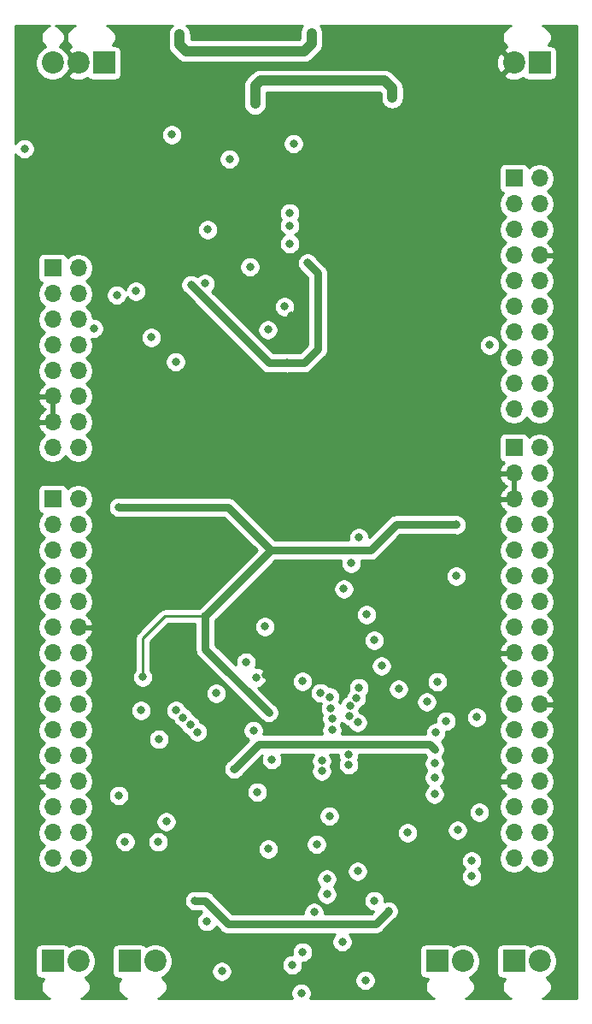
<source format=gbr>
%TF.GenerationSoftware,KiCad,Pcbnew,5.1.6-c6e7f7d~87~ubuntu18.04.1*%
%TF.CreationDate,2020-10-10T13:50:58+08:00*%
%TF.ProjectId,Arduino_codec,41726475-696e-46f5-9f63-6f6465632e6b,A*%
%TF.SameCoordinates,Original*%
%TF.FileFunction,Copper,L4,Bot*%
%TF.FilePolarity,Positive*%
%FSLAX46Y46*%
G04 Gerber Fmt 4.6, Leading zero omitted, Abs format (unit mm)*
G04 Created by KiCad (PCBNEW 5.1.6-c6e7f7d~87~ubuntu18.04.1) date 2020-10-10 13:50:58*
%MOMM*%
%LPD*%
G01*
G04 APERTURE LIST*
%TA.AperFunction,ComponentPad*%
%ADD10R,2.200000X2.200000*%
%TD*%
%TA.AperFunction,ComponentPad*%
%ADD11C,2.200000*%
%TD*%
%TA.AperFunction,ComponentPad*%
%ADD12O,1.700000X1.700000*%
%TD*%
%TA.AperFunction,ComponentPad*%
%ADD13R,1.700000X1.700000*%
%TD*%
%TA.AperFunction,ViaPad*%
%ADD14C,0.800000*%
%TD*%
%TA.AperFunction,Conductor*%
%ADD15C,1.016000*%
%TD*%
%TA.AperFunction,Conductor*%
%ADD16C,0.762000*%
%TD*%
%TA.AperFunction,Conductor*%
%ADD17C,0.254000*%
%TD*%
G04 APERTURE END LIST*
D10*
%TO.P,J10,1*%
%TO.N,Net-(C40-Pad2)*%
X119380000Y-142240000D03*
D11*
%TO.P,J10,2*%
%TO.N,AGND*%
X121920000Y-142240000D03*
%TD*%
D10*
%TO.P,J9,1*%
%TO.N,Net-(C39-Pad2)*%
X127000000Y-142240000D03*
D11*
%TO.P,J9,2*%
%TO.N,AGND*%
X129540000Y-142240000D03*
%TD*%
D10*
%TO.P,J8,1*%
%TO.N,/Vout_R*%
X157480000Y-142240000D03*
D11*
%TO.P,J8,2*%
%TO.N,AGND*%
X160020000Y-142240000D03*
%TD*%
D10*
%TO.P,J7,1*%
%TO.N,/Vout_L*%
X165100000Y-142240000D03*
D11*
%TO.P,J7,2*%
%TO.N,AGND*%
X167640000Y-142240000D03*
%TD*%
D12*
%TO.P,J6,34*%
%TO.N,/PB11*%
X167640000Y-132080000D03*
%TO.P,J6,33*%
%TO.N,Net-(J6-Pad33)*%
X165100000Y-132080000D03*
%TO.P,J6,32*%
%TO.N,/ADC_BCK*%
X167640000Y-129540000D03*
%TO.P,J6,31*%
%TO.N,Net-(J6-Pad31)*%
X165100000Y-129540000D03*
%TO.P,J6,30*%
%TO.N,/PE15*%
X167640000Y-127000000D03*
%TO.P,J6,29*%
%TO.N,Net-(J6-Pad29)*%
X165100000Y-127000000D03*
%TO.P,J6,28*%
%TO.N,/PE14*%
X167640000Y-124460000D03*
%TO.P,J6,27*%
%TO.N,GND*%
X165100000Y-124460000D03*
%TO.P,J6,26*%
%TO.N,/PE12*%
X167640000Y-121920000D03*
%TO.P,J6,25*%
%TO.N,Net-(J6-Pad25)*%
X165100000Y-121920000D03*
%TO.P,J6,24*%
%TO.N,/PE10*%
X167640000Y-119380000D03*
%TO.P,J6,23*%
%TO.N,/~DAC_RST*%
X165100000Y-119380000D03*
%TO.P,J6,22*%
%TO.N,GND*%
X167640000Y-116840000D03*
%TO.P,J6,21*%
%TO.N,Net-(J6-Pad21)*%
X165100000Y-116840000D03*
%TO.P,J6,20*%
%TO.N,/PE7*%
X167640000Y-114300000D03*
%TO.P,J6,19*%
%TO.N,/MUTE*%
X165100000Y-114300000D03*
%TO.P,J6,18*%
%TO.N,/PE8*%
X167640000Y-111760000D03*
%TO.P,J6,17*%
%TO.N,GND*%
X165100000Y-111760000D03*
%TO.P,J6,16*%
%TO.N,/PG9*%
X167640000Y-109220000D03*
%TO.P,J6,15*%
%TO.N,/DEMP0*%
X165100000Y-109220000D03*
%TO.P,J6,14*%
%TO.N,/PG14*%
X167640000Y-106680000D03*
%TO.P,J6,13*%
%TO.N,/DEMP1*%
X165100000Y-106680000D03*
%TO.P,J6,12*%
%TO.N,/PF15*%
X167640000Y-104140000D03*
%TO.P,J6,11*%
%TO.N,/DAC_FMT0*%
X165100000Y-104140000D03*
%TO.P,J6,10*%
%TO.N,/PE13*%
X167640000Y-101600000D03*
%TO.P,J6,9*%
%TO.N,/DAC_FMT1*%
X165100000Y-101600000D03*
%TO.P,J6,8*%
%TO.N,/PF14*%
X167640000Y-99060000D03*
%TO.P,J6,7*%
%TO.N,/DAC_FMT2*%
X165100000Y-99060000D03*
%TO.P,J6,6*%
%TO.N,/PE11*%
X167640000Y-96520000D03*
%TO.P,J6,5*%
%TO.N,GND*%
X165100000Y-96520000D03*
%TO.P,J6,4*%
%TO.N,/PE9*%
X167640000Y-93980000D03*
%TO.P,J6,3*%
%TO.N,GND*%
X165100000Y-93980000D03*
%TO.P,J6,2*%
%TO.N,/PF13*%
X167640000Y-91440000D03*
D13*
%TO.P,J6,1*%
%TO.N,Net-(J6-Pad1)*%
X165100000Y-91440000D03*
%TD*%
D12*
%TO.P,J5,30*%
%TO.N,/PG1*%
X121920000Y-132080000D03*
%TO.P,J5,29*%
%TO.N,/PG0*%
X119380000Y-132080000D03*
%TO.P,J5,28*%
%TO.N,/PF9*%
X121920000Y-129540000D03*
%TO.P,J5,27*%
%TO.N,/PD1*%
X119380000Y-129540000D03*
%TO.P,J5,26*%
%TO.N,/PF7*%
X121920000Y-127000000D03*
%TO.P,J5,25*%
%TO.N,/PD0*%
X119380000Y-127000000D03*
%TO.P,J5,24*%
%TO.N,/PF8*%
X121920000Y-124460000D03*
%TO.P,J5,23*%
%TO.N,GND*%
X119380000Y-124460000D03*
%TO.P,J5,22*%
%TO.N,/PE3*%
X121920000Y-121920000D03*
%TO.P,J5,21*%
%TO.N,/PF0*%
X119380000Y-121920000D03*
%TO.P,J5,20*%
%TO.N,/PE6*%
X121920000Y-119380000D03*
%TO.P,J5,19*%
%TO.N,/PF1*%
X119380000Y-119380000D03*
%TO.P,J5,18*%
%TO.N,/FSYNC*%
X121920000Y-116840000D03*
%TO.P,J5,17*%
%TO.N,/PF2*%
X119380000Y-116840000D03*
%TO.P,J5,16*%
%TO.N,/~ADC_PWDN*%
X121920000Y-114300000D03*
%TO.P,J5,15*%
%TO.N,Net-(J5-Pad15)*%
X119380000Y-114300000D03*
%TO.P,J5,14*%
%TO.N,/OSR*%
X121920000Y-111760000D03*
%TO.P,J5,13*%
%TO.N,Net-(J5-Pad13)*%
X119380000Y-111760000D03*
%TO.P,J5,12*%
%TO.N,GND*%
X121920000Y-109220000D03*
%TO.P,J5,11*%
%TO.N,/PF10*%
X119380000Y-109220000D03*
%TO.P,J5,10*%
%TO.N,/BYPAS*%
X121920000Y-106680000D03*
%TO.P,J5,9*%
%TO.N,/PF5*%
X119380000Y-106680000D03*
%TO.P,J5,8*%
%TO.N,/MODE1*%
X121920000Y-104140000D03*
%TO.P,J5,7*%
%TO.N,/PF3*%
X119380000Y-104140000D03*
%TO.P,J5,6*%
%TO.N,/MODE0*%
X121920000Y-101600000D03*
%TO.P,J5,5*%
%TO.N,/PC3*%
X119380000Y-101600000D03*
%TO.P,J5,4*%
%TO.N,/ADC_FMT1*%
X121920000Y-99060000D03*
%TO.P,J5,3*%
%TO.N,/PC0*%
X119380000Y-99060000D03*
%TO.P,J5,2*%
%TO.N,/ADC_FMT0*%
X121920000Y-96520000D03*
D13*
%TO.P,J5,1*%
%TO.N,/PA3*%
X119380000Y-96520000D03*
%TD*%
D12*
%TO.P,J4,20*%
%TO.N,/PF12*%
X167640000Y-87630000D03*
%TO.P,J4,19*%
%TO.N,/PB4*%
X165100000Y-87630000D03*
%TO.P,J4,18*%
%TO.N,/PD15*%
X167640000Y-85090000D03*
%TO.P,J4,17*%
%TO.N,/PA4*%
X165100000Y-85090000D03*
%TO.P,J4,16*%
%TO.N,/PD14*%
X167640000Y-82550000D03*
%TO.P,J4,15*%
%TO.N,/DAC_BCK*%
X165100000Y-82550000D03*
%TO.P,J4,14*%
%TO.N,/PA7*%
X167640000Y-80010000D03*
%TO.P,J4,13*%
%TO.N,/DAC_SD*%
X165100000Y-80010000D03*
%TO.P,J4,12*%
%TO.N,/PA6*%
X167640000Y-77470000D03*
%TO.P,J4,11*%
%TO.N,/DAC_MCK*%
X165100000Y-77470000D03*
%TO.P,J4,10*%
%TO.N,/PA5*%
X167640000Y-74930000D03*
%TO.P,J4,9*%
%TO.N,/DAC_WS*%
X165100000Y-74930000D03*
%TO.P,J4,8*%
%TO.N,GND*%
X167640000Y-72390000D03*
%TO.P,J4,7*%
%TO.N,/ADC_WS*%
X165100000Y-72390000D03*
%TO.P,J4,6*%
%TO.N,Net-(J4-Pad6)*%
X167640000Y-69850000D03*
%TO.P,J4,5*%
%TO.N,/PB13*%
X165100000Y-69850000D03*
%TO.P,J4,4*%
%TO.N,/PB9*%
X167640000Y-67310000D03*
%TO.P,J4,3*%
%TO.N,/ADC_SD*%
X165100000Y-67310000D03*
%TO.P,J4,2*%
%TO.N,/PB8*%
X167640000Y-64770000D03*
D13*
%TO.P,J4,1*%
%TO.N,/ADC_MCK*%
X165100000Y-64770000D03*
%TD*%
D12*
%TO.P,J3,16*%
%TO.N,/PG3*%
X121920000Y-91440000D03*
%TO.P,J3,15*%
%TO.N,Net-(J3-Pad15)*%
X119380000Y-91440000D03*
%TO.P,J3,14*%
%TO.N,/PG2*%
X121920000Y-88900000D03*
%TO.P,J3,13*%
%TO.N,GND*%
X119380000Y-88900000D03*
%TO.P,J3,12*%
%TO.N,/PD2*%
X121920000Y-86360000D03*
%TO.P,J3,11*%
%TO.N,GND*%
X119380000Y-86360000D03*
%TO.P,J3,10*%
%TO.N,/PC12*%
X121920000Y-83820000D03*
%TO.P,J3,9*%
%TO.N,+5VD*%
X119380000Y-83820000D03*
%TO.P,J3,8*%
%TO.N,/PC11*%
X121920000Y-81280000D03*
%TO.P,J3,7*%
%TO.N,+3V3*%
X119380000Y-81280000D03*
%TO.P,J3,6*%
%TO.N,/PC10*%
X121920000Y-78740000D03*
%TO.P,J3,5*%
%TO.N,Net-(J3-Pad5)*%
X119380000Y-78740000D03*
%TO.P,J3,4*%
%TO.N,/PC9*%
X121920000Y-76200000D03*
%TO.P,J3,3*%
%TO.N,/IOREF*%
X119380000Y-76200000D03*
%TO.P,J3,2*%
%TO.N,/PC8*%
X121920000Y-73660000D03*
D13*
%TO.P,J3,1*%
%TO.N,Net-(J3-Pad1)*%
X119380000Y-73660000D03*
%TD*%
D11*
%TO.P,J2,3*%
%TO.N,-VDC*%
X119380000Y-53340000D03*
%TO.P,J2,2*%
%TO.N,GND*%
X121920000Y-53340000D03*
D10*
%TO.P,J2,1*%
%TO.N,+VDC*%
X124460000Y-53340000D03*
%TD*%
%TO.P,J1,1*%
%TO.N,Net-(C1-Pad2)*%
X167640000Y-53340000D03*
D11*
%TO.P,J1,2*%
%TO.N,GND*%
X165100000Y-53340000D03*
%TD*%
D14*
%TO.N,+VDC*%
X144653000Y-73152000D03*
X131953000Y-50546000D03*
X131953000Y-51562000D03*
X131191000Y-60452000D03*
X145034000Y-50419000D03*
X133096000Y-75311000D03*
X145034000Y-51435000D03*
X142621000Y-83058000D03*
%TO.N,AGND*%
X131572000Y-82931000D03*
X138938000Y-73533000D03*
X143256000Y-61341000D03*
X136906000Y-62865000D03*
X150368000Y-144145000D03*
X144018000Y-145415000D03*
X157226000Y-122682000D03*
X142875000Y-68199000D03*
X140716000Y-79756000D03*
X134747000Y-69850000D03*
X145542000Y-130683000D03*
X154559000Y-129540000D03*
X159512000Y-129286000D03*
X145288000Y-137414000D03*
X146812000Y-127889000D03*
X129159000Y-80518000D03*
X125926989Y-125857000D03*
X133732186Y-119551150D03*
X130640982Y-128439018D03*
X139678518Y-125497482D03*
X134672422Y-138320410D03*
X140758018Y-131148982D03*
X141097000Y-122301000D03*
X142367002Y-77470000D03*
X123444000Y-79629000D03*
%TO.N,-VDC*%
X139446000Y-56261000D03*
X139446000Y-57404000D03*
X153035000Y-55880000D03*
X153035000Y-56769000D03*
X127635000Y-75946000D03*
X116586000Y-61849000D03*
%TO.N,+3V3*%
X161671000Y-127508000D03*
X159385000Y-99060000D03*
X159385000Y-104140000D03*
X161417000Y-118110000D03*
X140800982Y-117644018D03*
X128143009Y-117432987D03*
X128312023Y-114130986D03*
X125926989Y-97315277D03*
X134534000Y-108118004D03*
%TO.N,VDDA*%
X136144000Y-143256000D03*
X134493000Y-75184000D03*
%TO.N,VSSA*%
X152654000Y-137287000D03*
X125730000Y-76327000D03*
X133477000Y-136271000D03*
%TO.N,+5VA*%
X137392518Y-123211482D03*
X142875000Y-71247000D03*
X142875000Y-69469000D03*
X157226000Y-121285000D03*
%TO.N,Net-(C27-Pad2)*%
X144145000Y-141351000D03*
X151257000Y-136271000D03*
%TO.N,/Vout_R*%
X143129000Y-142621000D03*
%TO.N,Net-(C31-Pad2)*%
X148082000Y-140335000D03*
X149606000Y-133350000D03*
%TO.N,/Vin_L*%
X129846971Y-130439008D03*
X129899518Y-120290482D03*
%TO.N,/Vin_R*%
X126572338Y-130425301D03*
X133025071Y-118844035D03*
%TO.N,Net-(D6-Pad1)*%
X157226000Y-125730000D03*
X158369000Y-118491000D03*
%TO.N,/ADC_MCK*%
X135593982Y-115739018D03*
X140419982Y-109135018D03*
%TO.N,/ADC_SD*%
X138535518Y-112670482D03*
%TO.N,/ADC_WS*%
X139276982Y-119422018D03*
%TO.N,/DAC_WS*%
X144145000Y-114554000D03*
%TO.N,/DAC_MCK*%
X147066000Y-118237000D03*
%TO.N,/DAC_SD*%
X146842147Y-116090920D03*
%TO.N,/DAC_BCK*%
X145923000Y-115697000D03*
X162687000Y-81280000D03*
%TO.N,/BYPAS*%
X131610841Y-117429805D03*
%TO.N,/DAC_FMT0*%
X148844000Y-116967000D03*
X148244000Y-105410000D03*
%TO.N,/DAC_FMT1*%
X149484186Y-116198777D03*
X148971000Y-102870000D03*
%TO.N,/DAC_FMT2*%
X149733000Y-115189000D03*
X149733000Y-100330000D03*
%TO.N,/DEMP0*%
X149606000Y-118618000D03*
X151257000Y-110490000D03*
%TO.N,/MUTE*%
X146939000Y-117221000D03*
X151984000Y-113030000D03*
%TO.N,/DEMP1*%
X148837777Y-117977814D03*
X150495000Y-107950000D03*
%TO.N,/ADC_BCK*%
X139563581Y-114173033D03*
%TO.N,/ZEROR*%
X156464000Y-116586000D03*
X157226000Y-124079000D03*
%TO.N,/ZEROL*%
X153670000Y-115316000D03*
X157353000Y-119634000D03*
%TO.N,/VoutL+*%
X160909000Y-133858000D03*
X148717000Y-122809000D03*
%TO.N,/VoutR+*%
X146050000Y-123444000D03*
X146558000Y-135636000D03*
%TO.N,/VoutL-*%
X160909000Y-132334000D03*
X148717000Y-121793000D03*
%TO.N,/VoutR-*%
X146050000Y-122428000D03*
X146558000Y-134112000D03*
%TO.N,/~ADC_PWDN*%
X132317956Y-118136920D03*
%TO.N,/~DAC_RST*%
X147066000Y-119380000D03*
X157514999Y-114588999D03*
%TO.N,GND*%
X127508000Y-82931000D03*
X146304000Y-63246000D03*
X146304000Y-64262000D03*
X146304000Y-65278000D03*
X146304000Y-66294000D03*
X158623000Y-62230000D03*
X158623000Y-63246000D03*
X158623000Y-64262000D03*
X158623000Y-65278000D03*
X158623000Y-66294000D03*
X146304000Y-62230000D03*
X119888000Y-65786000D03*
X135128000Y-50673000D03*
X153035000Y-53975000D03*
X145288000Y-57150000D03*
X159004000Y-60452000D03*
X127762000Y-72644000D03*
X132461000Y-71374000D03*
X152400000Y-76835000D03*
X152527000Y-79883000D03*
X156464000Y-80645000D03*
X159639000Y-67564000D03*
X134874000Y-63754000D03*
X132715000Y-91440000D03*
X128143000Y-87630000D03*
X161671000Y-121031000D03*
X161671000Y-124714000D03*
X133350000Y-83058000D03*
X134747000Y-85471000D03*
X144780000Y-66421000D03*
X148971000Y-83312000D03*
X148209000Y-99695000D03*
X159385000Y-101473000D03*
X159385000Y-106680000D03*
X159385000Y-109220000D03*
X159385000Y-114300000D03*
X140525024Y-113897988D03*
X125926989Y-107950000D03*
X128143009Y-101748482D03*
X129443733Y-95618769D03*
X128143009Y-104140000D03*
X137922000Y-109601001D03*
X127467080Y-99100920D03*
X130556000Y-98679000D03*
X143002000Y-78359000D03*
%TD*%
D15*
%TO.N,+VDC*%
X131953000Y-51562000D02*
X132588000Y-52197000D01*
X144272000Y-52197000D02*
X145034000Y-51435000D01*
X132588000Y-52197000D02*
X144272000Y-52197000D01*
D16*
X133096000Y-75311000D02*
X140843000Y-83058000D01*
X140843000Y-83058000D02*
X142621000Y-83058000D01*
X145669000Y-81661000D02*
X145669000Y-74168000D01*
X145669000Y-74168000D02*
X144653000Y-73152000D01*
X142621000Y-83058000D02*
X144272000Y-83058000D01*
X144272000Y-83058000D02*
X145669000Y-81661000D01*
D15*
X131953000Y-51562000D02*
X131953000Y-50546000D01*
X145034000Y-51435000D02*
X145034000Y-50419000D01*
%TO.N,-VDC*%
X139446000Y-57404000D02*
X139446000Y-55626000D01*
X139446000Y-55626000D02*
X139954000Y-55118000D01*
X152273000Y-55118000D02*
X153035000Y-55880000D01*
X139954000Y-55118000D02*
X152273000Y-55118000D01*
X153035000Y-55880000D02*
X153035000Y-56769000D01*
D16*
%TO.N,+3V3*%
X159385000Y-99060000D02*
X153416000Y-99060000D01*
X153416000Y-99060000D02*
X150876000Y-101600000D01*
X141052004Y-101600000D02*
X134534000Y-108118004D01*
X150876000Y-101600000D02*
X141052004Y-101600000D01*
D17*
X128312023Y-114130986D02*
X128312023Y-110320977D01*
X130514996Y-108118004D02*
X134534000Y-108118004D01*
X128312023Y-110320977D02*
X130514996Y-108118004D01*
D16*
X136767281Y-97315277D02*
X141052004Y-101600000D01*
X125926989Y-97315277D02*
X136767281Y-97315277D01*
X134534000Y-111377036D02*
X134534000Y-108118004D01*
X140800982Y-117644018D02*
X134534000Y-111377036D01*
%TO.N,VSSA*%
X133477000Y-136271000D02*
X134493000Y-136271000D01*
X134493000Y-136271000D02*
X136779000Y-138557000D01*
X151384000Y-138557000D02*
X152654000Y-137287000D01*
X136779000Y-138557000D02*
X151384000Y-138557000D01*
%TO.N,+5VA*%
X156752999Y-120811999D02*
X157226000Y-121285000D01*
X139792001Y-120811999D02*
X156752999Y-120811999D01*
X137392518Y-123211482D02*
X139792001Y-120811999D01*
%TD*%
D17*
%TO.N,GND*%
G36*
X119034348Y-49660539D02*
G01*
X118818692Y-49749866D01*
X118624606Y-49879550D01*
X118459550Y-50044606D01*
X118329866Y-50238692D01*
X118240539Y-50454348D01*
X118195000Y-50683288D01*
X118195000Y-50916712D01*
X118240539Y-51145652D01*
X118329866Y-51361308D01*
X118459550Y-51555394D01*
X118624606Y-51720450D01*
X118674952Y-51754090D01*
X118558169Y-51802463D01*
X118274002Y-51992337D01*
X118032337Y-52234002D01*
X117842463Y-52518169D01*
X117711675Y-52833919D01*
X117645000Y-53169117D01*
X117645000Y-53510883D01*
X117711675Y-53846081D01*
X117842463Y-54161831D01*
X118032337Y-54445998D01*
X118274002Y-54687663D01*
X118558169Y-54877537D01*
X118873919Y-55008325D01*
X119209117Y-55075000D01*
X119550883Y-55075000D01*
X119886081Y-55008325D01*
X120201831Y-54877537D01*
X120485998Y-54687663D01*
X120727663Y-54445998D01*
X120915469Y-54164926D01*
X121740395Y-53340000D01*
X120915469Y-52515074D01*
X120727663Y-52234002D01*
X120485998Y-51992337D01*
X120201831Y-51802463D01*
X120085048Y-51754090D01*
X120135394Y-51720450D01*
X120300450Y-51555394D01*
X120430134Y-51361308D01*
X120519461Y-51145652D01*
X120565000Y-50916712D01*
X120565000Y-50683288D01*
X120519461Y-50454348D01*
X120430134Y-50238692D01*
X120300450Y-50044606D01*
X120135394Y-49879550D01*
X119941308Y-49749866D01*
X119725652Y-49660539D01*
X119707860Y-49657000D01*
X121592140Y-49657000D01*
X121574348Y-49660539D01*
X121358692Y-49749866D01*
X121164606Y-49879550D01*
X120999550Y-50044606D01*
X120869866Y-50238692D01*
X120780539Y-50454348D01*
X120735000Y-50683288D01*
X120735000Y-50916712D01*
X120780539Y-51145652D01*
X120869866Y-51361308D01*
X120999550Y-51555394D01*
X121164606Y-51720450D01*
X121208165Y-51749555D01*
X121199034Y-51752664D01*
X121000726Y-51858662D01*
X120892893Y-52133288D01*
X121920000Y-53160395D01*
X121934143Y-53146253D01*
X122113748Y-53325858D01*
X122099605Y-53340000D01*
X122113748Y-53354143D01*
X121934143Y-53533748D01*
X121920000Y-53519605D01*
X120892893Y-54546712D01*
X121000726Y-54821338D01*
X121307384Y-54972216D01*
X121637585Y-55060369D01*
X121978639Y-55082409D01*
X122317439Y-55037489D01*
X122640966Y-54927336D01*
X122839274Y-54821338D01*
X122843228Y-54811267D01*
X122908815Y-54891185D01*
X123005506Y-54970537D01*
X123115820Y-55029502D01*
X123235518Y-55065812D01*
X123360000Y-55078072D01*
X125560000Y-55078072D01*
X125684482Y-55065812D01*
X125804180Y-55029502D01*
X125914494Y-54970537D01*
X126011185Y-54891185D01*
X126090537Y-54794494D01*
X126149502Y-54684180D01*
X126185812Y-54564482D01*
X126198072Y-54440000D01*
X126198072Y-53398639D01*
X163357591Y-53398639D01*
X163402511Y-53737439D01*
X163512664Y-54060966D01*
X163618662Y-54259274D01*
X163893288Y-54367107D01*
X164920395Y-53340000D01*
X163893288Y-52312893D01*
X163618662Y-52420726D01*
X163467784Y-52727384D01*
X163379631Y-53057585D01*
X163357591Y-53398639D01*
X126198072Y-53398639D01*
X126198072Y-52240000D01*
X126185812Y-52115518D01*
X126149502Y-51995820D01*
X126090537Y-51885506D01*
X126011185Y-51788815D01*
X125914494Y-51709463D01*
X125804180Y-51650498D01*
X125684482Y-51614188D01*
X125560000Y-51601928D01*
X125333916Y-51601928D01*
X125380450Y-51555394D01*
X125510134Y-51361308D01*
X125599461Y-51145652D01*
X125645000Y-50916712D01*
X125645000Y-50683288D01*
X125599461Y-50454348D01*
X125510134Y-50238692D01*
X125380450Y-50044606D01*
X125215394Y-49879550D01*
X125021308Y-49749866D01*
X124805652Y-49660539D01*
X124787860Y-49657000D01*
X131234530Y-49657000D01*
X131140868Y-49733867D01*
X130998033Y-49907911D01*
X130891897Y-50106477D01*
X130826539Y-50321933D01*
X130810000Y-50489854D01*
X130810000Y-51505861D01*
X130804471Y-51562000D01*
X130810000Y-51618139D01*
X130810000Y-51618145D01*
X130826539Y-51786066D01*
X130891897Y-52001522D01*
X130998032Y-52200088D01*
X131140867Y-52374133D01*
X131184483Y-52409928D01*
X131740072Y-52965517D01*
X131775867Y-53009133D01*
X131949911Y-53151968D01*
X132097179Y-53230684D01*
X132148476Y-53258103D01*
X132363932Y-53323461D01*
X132384517Y-53325488D01*
X132531854Y-53340000D01*
X132531861Y-53340000D01*
X132588000Y-53345529D01*
X132644139Y-53340000D01*
X144215861Y-53340000D01*
X144272000Y-53345529D01*
X144328139Y-53340000D01*
X144328146Y-53340000D01*
X144496067Y-53323461D01*
X144711523Y-53258103D01*
X144910089Y-53151968D01*
X145084133Y-53009133D01*
X145119928Y-52965517D01*
X145802519Y-52282926D01*
X145846133Y-52247133D01*
X145988968Y-52073089D01*
X146089233Y-51885506D01*
X146095103Y-51874524D01*
X146160461Y-51659068D01*
X146164491Y-51618146D01*
X146177000Y-51491146D01*
X146177000Y-51491139D01*
X146182529Y-51435000D01*
X146177000Y-51378861D01*
X146177000Y-50362854D01*
X146160461Y-50194933D01*
X146095103Y-49979477D01*
X145988968Y-49780911D01*
X145887276Y-49657000D01*
X164772140Y-49657000D01*
X164754348Y-49660539D01*
X164538692Y-49749866D01*
X164344606Y-49879550D01*
X164179550Y-50044606D01*
X164049866Y-50238692D01*
X163960539Y-50454348D01*
X163915000Y-50683288D01*
X163915000Y-50916712D01*
X163960539Y-51145652D01*
X164049866Y-51361308D01*
X164179550Y-51555394D01*
X164344606Y-51720450D01*
X164388165Y-51749555D01*
X164379034Y-51752664D01*
X164180726Y-51858662D01*
X164072893Y-52133288D01*
X165100000Y-53160395D01*
X165114143Y-53146253D01*
X165293748Y-53325858D01*
X165279605Y-53340000D01*
X165293748Y-53354143D01*
X165114143Y-53533748D01*
X165100000Y-53519605D01*
X164072893Y-54546712D01*
X164180726Y-54821338D01*
X164487384Y-54972216D01*
X164817585Y-55060369D01*
X165158639Y-55082409D01*
X165497439Y-55037489D01*
X165820966Y-54927336D01*
X166019274Y-54821338D01*
X166023228Y-54811267D01*
X166088815Y-54891185D01*
X166185506Y-54970537D01*
X166295820Y-55029502D01*
X166415518Y-55065812D01*
X166540000Y-55078072D01*
X168740000Y-55078072D01*
X168864482Y-55065812D01*
X168984180Y-55029502D01*
X169094494Y-54970537D01*
X169191185Y-54891185D01*
X169270537Y-54794494D01*
X169329502Y-54684180D01*
X169365812Y-54564482D01*
X169378072Y-54440000D01*
X169378072Y-52240000D01*
X169365812Y-52115518D01*
X169329502Y-51995820D01*
X169270537Y-51885506D01*
X169191185Y-51788815D01*
X169094494Y-51709463D01*
X168984180Y-51650498D01*
X168864482Y-51614188D01*
X168740000Y-51601928D01*
X168513916Y-51601928D01*
X168560450Y-51555394D01*
X168690134Y-51361308D01*
X168779461Y-51145652D01*
X168825000Y-50916712D01*
X168825000Y-50683288D01*
X168779461Y-50454348D01*
X168690134Y-50238692D01*
X168560450Y-50044606D01*
X168395394Y-49879550D01*
X168201308Y-49749866D01*
X167985652Y-49660539D01*
X167967860Y-49657000D01*
X171323000Y-49657000D01*
X171323000Y-145923000D01*
X167967860Y-145923000D01*
X167985652Y-145919461D01*
X168201308Y-145830134D01*
X168395394Y-145700450D01*
X168560450Y-145535394D01*
X168690134Y-145341308D01*
X168779461Y-145125652D01*
X168825000Y-144896712D01*
X168825000Y-144663288D01*
X168779461Y-144434348D01*
X168690134Y-144218692D01*
X168560450Y-144024606D01*
X168395394Y-143859550D01*
X168345048Y-143825910D01*
X168461831Y-143777537D01*
X168745998Y-143587663D01*
X168987663Y-143345998D01*
X169177537Y-143061831D01*
X169308325Y-142746081D01*
X169375000Y-142410883D01*
X169375000Y-142069117D01*
X169308325Y-141733919D01*
X169177537Y-141418169D01*
X168987663Y-141134002D01*
X168745998Y-140892337D01*
X168461831Y-140702463D01*
X168146081Y-140571675D01*
X167810883Y-140505000D01*
X167469117Y-140505000D01*
X167133919Y-140571675D01*
X166818169Y-140702463D01*
X166717557Y-140769690D01*
X166651185Y-140688815D01*
X166554494Y-140609463D01*
X166444180Y-140550498D01*
X166324482Y-140514188D01*
X166200000Y-140501928D01*
X164000000Y-140501928D01*
X163875518Y-140514188D01*
X163755820Y-140550498D01*
X163645506Y-140609463D01*
X163548815Y-140688815D01*
X163469463Y-140785506D01*
X163410498Y-140895820D01*
X163374188Y-141015518D01*
X163361928Y-141140000D01*
X163361928Y-143340000D01*
X163374188Y-143464482D01*
X163410498Y-143584180D01*
X163469463Y-143694494D01*
X163548815Y-143791185D01*
X163645506Y-143870537D01*
X163755820Y-143929502D01*
X163875518Y-143965812D01*
X164000000Y-143978072D01*
X164226084Y-143978072D01*
X164179550Y-144024606D01*
X164049866Y-144218692D01*
X163960539Y-144434348D01*
X163915000Y-144663288D01*
X163915000Y-144896712D01*
X163960539Y-145125652D01*
X164049866Y-145341308D01*
X164179550Y-145535394D01*
X164344606Y-145700450D01*
X164538692Y-145830134D01*
X164754348Y-145919461D01*
X164772140Y-145923000D01*
X160347860Y-145923000D01*
X160365652Y-145919461D01*
X160581308Y-145830134D01*
X160775394Y-145700450D01*
X160940450Y-145535394D01*
X161070134Y-145341308D01*
X161159461Y-145125652D01*
X161205000Y-144896712D01*
X161205000Y-144663288D01*
X161159461Y-144434348D01*
X161070134Y-144218692D01*
X160940450Y-144024606D01*
X160775394Y-143859550D01*
X160725048Y-143825910D01*
X160841831Y-143777537D01*
X161125998Y-143587663D01*
X161367663Y-143345998D01*
X161557537Y-143061831D01*
X161688325Y-142746081D01*
X161755000Y-142410883D01*
X161755000Y-142069117D01*
X161688325Y-141733919D01*
X161557537Y-141418169D01*
X161367663Y-141134002D01*
X161125998Y-140892337D01*
X160841831Y-140702463D01*
X160526081Y-140571675D01*
X160190883Y-140505000D01*
X159849117Y-140505000D01*
X159513919Y-140571675D01*
X159198169Y-140702463D01*
X159097557Y-140769690D01*
X159031185Y-140688815D01*
X158934494Y-140609463D01*
X158824180Y-140550498D01*
X158704482Y-140514188D01*
X158580000Y-140501928D01*
X156380000Y-140501928D01*
X156255518Y-140514188D01*
X156135820Y-140550498D01*
X156025506Y-140609463D01*
X155928815Y-140688815D01*
X155849463Y-140785506D01*
X155790498Y-140895820D01*
X155754188Y-141015518D01*
X155741928Y-141140000D01*
X155741928Y-143340000D01*
X155754188Y-143464482D01*
X155790498Y-143584180D01*
X155849463Y-143694494D01*
X155928815Y-143791185D01*
X156025506Y-143870537D01*
X156135820Y-143929502D01*
X156255518Y-143965812D01*
X156380000Y-143978072D01*
X156606084Y-143978072D01*
X156559550Y-144024606D01*
X156429866Y-144218692D01*
X156340539Y-144434348D01*
X156295000Y-144663288D01*
X156295000Y-144896712D01*
X156340539Y-145125652D01*
X156429866Y-145341308D01*
X156559550Y-145535394D01*
X156724606Y-145700450D01*
X156918692Y-145830134D01*
X157134348Y-145919461D01*
X157152140Y-145923000D01*
X144923349Y-145923000D01*
X144935205Y-145905256D01*
X145013226Y-145716898D01*
X145053000Y-145516939D01*
X145053000Y-145313061D01*
X145013226Y-145113102D01*
X144935205Y-144924744D01*
X144821937Y-144755226D01*
X144677774Y-144611063D01*
X144508256Y-144497795D01*
X144319898Y-144419774D01*
X144119939Y-144380000D01*
X143916061Y-144380000D01*
X143716102Y-144419774D01*
X143527744Y-144497795D01*
X143358226Y-144611063D01*
X143214063Y-144755226D01*
X143100795Y-144924744D01*
X143022774Y-145113102D01*
X142983000Y-145313061D01*
X142983000Y-145516939D01*
X143022774Y-145716898D01*
X143100795Y-145905256D01*
X143112651Y-145923000D01*
X129867860Y-145923000D01*
X129885652Y-145919461D01*
X130101308Y-145830134D01*
X130295394Y-145700450D01*
X130460450Y-145535394D01*
X130590134Y-145341308D01*
X130679461Y-145125652D01*
X130725000Y-144896712D01*
X130725000Y-144663288D01*
X130679461Y-144434348D01*
X130590134Y-144218692D01*
X130460450Y-144024606D01*
X130295394Y-143859550D01*
X130245048Y-143825910D01*
X130361831Y-143777537D01*
X130645998Y-143587663D01*
X130887663Y-143345998D01*
X131015910Y-143154061D01*
X135109000Y-143154061D01*
X135109000Y-143357939D01*
X135148774Y-143557898D01*
X135226795Y-143746256D01*
X135340063Y-143915774D01*
X135484226Y-144059937D01*
X135653744Y-144173205D01*
X135842102Y-144251226D01*
X136042061Y-144291000D01*
X136245939Y-144291000D01*
X136445898Y-144251226D01*
X136634256Y-144173205D01*
X136803774Y-144059937D01*
X136820650Y-144043061D01*
X149333000Y-144043061D01*
X149333000Y-144246939D01*
X149372774Y-144446898D01*
X149450795Y-144635256D01*
X149564063Y-144804774D01*
X149708226Y-144948937D01*
X149877744Y-145062205D01*
X150066102Y-145140226D01*
X150266061Y-145180000D01*
X150469939Y-145180000D01*
X150669898Y-145140226D01*
X150858256Y-145062205D01*
X151027774Y-144948937D01*
X151171937Y-144804774D01*
X151285205Y-144635256D01*
X151363226Y-144446898D01*
X151403000Y-144246939D01*
X151403000Y-144043061D01*
X151363226Y-143843102D01*
X151285205Y-143654744D01*
X151171937Y-143485226D01*
X151027774Y-143341063D01*
X150858256Y-143227795D01*
X150669898Y-143149774D01*
X150469939Y-143110000D01*
X150266061Y-143110000D01*
X150066102Y-143149774D01*
X149877744Y-143227795D01*
X149708226Y-143341063D01*
X149564063Y-143485226D01*
X149450795Y-143654744D01*
X149372774Y-143843102D01*
X149333000Y-144043061D01*
X136820650Y-144043061D01*
X136947937Y-143915774D01*
X137061205Y-143746256D01*
X137139226Y-143557898D01*
X137179000Y-143357939D01*
X137179000Y-143154061D01*
X137139226Y-142954102D01*
X137061205Y-142765744D01*
X136947937Y-142596226D01*
X136870772Y-142519061D01*
X142094000Y-142519061D01*
X142094000Y-142722939D01*
X142133774Y-142922898D01*
X142211795Y-143111256D01*
X142325063Y-143280774D01*
X142469226Y-143424937D01*
X142638744Y-143538205D01*
X142827102Y-143616226D01*
X143027061Y-143656000D01*
X143230939Y-143656000D01*
X143430898Y-143616226D01*
X143619256Y-143538205D01*
X143788774Y-143424937D01*
X143932937Y-143280774D01*
X144046205Y-143111256D01*
X144124226Y-142922898D01*
X144164000Y-142722939D01*
X144164000Y-142519061D01*
X144137533Y-142386000D01*
X144246939Y-142386000D01*
X144446898Y-142346226D01*
X144635256Y-142268205D01*
X144804774Y-142154937D01*
X144948937Y-142010774D01*
X145062205Y-141841256D01*
X145140226Y-141652898D01*
X145180000Y-141452939D01*
X145180000Y-141249061D01*
X145140226Y-141049102D01*
X145062205Y-140860744D01*
X144948937Y-140691226D01*
X144804774Y-140547063D01*
X144635256Y-140433795D01*
X144446898Y-140355774D01*
X144246939Y-140316000D01*
X144043061Y-140316000D01*
X143843102Y-140355774D01*
X143654744Y-140433795D01*
X143485226Y-140547063D01*
X143341063Y-140691226D01*
X143227795Y-140860744D01*
X143149774Y-141049102D01*
X143110000Y-141249061D01*
X143110000Y-141452939D01*
X143136467Y-141586000D01*
X143027061Y-141586000D01*
X142827102Y-141625774D01*
X142638744Y-141703795D01*
X142469226Y-141817063D01*
X142325063Y-141961226D01*
X142211795Y-142130744D01*
X142133774Y-142319102D01*
X142094000Y-142519061D01*
X136870772Y-142519061D01*
X136803774Y-142452063D01*
X136634256Y-142338795D01*
X136445898Y-142260774D01*
X136245939Y-142221000D01*
X136042061Y-142221000D01*
X135842102Y-142260774D01*
X135653744Y-142338795D01*
X135484226Y-142452063D01*
X135340063Y-142596226D01*
X135226795Y-142765744D01*
X135148774Y-142954102D01*
X135109000Y-143154061D01*
X131015910Y-143154061D01*
X131077537Y-143061831D01*
X131208325Y-142746081D01*
X131275000Y-142410883D01*
X131275000Y-142069117D01*
X131208325Y-141733919D01*
X131077537Y-141418169D01*
X130887663Y-141134002D01*
X130645998Y-140892337D01*
X130361831Y-140702463D01*
X130046081Y-140571675D01*
X129710883Y-140505000D01*
X129369117Y-140505000D01*
X129033919Y-140571675D01*
X128718169Y-140702463D01*
X128617557Y-140769690D01*
X128551185Y-140688815D01*
X128454494Y-140609463D01*
X128344180Y-140550498D01*
X128224482Y-140514188D01*
X128100000Y-140501928D01*
X125900000Y-140501928D01*
X125775518Y-140514188D01*
X125655820Y-140550498D01*
X125545506Y-140609463D01*
X125448815Y-140688815D01*
X125369463Y-140785506D01*
X125310498Y-140895820D01*
X125274188Y-141015518D01*
X125261928Y-141140000D01*
X125261928Y-143340000D01*
X125274188Y-143464482D01*
X125310498Y-143584180D01*
X125369463Y-143694494D01*
X125448815Y-143791185D01*
X125545506Y-143870537D01*
X125655820Y-143929502D01*
X125775518Y-143965812D01*
X125900000Y-143978072D01*
X126126084Y-143978072D01*
X126079550Y-144024606D01*
X125949866Y-144218692D01*
X125860539Y-144434348D01*
X125815000Y-144663288D01*
X125815000Y-144896712D01*
X125860539Y-145125652D01*
X125949866Y-145341308D01*
X126079550Y-145535394D01*
X126244606Y-145700450D01*
X126438692Y-145830134D01*
X126654348Y-145919461D01*
X126672140Y-145923000D01*
X122247860Y-145923000D01*
X122265652Y-145919461D01*
X122481308Y-145830134D01*
X122675394Y-145700450D01*
X122840450Y-145535394D01*
X122970134Y-145341308D01*
X123059461Y-145125652D01*
X123105000Y-144896712D01*
X123105000Y-144663288D01*
X123059461Y-144434348D01*
X122970134Y-144218692D01*
X122840450Y-144024606D01*
X122675394Y-143859550D01*
X122625048Y-143825910D01*
X122741831Y-143777537D01*
X123025998Y-143587663D01*
X123267663Y-143345998D01*
X123457537Y-143061831D01*
X123588325Y-142746081D01*
X123655000Y-142410883D01*
X123655000Y-142069117D01*
X123588325Y-141733919D01*
X123457537Y-141418169D01*
X123267663Y-141134002D01*
X123025998Y-140892337D01*
X122741831Y-140702463D01*
X122426081Y-140571675D01*
X122090883Y-140505000D01*
X121749117Y-140505000D01*
X121413919Y-140571675D01*
X121098169Y-140702463D01*
X120997557Y-140769690D01*
X120931185Y-140688815D01*
X120834494Y-140609463D01*
X120724180Y-140550498D01*
X120604482Y-140514188D01*
X120480000Y-140501928D01*
X118280000Y-140501928D01*
X118155518Y-140514188D01*
X118035820Y-140550498D01*
X117925506Y-140609463D01*
X117828815Y-140688815D01*
X117749463Y-140785506D01*
X117690498Y-140895820D01*
X117654188Y-141015518D01*
X117641928Y-141140000D01*
X117641928Y-143340000D01*
X117654188Y-143464482D01*
X117690498Y-143584180D01*
X117749463Y-143694494D01*
X117828815Y-143791185D01*
X117925506Y-143870537D01*
X118035820Y-143929502D01*
X118155518Y-143965812D01*
X118280000Y-143978072D01*
X118506084Y-143978072D01*
X118459550Y-144024606D01*
X118329866Y-144218692D01*
X118240539Y-144434348D01*
X118195000Y-144663288D01*
X118195000Y-144896712D01*
X118240539Y-145125652D01*
X118329866Y-145341308D01*
X118459550Y-145535394D01*
X118624606Y-145700450D01*
X118818692Y-145830134D01*
X119034348Y-145919461D01*
X119052140Y-145923000D01*
X115697000Y-145923000D01*
X115697000Y-136169061D01*
X132442000Y-136169061D01*
X132442000Y-136372939D01*
X132481774Y-136572898D01*
X132559795Y-136761256D01*
X132673063Y-136930774D01*
X132817226Y-137074937D01*
X132986744Y-137188205D01*
X133175102Y-137266226D01*
X133375061Y-137306000D01*
X133578939Y-137306000D01*
X133674459Y-137287000D01*
X134072160Y-137287000D01*
X134186549Y-137401389D01*
X134182166Y-137403205D01*
X134012648Y-137516473D01*
X133868485Y-137660636D01*
X133755217Y-137830154D01*
X133677196Y-138018512D01*
X133637422Y-138218471D01*
X133637422Y-138422349D01*
X133677196Y-138622308D01*
X133755217Y-138810666D01*
X133868485Y-138980184D01*
X134012648Y-139124347D01*
X134182166Y-139237615D01*
X134370524Y-139315636D01*
X134570483Y-139355410D01*
X134774361Y-139355410D01*
X134974320Y-139315636D01*
X135162678Y-139237615D01*
X135332196Y-139124347D01*
X135476359Y-138980184D01*
X135589627Y-138810666D01*
X135591442Y-138806283D01*
X136025292Y-139240133D01*
X136057104Y-139278896D01*
X136211810Y-139405860D01*
X136388313Y-139500202D01*
X136579829Y-139558298D01*
X136729098Y-139573000D01*
X136729105Y-139573000D01*
X136778999Y-139577914D01*
X136828893Y-139573000D01*
X147380289Y-139573000D01*
X147278063Y-139675226D01*
X147164795Y-139844744D01*
X147086774Y-140033102D01*
X147047000Y-140233061D01*
X147047000Y-140436939D01*
X147086774Y-140636898D01*
X147164795Y-140825256D01*
X147278063Y-140994774D01*
X147422226Y-141138937D01*
X147591744Y-141252205D01*
X147780102Y-141330226D01*
X147980061Y-141370000D01*
X148183939Y-141370000D01*
X148383898Y-141330226D01*
X148572256Y-141252205D01*
X148741774Y-141138937D01*
X148885937Y-140994774D01*
X148999205Y-140825256D01*
X149077226Y-140636898D01*
X149117000Y-140436939D01*
X149117000Y-140233061D01*
X149077226Y-140033102D01*
X148999205Y-139844744D01*
X148885937Y-139675226D01*
X148783711Y-139573000D01*
X151334098Y-139573000D01*
X151384000Y-139577915D01*
X151433902Y-139573000D01*
X151583171Y-139558298D01*
X151774687Y-139500202D01*
X151951190Y-139405860D01*
X152105896Y-139278896D01*
X152137712Y-139240128D01*
X153232797Y-138145044D01*
X153313774Y-138090937D01*
X153457937Y-137946774D01*
X153571205Y-137777256D01*
X153649226Y-137588898D01*
X153689000Y-137388939D01*
X153689000Y-137185061D01*
X153649226Y-136985102D01*
X153571205Y-136796744D01*
X153457937Y-136627226D01*
X153313774Y-136483063D01*
X153144256Y-136369795D01*
X152955898Y-136291774D01*
X152755939Y-136252000D01*
X152552061Y-136252000D01*
X152352102Y-136291774D01*
X152292000Y-136316669D01*
X152292000Y-136169061D01*
X152252226Y-135969102D01*
X152174205Y-135780744D01*
X152060937Y-135611226D01*
X151916774Y-135467063D01*
X151747256Y-135353795D01*
X151558898Y-135275774D01*
X151358939Y-135236000D01*
X151155061Y-135236000D01*
X150955102Y-135275774D01*
X150766744Y-135353795D01*
X150597226Y-135467063D01*
X150453063Y-135611226D01*
X150339795Y-135780744D01*
X150261774Y-135969102D01*
X150222000Y-136169061D01*
X150222000Y-136372939D01*
X150261774Y-136572898D01*
X150339795Y-136761256D01*
X150453063Y-136930774D01*
X150597226Y-137074937D01*
X150766744Y-137188205D01*
X150955102Y-137266226D01*
X151155061Y-137306000D01*
X151198160Y-137306000D01*
X150963160Y-137541000D01*
X146318015Y-137541000D01*
X146323000Y-137515939D01*
X146323000Y-137312061D01*
X146283226Y-137112102D01*
X146205205Y-136923744D01*
X146091937Y-136754226D01*
X145947774Y-136610063D01*
X145778256Y-136496795D01*
X145589898Y-136418774D01*
X145389939Y-136379000D01*
X145186061Y-136379000D01*
X144986102Y-136418774D01*
X144797744Y-136496795D01*
X144628226Y-136610063D01*
X144484063Y-136754226D01*
X144370795Y-136923744D01*
X144292774Y-137112102D01*
X144253000Y-137312061D01*
X144253000Y-137515939D01*
X144257985Y-137541000D01*
X137199841Y-137541000D01*
X135246712Y-135587872D01*
X135214896Y-135549104D01*
X135060190Y-135422140D01*
X134883687Y-135327798D01*
X134692171Y-135269702D01*
X134542902Y-135255000D01*
X134493000Y-135250085D01*
X134443098Y-135255000D01*
X133674459Y-135255000D01*
X133578939Y-135236000D01*
X133375061Y-135236000D01*
X133175102Y-135275774D01*
X132986744Y-135353795D01*
X132817226Y-135467063D01*
X132673063Y-135611226D01*
X132559795Y-135780744D01*
X132481774Y-135969102D01*
X132442000Y-136169061D01*
X115697000Y-136169061D01*
X115697000Y-134010061D01*
X145523000Y-134010061D01*
X145523000Y-134213939D01*
X145562774Y-134413898D01*
X145640795Y-134602256D01*
X145754063Y-134771774D01*
X145856289Y-134874000D01*
X145754063Y-134976226D01*
X145640795Y-135145744D01*
X145562774Y-135334102D01*
X145523000Y-135534061D01*
X145523000Y-135737939D01*
X145562774Y-135937898D01*
X145640795Y-136126256D01*
X145754063Y-136295774D01*
X145898226Y-136439937D01*
X146067744Y-136553205D01*
X146256102Y-136631226D01*
X146456061Y-136671000D01*
X146659939Y-136671000D01*
X146859898Y-136631226D01*
X147048256Y-136553205D01*
X147217774Y-136439937D01*
X147361937Y-136295774D01*
X147475205Y-136126256D01*
X147553226Y-135937898D01*
X147593000Y-135737939D01*
X147593000Y-135534061D01*
X147553226Y-135334102D01*
X147475205Y-135145744D01*
X147361937Y-134976226D01*
X147259711Y-134874000D01*
X147361937Y-134771774D01*
X147475205Y-134602256D01*
X147553226Y-134413898D01*
X147593000Y-134213939D01*
X147593000Y-134010061D01*
X147553226Y-133810102D01*
X147475205Y-133621744D01*
X147361937Y-133452226D01*
X147217774Y-133308063D01*
X147127975Y-133248061D01*
X148571000Y-133248061D01*
X148571000Y-133451939D01*
X148610774Y-133651898D01*
X148688795Y-133840256D01*
X148802063Y-134009774D01*
X148946226Y-134153937D01*
X149115744Y-134267205D01*
X149304102Y-134345226D01*
X149504061Y-134385000D01*
X149707939Y-134385000D01*
X149907898Y-134345226D01*
X150096256Y-134267205D01*
X150265774Y-134153937D01*
X150409937Y-134009774D01*
X150523205Y-133840256D01*
X150601226Y-133651898D01*
X150641000Y-133451939D01*
X150641000Y-133248061D01*
X150601226Y-133048102D01*
X150523205Y-132859744D01*
X150409937Y-132690226D01*
X150265774Y-132546063D01*
X150096256Y-132432795D01*
X149907898Y-132354774D01*
X149707939Y-132315000D01*
X149504061Y-132315000D01*
X149304102Y-132354774D01*
X149115744Y-132432795D01*
X148946226Y-132546063D01*
X148802063Y-132690226D01*
X148688795Y-132859744D01*
X148610774Y-133048102D01*
X148571000Y-133248061D01*
X147127975Y-133248061D01*
X147048256Y-133194795D01*
X146859898Y-133116774D01*
X146659939Y-133077000D01*
X146456061Y-133077000D01*
X146256102Y-133116774D01*
X146067744Y-133194795D01*
X145898226Y-133308063D01*
X145754063Y-133452226D01*
X145640795Y-133621744D01*
X145562774Y-133810102D01*
X145523000Y-134010061D01*
X115697000Y-134010061D01*
X115697000Y-95670000D01*
X117891928Y-95670000D01*
X117891928Y-97370000D01*
X117904188Y-97494482D01*
X117940498Y-97614180D01*
X117999463Y-97724494D01*
X118078815Y-97821185D01*
X118175506Y-97900537D01*
X118285820Y-97959502D01*
X118358380Y-97981513D01*
X118226525Y-98113368D01*
X118064010Y-98356589D01*
X117952068Y-98626842D01*
X117895000Y-98913740D01*
X117895000Y-99206260D01*
X117952068Y-99493158D01*
X118064010Y-99763411D01*
X118226525Y-100006632D01*
X118433368Y-100213475D01*
X118607760Y-100330000D01*
X118433368Y-100446525D01*
X118226525Y-100653368D01*
X118064010Y-100896589D01*
X117952068Y-101166842D01*
X117895000Y-101453740D01*
X117895000Y-101746260D01*
X117952068Y-102033158D01*
X118064010Y-102303411D01*
X118226525Y-102546632D01*
X118433368Y-102753475D01*
X118607760Y-102870000D01*
X118433368Y-102986525D01*
X118226525Y-103193368D01*
X118064010Y-103436589D01*
X117952068Y-103706842D01*
X117895000Y-103993740D01*
X117895000Y-104286260D01*
X117952068Y-104573158D01*
X118064010Y-104843411D01*
X118226525Y-105086632D01*
X118433368Y-105293475D01*
X118607760Y-105410000D01*
X118433368Y-105526525D01*
X118226525Y-105733368D01*
X118064010Y-105976589D01*
X117952068Y-106246842D01*
X117895000Y-106533740D01*
X117895000Y-106826260D01*
X117952068Y-107113158D01*
X118064010Y-107383411D01*
X118226525Y-107626632D01*
X118433368Y-107833475D01*
X118607760Y-107950000D01*
X118433368Y-108066525D01*
X118226525Y-108273368D01*
X118064010Y-108516589D01*
X117952068Y-108786842D01*
X117895000Y-109073740D01*
X117895000Y-109366260D01*
X117952068Y-109653158D01*
X118064010Y-109923411D01*
X118226525Y-110166632D01*
X118433368Y-110373475D01*
X118607760Y-110490000D01*
X118433368Y-110606525D01*
X118226525Y-110813368D01*
X118064010Y-111056589D01*
X117952068Y-111326842D01*
X117895000Y-111613740D01*
X117895000Y-111906260D01*
X117952068Y-112193158D01*
X118064010Y-112463411D01*
X118226525Y-112706632D01*
X118433368Y-112913475D01*
X118607760Y-113030000D01*
X118433368Y-113146525D01*
X118226525Y-113353368D01*
X118064010Y-113596589D01*
X117952068Y-113866842D01*
X117895000Y-114153740D01*
X117895000Y-114446260D01*
X117952068Y-114733158D01*
X118064010Y-115003411D01*
X118226525Y-115246632D01*
X118433368Y-115453475D01*
X118607760Y-115570000D01*
X118433368Y-115686525D01*
X118226525Y-115893368D01*
X118064010Y-116136589D01*
X117952068Y-116406842D01*
X117895000Y-116693740D01*
X117895000Y-116986260D01*
X117952068Y-117273158D01*
X118064010Y-117543411D01*
X118226525Y-117786632D01*
X118433368Y-117993475D01*
X118607760Y-118110000D01*
X118433368Y-118226525D01*
X118226525Y-118433368D01*
X118064010Y-118676589D01*
X117952068Y-118946842D01*
X117895000Y-119233740D01*
X117895000Y-119526260D01*
X117952068Y-119813158D01*
X118064010Y-120083411D01*
X118226525Y-120326632D01*
X118433368Y-120533475D01*
X118607760Y-120650000D01*
X118433368Y-120766525D01*
X118226525Y-120973368D01*
X118064010Y-121216589D01*
X117952068Y-121486842D01*
X117895000Y-121773740D01*
X117895000Y-122066260D01*
X117952068Y-122353158D01*
X118064010Y-122623411D01*
X118226525Y-122866632D01*
X118433368Y-123073475D01*
X118615534Y-123195195D01*
X118498645Y-123264822D01*
X118282412Y-123459731D01*
X118108359Y-123693080D01*
X117983175Y-123955901D01*
X117938524Y-124103110D01*
X118059845Y-124333000D01*
X119253000Y-124333000D01*
X119253000Y-124313000D01*
X119507000Y-124313000D01*
X119507000Y-124333000D01*
X119527000Y-124333000D01*
X119527000Y-124587000D01*
X119507000Y-124587000D01*
X119507000Y-124607000D01*
X119253000Y-124607000D01*
X119253000Y-124587000D01*
X118059845Y-124587000D01*
X117938524Y-124816890D01*
X117983175Y-124964099D01*
X118108359Y-125226920D01*
X118282412Y-125460269D01*
X118498645Y-125655178D01*
X118615534Y-125724805D01*
X118433368Y-125846525D01*
X118226525Y-126053368D01*
X118064010Y-126296589D01*
X117952068Y-126566842D01*
X117895000Y-126853740D01*
X117895000Y-127146260D01*
X117952068Y-127433158D01*
X118064010Y-127703411D01*
X118226525Y-127946632D01*
X118433368Y-128153475D01*
X118607760Y-128270000D01*
X118433368Y-128386525D01*
X118226525Y-128593368D01*
X118064010Y-128836589D01*
X117952068Y-129106842D01*
X117895000Y-129393740D01*
X117895000Y-129686260D01*
X117952068Y-129973158D01*
X118064010Y-130243411D01*
X118226525Y-130486632D01*
X118433368Y-130693475D01*
X118607760Y-130810000D01*
X118433368Y-130926525D01*
X118226525Y-131133368D01*
X118064010Y-131376589D01*
X117952068Y-131646842D01*
X117895000Y-131933740D01*
X117895000Y-132226260D01*
X117952068Y-132513158D01*
X118064010Y-132783411D01*
X118226525Y-133026632D01*
X118433368Y-133233475D01*
X118676589Y-133395990D01*
X118946842Y-133507932D01*
X119233740Y-133565000D01*
X119526260Y-133565000D01*
X119813158Y-133507932D01*
X120083411Y-133395990D01*
X120326632Y-133233475D01*
X120533475Y-133026632D01*
X120650000Y-132852240D01*
X120766525Y-133026632D01*
X120973368Y-133233475D01*
X121216589Y-133395990D01*
X121486842Y-133507932D01*
X121773740Y-133565000D01*
X122066260Y-133565000D01*
X122353158Y-133507932D01*
X122623411Y-133395990D01*
X122866632Y-133233475D01*
X123073475Y-133026632D01*
X123235990Y-132783411D01*
X123347932Y-132513158D01*
X123403846Y-132232061D01*
X159874000Y-132232061D01*
X159874000Y-132435939D01*
X159913774Y-132635898D01*
X159991795Y-132824256D01*
X160105063Y-132993774D01*
X160207289Y-133096000D01*
X160105063Y-133198226D01*
X159991795Y-133367744D01*
X159913774Y-133556102D01*
X159874000Y-133756061D01*
X159874000Y-133959939D01*
X159913774Y-134159898D01*
X159991795Y-134348256D01*
X160105063Y-134517774D01*
X160249226Y-134661937D01*
X160418744Y-134775205D01*
X160607102Y-134853226D01*
X160807061Y-134893000D01*
X161010939Y-134893000D01*
X161210898Y-134853226D01*
X161399256Y-134775205D01*
X161568774Y-134661937D01*
X161712937Y-134517774D01*
X161826205Y-134348256D01*
X161904226Y-134159898D01*
X161944000Y-133959939D01*
X161944000Y-133756061D01*
X161904226Y-133556102D01*
X161826205Y-133367744D01*
X161712937Y-133198226D01*
X161610711Y-133096000D01*
X161712937Y-132993774D01*
X161826205Y-132824256D01*
X161904226Y-132635898D01*
X161944000Y-132435939D01*
X161944000Y-132232061D01*
X161904226Y-132032102D01*
X161826205Y-131843744D01*
X161712937Y-131674226D01*
X161568774Y-131530063D01*
X161399256Y-131416795D01*
X161210898Y-131338774D01*
X161010939Y-131299000D01*
X160807061Y-131299000D01*
X160607102Y-131338774D01*
X160418744Y-131416795D01*
X160249226Y-131530063D01*
X160105063Y-131674226D01*
X159991795Y-131843744D01*
X159913774Y-132032102D01*
X159874000Y-132232061D01*
X123403846Y-132232061D01*
X123405000Y-132226260D01*
X123405000Y-131933740D01*
X123347932Y-131646842D01*
X123235990Y-131376589D01*
X123073475Y-131133368D01*
X122866632Y-130926525D01*
X122692240Y-130810000D01*
X122866632Y-130693475D01*
X123073475Y-130486632D01*
X123182568Y-130323362D01*
X125537338Y-130323362D01*
X125537338Y-130527240D01*
X125577112Y-130727199D01*
X125655133Y-130915557D01*
X125768401Y-131085075D01*
X125912564Y-131229238D01*
X126082082Y-131342506D01*
X126270440Y-131420527D01*
X126470399Y-131460301D01*
X126674277Y-131460301D01*
X126874236Y-131420527D01*
X127062594Y-131342506D01*
X127232112Y-131229238D01*
X127376275Y-131085075D01*
X127489543Y-130915557D01*
X127567564Y-130727199D01*
X127607338Y-130527240D01*
X127607338Y-130337069D01*
X128811971Y-130337069D01*
X128811971Y-130540947D01*
X128851745Y-130740906D01*
X128929766Y-130929264D01*
X129043034Y-131098782D01*
X129187197Y-131242945D01*
X129356715Y-131356213D01*
X129545073Y-131434234D01*
X129745032Y-131474008D01*
X129948910Y-131474008D01*
X130148869Y-131434234D01*
X130337227Y-131356213D01*
X130506745Y-131242945D01*
X130650908Y-131098782D01*
X130685478Y-131047043D01*
X139723018Y-131047043D01*
X139723018Y-131250921D01*
X139762792Y-131450880D01*
X139840813Y-131639238D01*
X139954081Y-131808756D01*
X140098244Y-131952919D01*
X140267762Y-132066187D01*
X140456120Y-132144208D01*
X140656079Y-132183982D01*
X140859957Y-132183982D01*
X141059916Y-132144208D01*
X141248274Y-132066187D01*
X141417792Y-131952919D01*
X141561955Y-131808756D01*
X141675223Y-131639238D01*
X141753244Y-131450880D01*
X141793018Y-131250921D01*
X141793018Y-131047043D01*
X141753244Y-130847084D01*
X141675223Y-130658726D01*
X141623330Y-130581061D01*
X144507000Y-130581061D01*
X144507000Y-130784939D01*
X144546774Y-130984898D01*
X144624795Y-131173256D01*
X144738063Y-131342774D01*
X144882226Y-131486937D01*
X145051744Y-131600205D01*
X145240102Y-131678226D01*
X145440061Y-131718000D01*
X145643939Y-131718000D01*
X145843898Y-131678226D01*
X146032256Y-131600205D01*
X146201774Y-131486937D01*
X146345937Y-131342774D01*
X146459205Y-131173256D01*
X146537226Y-130984898D01*
X146577000Y-130784939D01*
X146577000Y-130581061D01*
X146537226Y-130381102D01*
X146459205Y-130192744D01*
X146345937Y-130023226D01*
X146201774Y-129879063D01*
X146032256Y-129765795D01*
X145843898Y-129687774D01*
X145643939Y-129648000D01*
X145440061Y-129648000D01*
X145240102Y-129687774D01*
X145051744Y-129765795D01*
X144882226Y-129879063D01*
X144738063Y-130023226D01*
X144624795Y-130192744D01*
X144546774Y-130381102D01*
X144507000Y-130581061D01*
X141623330Y-130581061D01*
X141561955Y-130489208D01*
X141417792Y-130345045D01*
X141248274Y-130231777D01*
X141059916Y-130153756D01*
X140859957Y-130113982D01*
X140656079Y-130113982D01*
X140456120Y-130153756D01*
X140267762Y-130231777D01*
X140098244Y-130345045D01*
X139954081Y-130489208D01*
X139840813Y-130658726D01*
X139762792Y-130847084D01*
X139723018Y-131047043D01*
X130685478Y-131047043D01*
X130764176Y-130929264D01*
X130842197Y-130740906D01*
X130881971Y-130540947D01*
X130881971Y-130337069D01*
X130842197Y-130137110D01*
X130764176Y-129948752D01*
X130650908Y-129779234D01*
X130506745Y-129635071D01*
X130337227Y-129521803D01*
X130148869Y-129443782D01*
X129948910Y-129404008D01*
X129745032Y-129404008D01*
X129545073Y-129443782D01*
X129356715Y-129521803D01*
X129187197Y-129635071D01*
X129043034Y-129779234D01*
X128929766Y-129948752D01*
X128851745Y-130137110D01*
X128811971Y-130337069D01*
X127607338Y-130337069D01*
X127607338Y-130323362D01*
X127567564Y-130123403D01*
X127489543Y-129935045D01*
X127376275Y-129765527D01*
X127232112Y-129621364D01*
X127062594Y-129508096D01*
X126874236Y-129430075D01*
X126674277Y-129390301D01*
X126470399Y-129390301D01*
X126270440Y-129430075D01*
X126082082Y-129508096D01*
X125912564Y-129621364D01*
X125768401Y-129765527D01*
X125655133Y-129935045D01*
X125577112Y-130123403D01*
X125537338Y-130323362D01*
X123182568Y-130323362D01*
X123235990Y-130243411D01*
X123347932Y-129973158D01*
X123405000Y-129686260D01*
X123405000Y-129393740D01*
X123347932Y-129106842D01*
X123235990Y-128836589D01*
X123073475Y-128593368D01*
X122866632Y-128386525D01*
X122792631Y-128337079D01*
X129605982Y-128337079D01*
X129605982Y-128540957D01*
X129645756Y-128740916D01*
X129723777Y-128929274D01*
X129837045Y-129098792D01*
X129981208Y-129242955D01*
X130150726Y-129356223D01*
X130339084Y-129434244D01*
X130539043Y-129474018D01*
X130742921Y-129474018D01*
X130923690Y-129438061D01*
X153524000Y-129438061D01*
X153524000Y-129641939D01*
X153563774Y-129841898D01*
X153641795Y-130030256D01*
X153755063Y-130199774D01*
X153899226Y-130343937D01*
X154068744Y-130457205D01*
X154257102Y-130535226D01*
X154457061Y-130575000D01*
X154660939Y-130575000D01*
X154860898Y-130535226D01*
X155049256Y-130457205D01*
X155218774Y-130343937D01*
X155362937Y-130199774D01*
X155476205Y-130030256D01*
X155554226Y-129841898D01*
X155594000Y-129641939D01*
X155594000Y-129438061D01*
X155554226Y-129238102D01*
X155531842Y-129184061D01*
X158477000Y-129184061D01*
X158477000Y-129387939D01*
X158516774Y-129587898D01*
X158594795Y-129776256D01*
X158708063Y-129945774D01*
X158852226Y-130089937D01*
X159021744Y-130203205D01*
X159210102Y-130281226D01*
X159410061Y-130321000D01*
X159613939Y-130321000D01*
X159813898Y-130281226D01*
X160002256Y-130203205D01*
X160171774Y-130089937D01*
X160315937Y-129945774D01*
X160429205Y-129776256D01*
X160507226Y-129587898D01*
X160547000Y-129387939D01*
X160547000Y-129184061D01*
X160507226Y-128984102D01*
X160429205Y-128795744D01*
X160315937Y-128626226D01*
X160171774Y-128482063D01*
X160002256Y-128368795D01*
X159813898Y-128290774D01*
X159613939Y-128251000D01*
X159410061Y-128251000D01*
X159210102Y-128290774D01*
X159021744Y-128368795D01*
X158852226Y-128482063D01*
X158708063Y-128626226D01*
X158594795Y-128795744D01*
X158516774Y-128984102D01*
X158477000Y-129184061D01*
X155531842Y-129184061D01*
X155476205Y-129049744D01*
X155362937Y-128880226D01*
X155218774Y-128736063D01*
X155049256Y-128622795D01*
X154860898Y-128544774D01*
X154660939Y-128505000D01*
X154457061Y-128505000D01*
X154257102Y-128544774D01*
X154068744Y-128622795D01*
X153899226Y-128736063D01*
X153755063Y-128880226D01*
X153641795Y-129049744D01*
X153563774Y-129238102D01*
X153524000Y-129438061D01*
X130923690Y-129438061D01*
X130942880Y-129434244D01*
X131131238Y-129356223D01*
X131300756Y-129242955D01*
X131444919Y-129098792D01*
X131558187Y-128929274D01*
X131636208Y-128740916D01*
X131675982Y-128540957D01*
X131675982Y-128337079D01*
X131636208Y-128137120D01*
X131558187Y-127948762D01*
X131450143Y-127787061D01*
X145777000Y-127787061D01*
X145777000Y-127990939D01*
X145816774Y-128190898D01*
X145894795Y-128379256D01*
X146008063Y-128548774D01*
X146152226Y-128692937D01*
X146321744Y-128806205D01*
X146510102Y-128884226D01*
X146710061Y-128924000D01*
X146913939Y-128924000D01*
X147113898Y-128884226D01*
X147302256Y-128806205D01*
X147471774Y-128692937D01*
X147615937Y-128548774D01*
X147729205Y-128379256D01*
X147807226Y-128190898D01*
X147847000Y-127990939D01*
X147847000Y-127787061D01*
X147807226Y-127587102D01*
X147732236Y-127406061D01*
X160636000Y-127406061D01*
X160636000Y-127609939D01*
X160675774Y-127809898D01*
X160753795Y-127998256D01*
X160867063Y-128167774D01*
X161011226Y-128311937D01*
X161180744Y-128425205D01*
X161369102Y-128503226D01*
X161569061Y-128543000D01*
X161772939Y-128543000D01*
X161972898Y-128503226D01*
X162161256Y-128425205D01*
X162330774Y-128311937D01*
X162474937Y-128167774D01*
X162588205Y-127998256D01*
X162666226Y-127809898D01*
X162706000Y-127609939D01*
X162706000Y-127406061D01*
X162666226Y-127206102D01*
X162588205Y-127017744D01*
X162474937Y-126848226D01*
X162330774Y-126704063D01*
X162161256Y-126590795D01*
X161972898Y-126512774D01*
X161772939Y-126473000D01*
X161569061Y-126473000D01*
X161369102Y-126512774D01*
X161180744Y-126590795D01*
X161011226Y-126704063D01*
X160867063Y-126848226D01*
X160753795Y-127017744D01*
X160675774Y-127206102D01*
X160636000Y-127406061D01*
X147732236Y-127406061D01*
X147729205Y-127398744D01*
X147615937Y-127229226D01*
X147471774Y-127085063D01*
X147302256Y-126971795D01*
X147113898Y-126893774D01*
X146913939Y-126854000D01*
X146710061Y-126854000D01*
X146510102Y-126893774D01*
X146321744Y-126971795D01*
X146152226Y-127085063D01*
X146008063Y-127229226D01*
X145894795Y-127398744D01*
X145816774Y-127587102D01*
X145777000Y-127787061D01*
X131450143Y-127787061D01*
X131444919Y-127779244D01*
X131300756Y-127635081D01*
X131131238Y-127521813D01*
X130942880Y-127443792D01*
X130742921Y-127404018D01*
X130539043Y-127404018D01*
X130339084Y-127443792D01*
X130150726Y-127521813D01*
X129981208Y-127635081D01*
X129837045Y-127779244D01*
X129723777Y-127948762D01*
X129645756Y-128137120D01*
X129605982Y-128337079D01*
X122792631Y-128337079D01*
X122692240Y-128270000D01*
X122866632Y-128153475D01*
X123073475Y-127946632D01*
X123235990Y-127703411D01*
X123347932Y-127433158D01*
X123405000Y-127146260D01*
X123405000Y-126853740D01*
X123347932Y-126566842D01*
X123235990Y-126296589D01*
X123073475Y-126053368D01*
X122866632Y-125846525D01*
X122729747Y-125755061D01*
X124891989Y-125755061D01*
X124891989Y-125958939D01*
X124931763Y-126158898D01*
X125009784Y-126347256D01*
X125123052Y-126516774D01*
X125267215Y-126660937D01*
X125436733Y-126774205D01*
X125625091Y-126852226D01*
X125825050Y-126892000D01*
X126028928Y-126892000D01*
X126228887Y-126852226D01*
X126417245Y-126774205D01*
X126586763Y-126660937D01*
X126730926Y-126516774D01*
X126844194Y-126347256D01*
X126922215Y-126158898D01*
X126961989Y-125958939D01*
X126961989Y-125755061D01*
X126922215Y-125555102D01*
X126856124Y-125395543D01*
X138643518Y-125395543D01*
X138643518Y-125599421D01*
X138683292Y-125799380D01*
X138761313Y-125987738D01*
X138874581Y-126157256D01*
X139018744Y-126301419D01*
X139188262Y-126414687D01*
X139376620Y-126492708D01*
X139576579Y-126532482D01*
X139780457Y-126532482D01*
X139980416Y-126492708D01*
X140168774Y-126414687D01*
X140338292Y-126301419D01*
X140482455Y-126157256D01*
X140595723Y-125987738D01*
X140673744Y-125799380D01*
X140713518Y-125599421D01*
X140713518Y-125395543D01*
X140673744Y-125195584D01*
X140595723Y-125007226D01*
X140482455Y-124837708D01*
X140338292Y-124693545D01*
X140168774Y-124580277D01*
X139980416Y-124502256D01*
X139780457Y-124462482D01*
X139576579Y-124462482D01*
X139376620Y-124502256D01*
X139188262Y-124580277D01*
X139018744Y-124693545D01*
X138874581Y-124837708D01*
X138761313Y-125007226D01*
X138683292Y-125195584D01*
X138643518Y-125395543D01*
X126856124Y-125395543D01*
X126844194Y-125366744D01*
X126730926Y-125197226D01*
X126586763Y-125053063D01*
X126417245Y-124939795D01*
X126228887Y-124861774D01*
X126028928Y-124822000D01*
X125825050Y-124822000D01*
X125625091Y-124861774D01*
X125436733Y-124939795D01*
X125267215Y-125053063D01*
X125123052Y-125197226D01*
X125009784Y-125366744D01*
X124931763Y-125555102D01*
X124891989Y-125755061D01*
X122729747Y-125755061D01*
X122692240Y-125730000D01*
X122866632Y-125613475D01*
X123073475Y-125406632D01*
X123235990Y-125163411D01*
X123347932Y-124893158D01*
X123405000Y-124606260D01*
X123405000Y-124313740D01*
X123347932Y-124026842D01*
X123235990Y-123756589D01*
X123073475Y-123513368D01*
X122866632Y-123306525D01*
X122692240Y-123190000D01*
X122812652Y-123109543D01*
X136357518Y-123109543D01*
X136357518Y-123313421D01*
X136397292Y-123513380D01*
X136475313Y-123701738D01*
X136588581Y-123871256D01*
X136732744Y-124015419D01*
X136902262Y-124128687D01*
X137090620Y-124206708D01*
X137290579Y-124246482D01*
X137494457Y-124246482D01*
X137694416Y-124206708D01*
X137882774Y-124128687D01*
X138052292Y-124015419D01*
X138196455Y-123871256D01*
X138250564Y-123790276D01*
X140144226Y-121896615D01*
X140101774Y-121999102D01*
X140062000Y-122199061D01*
X140062000Y-122402939D01*
X140101774Y-122602898D01*
X140179795Y-122791256D01*
X140293063Y-122960774D01*
X140437226Y-123104937D01*
X140606744Y-123218205D01*
X140795102Y-123296226D01*
X140995061Y-123336000D01*
X141198939Y-123336000D01*
X141398898Y-123296226D01*
X141587256Y-123218205D01*
X141756774Y-123104937D01*
X141900937Y-122960774D01*
X142014205Y-122791256D01*
X142092226Y-122602898D01*
X142132000Y-122402939D01*
X142132000Y-122199061D01*
X142092226Y-121999102D01*
X142021352Y-121827999D01*
X145206124Y-121827999D01*
X145132795Y-121937744D01*
X145054774Y-122126102D01*
X145015000Y-122326061D01*
X145015000Y-122529939D01*
X145054774Y-122729898D01*
X145132795Y-122918256D01*
X145144651Y-122936000D01*
X145132795Y-122953744D01*
X145054774Y-123142102D01*
X145015000Y-123342061D01*
X145015000Y-123545939D01*
X145054774Y-123745898D01*
X145132795Y-123934256D01*
X145246063Y-124103774D01*
X145390226Y-124247937D01*
X145559744Y-124361205D01*
X145748102Y-124439226D01*
X145948061Y-124479000D01*
X146151939Y-124479000D01*
X146351898Y-124439226D01*
X146540256Y-124361205D01*
X146709774Y-124247937D01*
X146853937Y-124103774D01*
X146967205Y-123934256D01*
X147045226Y-123745898D01*
X147085000Y-123545939D01*
X147085000Y-123342061D01*
X147045226Y-123142102D01*
X146967205Y-122953744D01*
X146955349Y-122936000D01*
X146967205Y-122918256D01*
X147045226Y-122729898D01*
X147085000Y-122529939D01*
X147085000Y-122326061D01*
X147045226Y-122126102D01*
X146967205Y-121937744D01*
X146893876Y-121827999D01*
X147682000Y-121827999D01*
X147682000Y-121894939D01*
X147721774Y-122094898D01*
X147799795Y-122283256D01*
X147811651Y-122301000D01*
X147799795Y-122318744D01*
X147721774Y-122507102D01*
X147682000Y-122707061D01*
X147682000Y-122910939D01*
X147721774Y-123110898D01*
X147799795Y-123299256D01*
X147913063Y-123468774D01*
X148057226Y-123612937D01*
X148226744Y-123726205D01*
X148415102Y-123804226D01*
X148615061Y-123844000D01*
X148818939Y-123844000D01*
X149018898Y-123804226D01*
X149207256Y-123726205D01*
X149376774Y-123612937D01*
X149520937Y-123468774D01*
X149634205Y-123299256D01*
X149712226Y-123110898D01*
X149752000Y-122910939D01*
X149752000Y-122707061D01*
X149712226Y-122507102D01*
X149634205Y-122318744D01*
X149622349Y-122301000D01*
X149634205Y-122283256D01*
X149712226Y-122094898D01*
X149752000Y-121894939D01*
X149752000Y-121827999D01*
X156332159Y-121827999D01*
X156367954Y-121863794D01*
X156422063Y-121944774D01*
X156460789Y-121983500D01*
X156422063Y-122022226D01*
X156308795Y-122191744D01*
X156230774Y-122380102D01*
X156191000Y-122580061D01*
X156191000Y-122783939D01*
X156230774Y-122983898D01*
X156308795Y-123172256D01*
X156422063Y-123341774D01*
X156460789Y-123380500D01*
X156422063Y-123419226D01*
X156308795Y-123588744D01*
X156230774Y-123777102D01*
X156191000Y-123977061D01*
X156191000Y-124180939D01*
X156230774Y-124380898D01*
X156308795Y-124569256D01*
X156422063Y-124738774D01*
X156566226Y-124882937D01*
X156598497Y-124904500D01*
X156566226Y-124926063D01*
X156422063Y-125070226D01*
X156308795Y-125239744D01*
X156230774Y-125428102D01*
X156191000Y-125628061D01*
X156191000Y-125831939D01*
X156230774Y-126031898D01*
X156308795Y-126220256D01*
X156422063Y-126389774D01*
X156566226Y-126533937D01*
X156735744Y-126647205D01*
X156924102Y-126725226D01*
X157124061Y-126765000D01*
X157327939Y-126765000D01*
X157527898Y-126725226D01*
X157716256Y-126647205D01*
X157885774Y-126533937D01*
X158029937Y-126389774D01*
X158143205Y-126220256D01*
X158221226Y-126031898D01*
X158261000Y-125831939D01*
X158261000Y-125628061D01*
X158221226Y-125428102D01*
X158143205Y-125239744D01*
X158029937Y-125070226D01*
X157885774Y-124926063D01*
X157853503Y-124904500D01*
X157885774Y-124882937D01*
X158029937Y-124738774D01*
X158143205Y-124569256D01*
X158221226Y-124380898D01*
X158261000Y-124180939D01*
X158261000Y-123977061D01*
X158221226Y-123777102D01*
X158143205Y-123588744D01*
X158029937Y-123419226D01*
X157991211Y-123380500D01*
X158029937Y-123341774D01*
X158143205Y-123172256D01*
X158221226Y-122983898D01*
X158261000Y-122783939D01*
X158261000Y-122580061D01*
X158221226Y-122380102D01*
X158143205Y-122191744D01*
X158029937Y-122022226D01*
X157991211Y-121983500D01*
X158029937Y-121944774D01*
X158143205Y-121775256D01*
X158221226Y-121586898D01*
X158261000Y-121386939D01*
X158261000Y-121183061D01*
X158221226Y-120983102D01*
X158143205Y-120794744D01*
X158029937Y-120625226D01*
X157910791Y-120506080D01*
X158012774Y-120437937D01*
X158156937Y-120293774D01*
X158270205Y-120124256D01*
X158348226Y-119935898D01*
X158388000Y-119735939D01*
X158388000Y-119532061D01*
X158386794Y-119526000D01*
X158470939Y-119526000D01*
X158670898Y-119486226D01*
X158859256Y-119408205D01*
X159028774Y-119294937D01*
X159172937Y-119150774D01*
X159286205Y-118981256D01*
X159364226Y-118792898D01*
X159404000Y-118592939D01*
X159404000Y-118389061D01*
X159364226Y-118189102D01*
X159289236Y-118008061D01*
X160382000Y-118008061D01*
X160382000Y-118211939D01*
X160421774Y-118411898D01*
X160499795Y-118600256D01*
X160613063Y-118769774D01*
X160757226Y-118913937D01*
X160926744Y-119027205D01*
X161115102Y-119105226D01*
X161315061Y-119145000D01*
X161518939Y-119145000D01*
X161718898Y-119105226D01*
X161907256Y-119027205D01*
X162076774Y-118913937D01*
X162220937Y-118769774D01*
X162334205Y-118600256D01*
X162412226Y-118411898D01*
X162452000Y-118211939D01*
X162452000Y-118008061D01*
X162412226Y-117808102D01*
X162334205Y-117619744D01*
X162220937Y-117450226D01*
X162076774Y-117306063D01*
X161907256Y-117192795D01*
X161718898Y-117114774D01*
X161518939Y-117075000D01*
X161315061Y-117075000D01*
X161115102Y-117114774D01*
X160926744Y-117192795D01*
X160757226Y-117306063D01*
X160613063Y-117450226D01*
X160499795Y-117619744D01*
X160421774Y-117808102D01*
X160382000Y-118008061D01*
X159289236Y-118008061D01*
X159286205Y-118000744D01*
X159172937Y-117831226D01*
X159028774Y-117687063D01*
X158859256Y-117573795D01*
X158670898Y-117495774D01*
X158470939Y-117456000D01*
X158267061Y-117456000D01*
X158067102Y-117495774D01*
X157878744Y-117573795D01*
X157709226Y-117687063D01*
X157565063Y-117831226D01*
X157451795Y-118000744D01*
X157373774Y-118189102D01*
X157334000Y-118389061D01*
X157334000Y-118592939D01*
X157335206Y-118599000D01*
X157251061Y-118599000D01*
X157051102Y-118638774D01*
X156862744Y-118716795D01*
X156693226Y-118830063D01*
X156549063Y-118974226D01*
X156435795Y-119143744D01*
X156357774Y-119332102D01*
X156318000Y-119532061D01*
X156318000Y-119735939D01*
X156329947Y-119795999D01*
X148013963Y-119795999D01*
X148061226Y-119681898D01*
X148101000Y-119481939D01*
X148101000Y-119278061D01*
X148061226Y-119078102D01*
X147983205Y-118889744D01*
X147928920Y-118808500D01*
X147983205Y-118727256D01*
X148025511Y-118625122D01*
X148033840Y-118637588D01*
X148178003Y-118781751D01*
X148347521Y-118895019D01*
X148535879Y-118973040D01*
X148641488Y-118994047D01*
X148688795Y-119108256D01*
X148802063Y-119277774D01*
X148946226Y-119421937D01*
X149115744Y-119535205D01*
X149304102Y-119613226D01*
X149504061Y-119653000D01*
X149707939Y-119653000D01*
X149907898Y-119613226D01*
X150096256Y-119535205D01*
X150265774Y-119421937D01*
X150409937Y-119277774D01*
X150523205Y-119108256D01*
X150601226Y-118919898D01*
X150641000Y-118719939D01*
X150641000Y-118516061D01*
X150601226Y-118316102D01*
X150523205Y-118127744D01*
X150409937Y-117958226D01*
X150265774Y-117814063D01*
X150096256Y-117700795D01*
X149907898Y-117622774D01*
X149802289Y-117601767D01*
X149754982Y-117487558D01*
X149747970Y-117477064D01*
X149761205Y-117457256D01*
X149839226Y-117268898D01*
X149860233Y-117163289D01*
X149974442Y-117115982D01*
X150143960Y-117002714D01*
X150288123Y-116858551D01*
X150401391Y-116689033D01*
X150479412Y-116500675D01*
X150482716Y-116484061D01*
X155429000Y-116484061D01*
X155429000Y-116687939D01*
X155468774Y-116887898D01*
X155546795Y-117076256D01*
X155660063Y-117245774D01*
X155804226Y-117389937D01*
X155973744Y-117503205D01*
X156162102Y-117581226D01*
X156362061Y-117621000D01*
X156565939Y-117621000D01*
X156765898Y-117581226D01*
X156954256Y-117503205D01*
X157123774Y-117389937D01*
X157267937Y-117245774D01*
X157381205Y-117076256D01*
X157459226Y-116887898D01*
X157499000Y-116687939D01*
X157499000Y-116484061D01*
X157459226Y-116284102D01*
X157381205Y-116095744D01*
X157267937Y-115926226D01*
X157123774Y-115782063D01*
X156954256Y-115668795D01*
X156765898Y-115590774D01*
X156565939Y-115551000D01*
X156362061Y-115551000D01*
X156162102Y-115590774D01*
X155973744Y-115668795D01*
X155804226Y-115782063D01*
X155660063Y-115926226D01*
X155546795Y-116095744D01*
X155468774Y-116284102D01*
X155429000Y-116484061D01*
X150482716Y-116484061D01*
X150519186Y-116300716D01*
X150519186Y-116096838D01*
X150480975Y-115904736D01*
X150536937Y-115848774D01*
X150650205Y-115679256D01*
X150728226Y-115490898D01*
X150768000Y-115290939D01*
X150768000Y-115214061D01*
X152635000Y-115214061D01*
X152635000Y-115417939D01*
X152674774Y-115617898D01*
X152752795Y-115806256D01*
X152866063Y-115975774D01*
X153010226Y-116119937D01*
X153179744Y-116233205D01*
X153368102Y-116311226D01*
X153568061Y-116351000D01*
X153771939Y-116351000D01*
X153971898Y-116311226D01*
X154160256Y-116233205D01*
X154329774Y-116119937D01*
X154473937Y-115975774D01*
X154587205Y-115806256D01*
X154665226Y-115617898D01*
X154705000Y-115417939D01*
X154705000Y-115214061D01*
X154665226Y-115014102D01*
X154587205Y-114825744D01*
X154473937Y-114656226D01*
X154329774Y-114512063D01*
X154292355Y-114487060D01*
X156479999Y-114487060D01*
X156479999Y-114690938D01*
X156519773Y-114890897D01*
X156597794Y-115079255D01*
X156711062Y-115248773D01*
X156855225Y-115392936D01*
X157024743Y-115506204D01*
X157213101Y-115584225D01*
X157413060Y-115623999D01*
X157616938Y-115623999D01*
X157816897Y-115584225D01*
X158005255Y-115506204D01*
X158174773Y-115392936D01*
X158318936Y-115248773D01*
X158432204Y-115079255D01*
X158510225Y-114890897D01*
X158549999Y-114690938D01*
X158549999Y-114487060D01*
X158510225Y-114287101D01*
X158432204Y-114098743D01*
X158318936Y-113929225D01*
X158174773Y-113785062D01*
X158005255Y-113671794D01*
X157816897Y-113593773D01*
X157616938Y-113553999D01*
X157413060Y-113553999D01*
X157213101Y-113593773D01*
X157024743Y-113671794D01*
X156855225Y-113785062D01*
X156711062Y-113929225D01*
X156597794Y-114098743D01*
X156519773Y-114287101D01*
X156479999Y-114487060D01*
X154292355Y-114487060D01*
X154160256Y-114398795D01*
X153971898Y-114320774D01*
X153771939Y-114281000D01*
X153568061Y-114281000D01*
X153368102Y-114320774D01*
X153179744Y-114398795D01*
X153010226Y-114512063D01*
X152866063Y-114656226D01*
X152752795Y-114825744D01*
X152674774Y-115014102D01*
X152635000Y-115214061D01*
X150768000Y-115214061D01*
X150768000Y-115087061D01*
X150728226Y-114887102D01*
X150650205Y-114698744D01*
X150536937Y-114529226D01*
X150392774Y-114385063D01*
X150223256Y-114271795D01*
X150034898Y-114193774D01*
X149834939Y-114154000D01*
X149631061Y-114154000D01*
X149431102Y-114193774D01*
X149242744Y-114271795D01*
X149073226Y-114385063D01*
X148929063Y-114529226D01*
X148815795Y-114698744D01*
X148737774Y-114887102D01*
X148698000Y-115087061D01*
X148698000Y-115290939D01*
X148736211Y-115483041D01*
X148680249Y-115539003D01*
X148566981Y-115708521D01*
X148488960Y-115896879D01*
X148467953Y-116002488D01*
X148353744Y-116049795D01*
X148184226Y-116163063D01*
X148040063Y-116307226D01*
X147926795Y-116476744D01*
X147848774Y-116665102D01*
X147840417Y-116707116D01*
X147757810Y-116583484D01*
X147759352Y-116581176D01*
X147837373Y-116392818D01*
X147877147Y-116192859D01*
X147877147Y-115988981D01*
X147837373Y-115789022D01*
X147759352Y-115600664D01*
X147646084Y-115431146D01*
X147501921Y-115286983D01*
X147332403Y-115173715D01*
X147144045Y-115095694D01*
X146944086Y-115055920D01*
X146740208Y-115055920D01*
X146739519Y-115056057D01*
X146726937Y-115037226D01*
X146582774Y-114893063D01*
X146413256Y-114779795D01*
X146224898Y-114701774D01*
X146024939Y-114662000D01*
X145821061Y-114662000D01*
X145621102Y-114701774D01*
X145432744Y-114779795D01*
X145263226Y-114893063D01*
X145119063Y-115037226D01*
X145005795Y-115206744D01*
X144927774Y-115395102D01*
X144888000Y-115595061D01*
X144888000Y-115798939D01*
X144927774Y-115998898D01*
X145005795Y-116187256D01*
X145119063Y-116356774D01*
X145263226Y-116500937D01*
X145432744Y-116614205D01*
X145621102Y-116692226D01*
X145821061Y-116732000D01*
X146021275Y-116732000D01*
X145943774Y-116919102D01*
X145904000Y-117119061D01*
X145904000Y-117322939D01*
X145943774Y-117522898D01*
X146021795Y-117711256D01*
X146109268Y-117842169D01*
X146070774Y-117935102D01*
X146031000Y-118135061D01*
X146031000Y-118338939D01*
X146070774Y-118538898D01*
X146148795Y-118727256D01*
X146203080Y-118808500D01*
X146148795Y-118889744D01*
X146070774Y-119078102D01*
X146031000Y-119278061D01*
X146031000Y-119481939D01*
X146070774Y-119681898D01*
X146118037Y-119795999D01*
X140242350Y-119795999D01*
X140272208Y-119723916D01*
X140311982Y-119523957D01*
X140311982Y-119320079D01*
X140272208Y-119120120D01*
X140194187Y-118931762D01*
X140080919Y-118762244D01*
X139936756Y-118618081D01*
X139767238Y-118504813D01*
X139578880Y-118426792D01*
X139378921Y-118387018D01*
X139175043Y-118387018D01*
X138975084Y-118426792D01*
X138786726Y-118504813D01*
X138617208Y-118618081D01*
X138473045Y-118762244D01*
X138359777Y-118931762D01*
X138281756Y-119120120D01*
X138241982Y-119320079D01*
X138241982Y-119523957D01*
X138281756Y-119723916D01*
X138359777Y-119912274D01*
X138473045Y-120081792D01*
X138617208Y-120225955D01*
X138786726Y-120339223D01*
X138815866Y-120351293D01*
X136813724Y-122353436D01*
X136732744Y-122407545D01*
X136588581Y-122551708D01*
X136475313Y-122721226D01*
X136397292Y-122909584D01*
X136357518Y-123109543D01*
X122812652Y-123109543D01*
X122866632Y-123073475D01*
X123073475Y-122866632D01*
X123235990Y-122623411D01*
X123347932Y-122353158D01*
X123405000Y-122066260D01*
X123405000Y-121773740D01*
X123347932Y-121486842D01*
X123235990Y-121216589D01*
X123073475Y-120973368D01*
X122866632Y-120766525D01*
X122692240Y-120650000D01*
X122866632Y-120533475D01*
X123073475Y-120326632D01*
X123165743Y-120188543D01*
X128864518Y-120188543D01*
X128864518Y-120392421D01*
X128904292Y-120592380D01*
X128982313Y-120780738D01*
X129095581Y-120950256D01*
X129239744Y-121094419D01*
X129409262Y-121207687D01*
X129597620Y-121285708D01*
X129797579Y-121325482D01*
X130001457Y-121325482D01*
X130201416Y-121285708D01*
X130389774Y-121207687D01*
X130559292Y-121094419D01*
X130703455Y-120950256D01*
X130816723Y-120780738D01*
X130894744Y-120592380D01*
X130934518Y-120392421D01*
X130934518Y-120188543D01*
X130894744Y-119988584D01*
X130816723Y-119800226D01*
X130703455Y-119630708D01*
X130559292Y-119486545D01*
X130389774Y-119373277D01*
X130201416Y-119295256D01*
X130001457Y-119255482D01*
X129797579Y-119255482D01*
X129597620Y-119295256D01*
X129409262Y-119373277D01*
X129239744Y-119486545D01*
X129095581Y-119630708D01*
X128982313Y-119800226D01*
X128904292Y-119988584D01*
X128864518Y-120188543D01*
X123165743Y-120188543D01*
X123235990Y-120083411D01*
X123347932Y-119813158D01*
X123405000Y-119526260D01*
X123405000Y-119233740D01*
X123347932Y-118946842D01*
X123235990Y-118676589D01*
X123073475Y-118433368D01*
X122866632Y-118226525D01*
X122692240Y-118110000D01*
X122866632Y-117993475D01*
X123073475Y-117786632D01*
X123235990Y-117543411D01*
X123323953Y-117331048D01*
X127108009Y-117331048D01*
X127108009Y-117534926D01*
X127147783Y-117734885D01*
X127225804Y-117923243D01*
X127339072Y-118092761D01*
X127483235Y-118236924D01*
X127652753Y-118350192D01*
X127841111Y-118428213D01*
X128041070Y-118467987D01*
X128244948Y-118467987D01*
X128444907Y-118428213D01*
X128633265Y-118350192D01*
X128802783Y-118236924D01*
X128946946Y-118092761D01*
X129060214Y-117923243D01*
X129138235Y-117734885D01*
X129178009Y-117534926D01*
X129178009Y-117331048D01*
X129177377Y-117327866D01*
X130575841Y-117327866D01*
X130575841Y-117531744D01*
X130615615Y-117731703D01*
X130693636Y-117920061D01*
X130806904Y-118089579D01*
X130951067Y-118233742D01*
X131120585Y-118347010D01*
X131308943Y-118425031D01*
X131320443Y-118427318D01*
X131322730Y-118438818D01*
X131400751Y-118627176D01*
X131514019Y-118796694D01*
X131658182Y-118940857D01*
X131827700Y-119054125D01*
X132016058Y-119132146D01*
X132027558Y-119134433D01*
X132029845Y-119145933D01*
X132107866Y-119334291D01*
X132221134Y-119503809D01*
X132365297Y-119647972D01*
X132534815Y-119761240D01*
X132723173Y-119839261D01*
X132734673Y-119841548D01*
X132736960Y-119853048D01*
X132814981Y-120041406D01*
X132928249Y-120210924D01*
X133072412Y-120355087D01*
X133241930Y-120468355D01*
X133430288Y-120546376D01*
X133630247Y-120586150D01*
X133834125Y-120586150D01*
X134034084Y-120546376D01*
X134222442Y-120468355D01*
X134391960Y-120355087D01*
X134536123Y-120210924D01*
X134649391Y-120041406D01*
X134727412Y-119853048D01*
X134767186Y-119653089D01*
X134767186Y-119449211D01*
X134727412Y-119249252D01*
X134649391Y-119060894D01*
X134536123Y-118891376D01*
X134391960Y-118747213D01*
X134222442Y-118633945D01*
X134034084Y-118555924D01*
X134022584Y-118553637D01*
X134020297Y-118542137D01*
X133942276Y-118353779D01*
X133829008Y-118184261D01*
X133684845Y-118040098D01*
X133515327Y-117926830D01*
X133326969Y-117848809D01*
X133315469Y-117846522D01*
X133313182Y-117835022D01*
X133235161Y-117646664D01*
X133121893Y-117477146D01*
X132977730Y-117332983D01*
X132808212Y-117219715D01*
X132619854Y-117141694D01*
X132608354Y-117139407D01*
X132606067Y-117127907D01*
X132528046Y-116939549D01*
X132414778Y-116770031D01*
X132270615Y-116625868D01*
X132101097Y-116512600D01*
X131912739Y-116434579D01*
X131712780Y-116394805D01*
X131508902Y-116394805D01*
X131308943Y-116434579D01*
X131120585Y-116512600D01*
X130951067Y-116625868D01*
X130806904Y-116770031D01*
X130693636Y-116939549D01*
X130615615Y-117127907D01*
X130575841Y-117327866D01*
X129177377Y-117327866D01*
X129138235Y-117131089D01*
X129060214Y-116942731D01*
X128946946Y-116773213D01*
X128802783Y-116629050D01*
X128633265Y-116515782D01*
X128444907Y-116437761D01*
X128244948Y-116397987D01*
X128041070Y-116397987D01*
X127841111Y-116437761D01*
X127652753Y-116515782D01*
X127483235Y-116629050D01*
X127339072Y-116773213D01*
X127225804Y-116942731D01*
X127147783Y-117131089D01*
X127108009Y-117331048D01*
X123323953Y-117331048D01*
X123347932Y-117273158D01*
X123405000Y-116986260D01*
X123405000Y-116693740D01*
X123347932Y-116406842D01*
X123235990Y-116136589D01*
X123073475Y-115893368D01*
X122866632Y-115686525D01*
X122792631Y-115637079D01*
X134558982Y-115637079D01*
X134558982Y-115840957D01*
X134598756Y-116040916D01*
X134676777Y-116229274D01*
X134790045Y-116398792D01*
X134934208Y-116542955D01*
X135103726Y-116656223D01*
X135292084Y-116734244D01*
X135492043Y-116774018D01*
X135695921Y-116774018D01*
X135895880Y-116734244D01*
X136084238Y-116656223D01*
X136253756Y-116542955D01*
X136397919Y-116398792D01*
X136511187Y-116229274D01*
X136589208Y-116040916D01*
X136628982Y-115840957D01*
X136628982Y-115637079D01*
X136589208Y-115437120D01*
X136511187Y-115248762D01*
X136397919Y-115079244D01*
X136253756Y-114935081D01*
X136084238Y-114821813D01*
X135895880Y-114743792D01*
X135695921Y-114704018D01*
X135492043Y-114704018D01*
X135292084Y-114743792D01*
X135103726Y-114821813D01*
X134934208Y-114935081D01*
X134790045Y-115079244D01*
X134676777Y-115248762D01*
X134598756Y-115437120D01*
X134558982Y-115637079D01*
X122792631Y-115637079D01*
X122692240Y-115570000D01*
X122866632Y-115453475D01*
X123073475Y-115246632D01*
X123235990Y-115003411D01*
X123347932Y-114733158D01*
X123405000Y-114446260D01*
X123405000Y-114153740D01*
X123347932Y-113866842D01*
X123235990Y-113596589D01*
X123073475Y-113353368D01*
X122866632Y-113146525D01*
X122692240Y-113030000D01*
X122866632Y-112913475D01*
X123073475Y-112706632D01*
X123235990Y-112463411D01*
X123347932Y-112193158D01*
X123405000Y-111906260D01*
X123405000Y-111613740D01*
X123347932Y-111326842D01*
X123235990Y-111056589D01*
X123073475Y-110813368D01*
X122866632Y-110606525D01*
X122684466Y-110484805D01*
X122801355Y-110415178D01*
X123017588Y-110220269D01*
X123191641Y-109986920D01*
X123316825Y-109724099D01*
X123361476Y-109576890D01*
X123240155Y-109347000D01*
X122047000Y-109347000D01*
X122047000Y-109367000D01*
X121793000Y-109367000D01*
X121793000Y-109347000D01*
X121773000Y-109347000D01*
X121773000Y-109093000D01*
X121793000Y-109093000D01*
X121793000Y-109073000D01*
X122047000Y-109073000D01*
X122047000Y-109093000D01*
X123240155Y-109093000D01*
X123361476Y-108863110D01*
X123316825Y-108715901D01*
X123191641Y-108453080D01*
X123017588Y-108219731D01*
X122801355Y-108024822D01*
X122684466Y-107955195D01*
X122866632Y-107833475D01*
X123073475Y-107626632D01*
X123235990Y-107383411D01*
X123347932Y-107113158D01*
X123405000Y-106826260D01*
X123405000Y-106533740D01*
X123347932Y-106246842D01*
X123235990Y-105976589D01*
X123073475Y-105733368D01*
X122866632Y-105526525D01*
X122692240Y-105410000D01*
X122866632Y-105293475D01*
X123073475Y-105086632D01*
X123235990Y-104843411D01*
X123347932Y-104573158D01*
X123405000Y-104286260D01*
X123405000Y-103993740D01*
X123347932Y-103706842D01*
X123235990Y-103436589D01*
X123073475Y-103193368D01*
X122866632Y-102986525D01*
X122692240Y-102870000D01*
X122866632Y-102753475D01*
X123073475Y-102546632D01*
X123235990Y-102303411D01*
X123347932Y-102033158D01*
X123405000Y-101746260D01*
X123405000Y-101453740D01*
X123347932Y-101166842D01*
X123235990Y-100896589D01*
X123073475Y-100653368D01*
X122866632Y-100446525D01*
X122692240Y-100330000D01*
X122866632Y-100213475D01*
X123073475Y-100006632D01*
X123235990Y-99763411D01*
X123347932Y-99493158D01*
X123405000Y-99206260D01*
X123405000Y-98913740D01*
X123347932Y-98626842D01*
X123235990Y-98356589D01*
X123073475Y-98113368D01*
X122866632Y-97906525D01*
X122692240Y-97790000D01*
X122866632Y-97673475D01*
X123073475Y-97466632D01*
X123235990Y-97223411D01*
X123240162Y-97213338D01*
X124891989Y-97213338D01*
X124891989Y-97417216D01*
X124931763Y-97617175D01*
X125009784Y-97805533D01*
X125123052Y-97975051D01*
X125267215Y-98119214D01*
X125436733Y-98232482D01*
X125625091Y-98310503D01*
X125825050Y-98350277D01*
X126028928Y-98350277D01*
X126124448Y-98331277D01*
X136346441Y-98331277D01*
X139615163Y-101600000D01*
X133955206Y-107259958D01*
X133874226Y-107314067D01*
X133832289Y-107356004D01*
X130552418Y-107356004D01*
X130514995Y-107352318D01*
X130477572Y-107356004D01*
X130477570Y-107356004D01*
X130365618Y-107367030D01*
X130221981Y-107410602D01*
X130089604Y-107481359D01*
X129973574Y-107576582D01*
X129949717Y-107605652D01*
X127799672Y-109755698D01*
X127770602Y-109779555D01*
X127746745Y-109808625D01*
X127746744Y-109808626D01*
X127675378Y-109895585D01*
X127604622Y-110027962D01*
X127561050Y-110171599D01*
X127546337Y-110320977D01*
X127550024Y-110358410D01*
X127550023Y-113429275D01*
X127508086Y-113471212D01*
X127394818Y-113640730D01*
X127316797Y-113829088D01*
X127277023Y-114029047D01*
X127277023Y-114232925D01*
X127316797Y-114432884D01*
X127394818Y-114621242D01*
X127508086Y-114790760D01*
X127652249Y-114934923D01*
X127821767Y-115048191D01*
X128010125Y-115126212D01*
X128210084Y-115165986D01*
X128413962Y-115165986D01*
X128613921Y-115126212D01*
X128802279Y-115048191D01*
X128971797Y-114934923D01*
X129115960Y-114790760D01*
X129229228Y-114621242D01*
X129307249Y-114432884D01*
X129347023Y-114232925D01*
X129347023Y-114029047D01*
X129307249Y-113829088D01*
X129229228Y-113640730D01*
X129115960Y-113471212D01*
X129074023Y-113429275D01*
X129074023Y-110636607D01*
X130830627Y-108880004D01*
X133518001Y-108880004D01*
X133518000Y-111327134D01*
X133513085Y-111377036D01*
X133518000Y-111426937D01*
X133532702Y-111576206D01*
X133590798Y-111767722D01*
X133685140Y-111944226D01*
X133812104Y-112098932D01*
X133850872Y-112130748D01*
X139942938Y-118222815D01*
X139997045Y-118303792D01*
X140141208Y-118447955D01*
X140310726Y-118561223D01*
X140499084Y-118639244D01*
X140699043Y-118679018D01*
X140902921Y-118679018D01*
X141102880Y-118639244D01*
X141291238Y-118561223D01*
X141460756Y-118447955D01*
X141604919Y-118303792D01*
X141718187Y-118134274D01*
X141796208Y-117945916D01*
X141835982Y-117745957D01*
X141835982Y-117542079D01*
X141796208Y-117342120D01*
X141718187Y-117153762D01*
X141604919Y-116984244D01*
X141460756Y-116840081D01*
X141379779Y-116785974D01*
X139779221Y-115185417D01*
X139865479Y-115168259D01*
X140053837Y-115090238D01*
X140223355Y-114976970D01*
X140367518Y-114832807D01*
X140480786Y-114663289D01*
X140558807Y-114474931D01*
X140563356Y-114452061D01*
X143110000Y-114452061D01*
X143110000Y-114655939D01*
X143149774Y-114855898D01*
X143227795Y-115044256D01*
X143341063Y-115213774D01*
X143485226Y-115357937D01*
X143654744Y-115471205D01*
X143843102Y-115549226D01*
X144043061Y-115589000D01*
X144246939Y-115589000D01*
X144446898Y-115549226D01*
X144635256Y-115471205D01*
X144804774Y-115357937D01*
X144948937Y-115213774D01*
X145062205Y-115044256D01*
X145140226Y-114855898D01*
X145180000Y-114655939D01*
X145180000Y-114452061D01*
X145140226Y-114252102D01*
X145062205Y-114063744D01*
X144948937Y-113894226D01*
X144804774Y-113750063D01*
X144635256Y-113636795D01*
X144446898Y-113558774D01*
X144246939Y-113519000D01*
X144043061Y-113519000D01*
X143843102Y-113558774D01*
X143654744Y-113636795D01*
X143485226Y-113750063D01*
X143341063Y-113894226D01*
X143227795Y-114063744D01*
X143149774Y-114252102D01*
X143110000Y-114452061D01*
X140563356Y-114452061D01*
X140598581Y-114274972D01*
X140598581Y-114071094D01*
X140558807Y-113871135D01*
X140480786Y-113682777D01*
X140367518Y-113513259D01*
X140223355Y-113369096D01*
X140053837Y-113255828D01*
X139865479Y-113177807D01*
X139665520Y-113138033D01*
X139462128Y-113138033D01*
X139530744Y-112972380D01*
X139539559Y-112928061D01*
X150949000Y-112928061D01*
X150949000Y-113131939D01*
X150988774Y-113331898D01*
X151066795Y-113520256D01*
X151180063Y-113689774D01*
X151324226Y-113833937D01*
X151493744Y-113947205D01*
X151682102Y-114025226D01*
X151882061Y-114065000D01*
X152085939Y-114065000D01*
X152285898Y-114025226D01*
X152474256Y-113947205D01*
X152643774Y-113833937D01*
X152787937Y-113689774D01*
X152901205Y-113520256D01*
X152979226Y-113331898D01*
X153019000Y-113131939D01*
X153019000Y-112928061D01*
X152979226Y-112728102D01*
X152901205Y-112539744D01*
X152787937Y-112370226D01*
X152643774Y-112226063D01*
X152474256Y-112112795D01*
X152285898Y-112034774D01*
X152085939Y-111995000D01*
X151882061Y-111995000D01*
X151682102Y-112034774D01*
X151493744Y-112112795D01*
X151324226Y-112226063D01*
X151180063Y-112370226D01*
X151066795Y-112539744D01*
X150988774Y-112728102D01*
X150949000Y-112928061D01*
X139539559Y-112928061D01*
X139570518Y-112772421D01*
X139570518Y-112568543D01*
X139530744Y-112368584D01*
X139452723Y-112180226D01*
X139339455Y-112010708D01*
X139195292Y-111866545D01*
X139025774Y-111753277D01*
X138837416Y-111675256D01*
X138637457Y-111635482D01*
X138433579Y-111635482D01*
X138233620Y-111675256D01*
X138045262Y-111753277D01*
X137875744Y-111866545D01*
X137731581Y-112010708D01*
X137618313Y-112180226D01*
X137540292Y-112368584D01*
X137500518Y-112568543D01*
X137500518Y-112772421D01*
X137533863Y-112940059D01*
X135550000Y-110956196D01*
X135550000Y-110388061D01*
X150222000Y-110388061D01*
X150222000Y-110591939D01*
X150261774Y-110791898D01*
X150339795Y-110980256D01*
X150453063Y-111149774D01*
X150597226Y-111293937D01*
X150766744Y-111407205D01*
X150955102Y-111485226D01*
X151155061Y-111525000D01*
X151358939Y-111525000D01*
X151558898Y-111485226D01*
X151747256Y-111407205D01*
X151916774Y-111293937D01*
X152060937Y-111149774D01*
X152174205Y-110980256D01*
X152252226Y-110791898D01*
X152292000Y-110591939D01*
X152292000Y-110388061D01*
X152252226Y-110188102D01*
X152174205Y-109999744D01*
X152060937Y-109830226D01*
X151916774Y-109686063D01*
X151747256Y-109572795D01*
X151558898Y-109494774D01*
X151358939Y-109455000D01*
X151155061Y-109455000D01*
X150955102Y-109494774D01*
X150766744Y-109572795D01*
X150597226Y-109686063D01*
X150453063Y-109830226D01*
X150339795Y-109999744D01*
X150261774Y-110188102D01*
X150222000Y-110388061D01*
X135550000Y-110388061D01*
X135550000Y-109033079D01*
X139384982Y-109033079D01*
X139384982Y-109236957D01*
X139424756Y-109436916D01*
X139502777Y-109625274D01*
X139616045Y-109794792D01*
X139760208Y-109938955D01*
X139929726Y-110052223D01*
X140118084Y-110130244D01*
X140318043Y-110170018D01*
X140521921Y-110170018D01*
X140721880Y-110130244D01*
X140910238Y-110052223D01*
X141079756Y-109938955D01*
X141223919Y-109794792D01*
X141337187Y-109625274D01*
X141415208Y-109436916D01*
X141454982Y-109236957D01*
X141454982Y-109033079D01*
X141415208Y-108833120D01*
X141337187Y-108644762D01*
X141223919Y-108475244D01*
X141079756Y-108331081D01*
X140910238Y-108217813D01*
X140721880Y-108139792D01*
X140521921Y-108100018D01*
X140318043Y-108100018D01*
X140118084Y-108139792D01*
X139929726Y-108217813D01*
X139760208Y-108331081D01*
X139616045Y-108475244D01*
X139502777Y-108644762D01*
X139424756Y-108833120D01*
X139384982Y-109033079D01*
X135550000Y-109033079D01*
X135550000Y-108538844D01*
X136240783Y-107848061D01*
X149460000Y-107848061D01*
X149460000Y-108051939D01*
X149499774Y-108251898D01*
X149577795Y-108440256D01*
X149691063Y-108609774D01*
X149835226Y-108753937D01*
X150004744Y-108867205D01*
X150193102Y-108945226D01*
X150393061Y-108985000D01*
X150596939Y-108985000D01*
X150796898Y-108945226D01*
X150985256Y-108867205D01*
X151154774Y-108753937D01*
X151298937Y-108609774D01*
X151412205Y-108440256D01*
X151490226Y-108251898D01*
X151530000Y-108051939D01*
X151530000Y-107848061D01*
X151490226Y-107648102D01*
X151412205Y-107459744D01*
X151298937Y-107290226D01*
X151154774Y-107146063D01*
X150985256Y-107032795D01*
X150796898Y-106954774D01*
X150596939Y-106915000D01*
X150393061Y-106915000D01*
X150193102Y-106954774D01*
X150004744Y-107032795D01*
X149835226Y-107146063D01*
X149691063Y-107290226D01*
X149577795Y-107459744D01*
X149499774Y-107648102D01*
X149460000Y-107848061D01*
X136240783Y-107848061D01*
X138780783Y-105308061D01*
X147209000Y-105308061D01*
X147209000Y-105511939D01*
X147248774Y-105711898D01*
X147326795Y-105900256D01*
X147440063Y-106069774D01*
X147584226Y-106213937D01*
X147753744Y-106327205D01*
X147942102Y-106405226D01*
X148142061Y-106445000D01*
X148345939Y-106445000D01*
X148545898Y-106405226D01*
X148734256Y-106327205D01*
X148903774Y-106213937D01*
X149047937Y-106069774D01*
X149161205Y-105900256D01*
X149239226Y-105711898D01*
X149279000Y-105511939D01*
X149279000Y-105308061D01*
X149239226Y-105108102D01*
X149161205Y-104919744D01*
X149047937Y-104750226D01*
X148903774Y-104606063D01*
X148734256Y-104492795D01*
X148545898Y-104414774D01*
X148345939Y-104375000D01*
X148142061Y-104375000D01*
X147942102Y-104414774D01*
X147753744Y-104492795D01*
X147584226Y-104606063D01*
X147440063Y-104750226D01*
X147326795Y-104919744D01*
X147248774Y-105108102D01*
X147209000Y-105308061D01*
X138780783Y-105308061D01*
X140050783Y-104038061D01*
X158350000Y-104038061D01*
X158350000Y-104241939D01*
X158389774Y-104441898D01*
X158467795Y-104630256D01*
X158581063Y-104799774D01*
X158725226Y-104943937D01*
X158894744Y-105057205D01*
X159083102Y-105135226D01*
X159283061Y-105175000D01*
X159486939Y-105175000D01*
X159686898Y-105135226D01*
X159875256Y-105057205D01*
X160044774Y-104943937D01*
X160188937Y-104799774D01*
X160302205Y-104630256D01*
X160380226Y-104441898D01*
X160420000Y-104241939D01*
X160420000Y-104038061D01*
X160380226Y-103838102D01*
X160302205Y-103649744D01*
X160188937Y-103480226D01*
X160044774Y-103336063D01*
X159875256Y-103222795D01*
X159686898Y-103144774D01*
X159486939Y-103105000D01*
X159283061Y-103105000D01*
X159083102Y-103144774D01*
X158894744Y-103222795D01*
X158725226Y-103336063D01*
X158581063Y-103480226D01*
X158467795Y-103649744D01*
X158389774Y-103838102D01*
X158350000Y-104038061D01*
X140050783Y-104038061D01*
X141472845Y-102616000D01*
X147966247Y-102616000D01*
X147936000Y-102768061D01*
X147936000Y-102971939D01*
X147975774Y-103171898D01*
X148053795Y-103360256D01*
X148167063Y-103529774D01*
X148311226Y-103673937D01*
X148480744Y-103787205D01*
X148669102Y-103865226D01*
X148869061Y-103905000D01*
X149072939Y-103905000D01*
X149272898Y-103865226D01*
X149461256Y-103787205D01*
X149630774Y-103673937D01*
X149774937Y-103529774D01*
X149888205Y-103360256D01*
X149966226Y-103171898D01*
X150006000Y-102971939D01*
X150006000Y-102768061D01*
X149975753Y-102616000D01*
X150826098Y-102616000D01*
X150876000Y-102620915D01*
X150925902Y-102616000D01*
X151075171Y-102601298D01*
X151266687Y-102543202D01*
X151443190Y-102448860D01*
X151597896Y-102321896D01*
X151629712Y-102283128D01*
X153836841Y-100076000D01*
X159187541Y-100076000D01*
X159283061Y-100095000D01*
X159486939Y-100095000D01*
X159686898Y-100055226D01*
X159875256Y-99977205D01*
X160044774Y-99863937D01*
X160188937Y-99719774D01*
X160302205Y-99550256D01*
X160380226Y-99361898D01*
X160420000Y-99161939D01*
X160420000Y-98958061D01*
X160380226Y-98758102D01*
X160302205Y-98569744D01*
X160188937Y-98400226D01*
X160044774Y-98256063D01*
X159875256Y-98142795D01*
X159686898Y-98064774D01*
X159486939Y-98025000D01*
X159283061Y-98025000D01*
X159187541Y-98044000D01*
X153465893Y-98044000D01*
X153415999Y-98039086D01*
X153366105Y-98044000D01*
X153366098Y-98044000D01*
X153236177Y-98056796D01*
X153216828Y-98058702D01*
X153196812Y-98064774D01*
X153025313Y-98116798D01*
X152848810Y-98211140D01*
X152694104Y-98338104D01*
X152662292Y-98376867D01*
X150768000Y-100271160D01*
X150768000Y-100228061D01*
X150728226Y-100028102D01*
X150650205Y-99839744D01*
X150536937Y-99670226D01*
X150392774Y-99526063D01*
X150223256Y-99412795D01*
X150034898Y-99334774D01*
X149834939Y-99295000D01*
X149631061Y-99295000D01*
X149431102Y-99334774D01*
X149242744Y-99412795D01*
X149073226Y-99526063D01*
X148929063Y-99670226D01*
X148815795Y-99839744D01*
X148737774Y-100028102D01*
X148698000Y-100228061D01*
X148698000Y-100431939D01*
X148728247Y-100584000D01*
X141472845Y-100584000D01*
X137520993Y-96632149D01*
X137489177Y-96593381D01*
X137334471Y-96466417D01*
X137157968Y-96372075D01*
X136966452Y-96313979D01*
X136817183Y-96299277D01*
X136767281Y-96294362D01*
X136717379Y-96299277D01*
X126124448Y-96299277D01*
X126028928Y-96280277D01*
X125825050Y-96280277D01*
X125625091Y-96320051D01*
X125436733Y-96398072D01*
X125267215Y-96511340D01*
X125123052Y-96655503D01*
X125009784Y-96825021D01*
X124931763Y-97013379D01*
X124891989Y-97213338D01*
X123240162Y-97213338D01*
X123347932Y-96953158D01*
X123405000Y-96666260D01*
X123405000Y-96373740D01*
X123347932Y-96086842D01*
X123235990Y-95816589D01*
X123073475Y-95573368D01*
X122866632Y-95366525D01*
X122623411Y-95204010D01*
X122353158Y-95092068D01*
X122066260Y-95035000D01*
X121773740Y-95035000D01*
X121486842Y-95092068D01*
X121216589Y-95204010D01*
X120973368Y-95366525D01*
X120841513Y-95498380D01*
X120819502Y-95425820D01*
X120760537Y-95315506D01*
X120681185Y-95218815D01*
X120584494Y-95139463D01*
X120474180Y-95080498D01*
X120354482Y-95044188D01*
X120230000Y-95031928D01*
X118530000Y-95031928D01*
X118405518Y-95044188D01*
X118285820Y-95080498D01*
X118175506Y-95139463D01*
X118078815Y-95218815D01*
X117999463Y-95315506D01*
X117940498Y-95425820D01*
X117904188Y-95545518D01*
X117891928Y-95670000D01*
X115697000Y-95670000D01*
X115697000Y-94336890D01*
X163658524Y-94336890D01*
X163703175Y-94484099D01*
X163828359Y-94746920D01*
X164002412Y-94980269D01*
X164218645Y-95175178D01*
X164344255Y-95250000D01*
X164218645Y-95324822D01*
X164002412Y-95519731D01*
X163828359Y-95753080D01*
X163703175Y-96015901D01*
X163658524Y-96163110D01*
X163779845Y-96393000D01*
X164973000Y-96393000D01*
X164973000Y-94107000D01*
X163779845Y-94107000D01*
X163658524Y-94336890D01*
X115697000Y-94336890D01*
X115697000Y-86716890D01*
X117938524Y-86716890D01*
X117983175Y-86864099D01*
X118108359Y-87126920D01*
X118282412Y-87360269D01*
X118498645Y-87555178D01*
X118624255Y-87630000D01*
X118498645Y-87704822D01*
X118282412Y-87899731D01*
X118108359Y-88133080D01*
X117983175Y-88395901D01*
X117938524Y-88543110D01*
X118059845Y-88773000D01*
X119253000Y-88773000D01*
X119253000Y-86487000D01*
X118059845Y-86487000D01*
X117938524Y-86716890D01*
X115697000Y-86716890D01*
X115697000Y-72810000D01*
X117891928Y-72810000D01*
X117891928Y-74510000D01*
X117904188Y-74634482D01*
X117940498Y-74754180D01*
X117999463Y-74864494D01*
X118078815Y-74961185D01*
X118175506Y-75040537D01*
X118285820Y-75099502D01*
X118358380Y-75121513D01*
X118226525Y-75253368D01*
X118064010Y-75496589D01*
X117952068Y-75766842D01*
X117895000Y-76053740D01*
X117895000Y-76346260D01*
X117952068Y-76633158D01*
X118064010Y-76903411D01*
X118226525Y-77146632D01*
X118433368Y-77353475D01*
X118607760Y-77470000D01*
X118433368Y-77586525D01*
X118226525Y-77793368D01*
X118064010Y-78036589D01*
X117952068Y-78306842D01*
X117895000Y-78593740D01*
X117895000Y-78886260D01*
X117952068Y-79173158D01*
X118064010Y-79443411D01*
X118226525Y-79686632D01*
X118433368Y-79893475D01*
X118607760Y-80010000D01*
X118433368Y-80126525D01*
X118226525Y-80333368D01*
X118064010Y-80576589D01*
X117952068Y-80846842D01*
X117895000Y-81133740D01*
X117895000Y-81426260D01*
X117952068Y-81713158D01*
X118064010Y-81983411D01*
X118226525Y-82226632D01*
X118433368Y-82433475D01*
X118607760Y-82550000D01*
X118433368Y-82666525D01*
X118226525Y-82873368D01*
X118064010Y-83116589D01*
X117952068Y-83386842D01*
X117895000Y-83673740D01*
X117895000Y-83966260D01*
X117952068Y-84253158D01*
X118064010Y-84523411D01*
X118226525Y-84766632D01*
X118433368Y-84973475D01*
X118615534Y-85095195D01*
X118498645Y-85164822D01*
X118282412Y-85359731D01*
X118108359Y-85593080D01*
X117983175Y-85855901D01*
X117938524Y-86003110D01*
X118059845Y-86233000D01*
X119253000Y-86233000D01*
X119253000Y-86213000D01*
X119507000Y-86213000D01*
X119507000Y-86233000D01*
X119527000Y-86233000D01*
X119527000Y-86487000D01*
X119507000Y-86487000D01*
X119507000Y-88773000D01*
X119527000Y-88773000D01*
X119527000Y-89027000D01*
X119507000Y-89027000D01*
X119507000Y-89047000D01*
X119253000Y-89047000D01*
X119253000Y-89027000D01*
X118059845Y-89027000D01*
X117938524Y-89256890D01*
X117983175Y-89404099D01*
X118108359Y-89666920D01*
X118282412Y-89900269D01*
X118498645Y-90095178D01*
X118615534Y-90164805D01*
X118433368Y-90286525D01*
X118226525Y-90493368D01*
X118064010Y-90736589D01*
X117952068Y-91006842D01*
X117895000Y-91293740D01*
X117895000Y-91586260D01*
X117952068Y-91873158D01*
X118064010Y-92143411D01*
X118226525Y-92386632D01*
X118433368Y-92593475D01*
X118676589Y-92755990D01*
X118946842Y-92867932D01*
X119233740Y-92925000D01*
X119526260Y-92925000D01*
X119813158Y-92867932D01*
X120083411Y-92755990D01*
X120326632Y-92593475D01*
X120533475Y-92386632D01*
X120650000Y-92212240D01*
X120766525Y-92386632D01*
X120973368Y-92593475D01*
X121216589Y-92755990D01*
X121486842Y-92867932D01*
X121773740Y-92925000D01*
X122066260Y-92925000D01*
X122353158Y-92867932D01*
X122623411Y-92755990D01*
X122866632Y-92593475D01*
X123073475Y-92386632D01*
X123235990Y-92143411D01*
X123347932Y-91873158D01*
X123405000Y-91586260D01*
X123405000Y-91293740D01*
X123347932Y-91006842D01*
X123235990Y-90736589D01*
X123138043Y-90590000D01*
X163611928Y-90590000D01*
X163611928Y-92290000D01*
X163624188Y-92414482D01*
X163660498Y-92534180D01*
X163719463Y-92644494D01*
X163798815Y-92741185D01*
X163895506Y-92820537D01*
X164005820Y-92879502D01*
X164086466Y-92903966D01*
X164002412Y-92979731D01*
X163828359Y-93213080D01*
X163703175Y-93475901D01*
X163658524Y-93623110D01*
X163779845Y-93853000D01*
X164973000Y-93853000D01*
X164973000Y-93833000D01*
X165227000Y-93833000D01*
X165227000Y-93853000D01*
X165247000Y-93853000D01*
X165247000Y-94107000D01*
X165227000Y-94107000D01*
X165227000Y-96393000D01*
X165247000Y-96393000D01*
X165247000Y-96647000D01*
X165227000Y-96647000D01*
X165227000Y-96667000D01*
X164973000Y-96667000D01*
X164973000Y-96647000D01*
X163779845Y-96647000D01*
X163658524Y-96876890D01*
X163703175Y-97024099D01*
X163828359Y-97286920D01*
X164002412Y-97520269D01*
X164218645Y-97715178D01*
X164335534Y-97784805D01*
X164153368Y-97906525D01*
X163946525Y-98113368D01*
X163784010Y-98356589D01*
X163672068Y-98626842D01*
X163615000Y-98913740D01*
X163615000Y-99206260D01*
X163672068Y-99493158D01*
X163784010Y-99763411D01*
X163946525Y-100006632D01*
X164153368Y-100213475D01*
X164327760Y-100330000D01*
X164153368Y-100446525D01*
X163946525Y-100653368D01*
X163784010Y-100896589D01*
X163672068Y-101166842D01*
X163615000Y-101453740D01*
X163615000Y-101746260D01*
X163672068Y-102033158D01*
X163784010Y-102303411D01*
X163946525Y-102546632D01*
X164153368Y-102753475D01*
X164327760Y-102870000D01*
X164153368Y-102986525D01*
X163946525Y-103193368D01*
X163784010Y-103436589D01*
X163672068Y-103706842D01*
X163615000Y-103993740D01*
X163615000Y-104286260D01*
X163672068Y-104573158D01*
X163784010Y-104843411D01*
X163946525Y-105086632D01*
X164153368Y-105293475D01*
X164327760Y-105410000D01*
X164153368Y-105526525D01*
X163946525Y-105733368D01*
X163784010Y-105976589D01*
X163672068Y-106246842D01*
X163615000Y-106533740D01*
X163615000Y-106826260D01*
X163672068Y-107113158D01*
X163784010Y-107383411D01*
X163946525Y-107626632D01*
X164153368Y-107833475D01*
X164327760Y-107950000D01*
X164153368Y-108066525D01*
X163946525Y-108273368D01*
X163784010Y-108516589D01*
X163672068Y-108786842D01*
X163615000Y-109073740D01*
X163615000Y-109366260D01*
X163672068Y-109653158D01*
X163784010Y-109923411D01*
X163946525Y-110166632D01*
X164153368Y-110373475D01*
X164335534Y-110495195D01*
X164218645Y-110564822D01*
X164002412Y-110759731D01*
X163828359Y-110993080D01*
X163703175Y-111255901D01*
X163658524Y-111403110D01*
X163779845Y-111633000D01*
X164973000Y-111633000D01*
X164973000Y-111613000D01*
X165227000Y-111613000D01*
X165227000Y-111633000D01*
X165247000Y-111633000D01*
X165247000Y-111887000D01*
X165227000Y-111887000D01*
X165227000Y-111907000D01*
X164973000Y-111907000D01*
X164973000Y-111887000D01*
X163779845Y-111887000D01*
X163658524Y-112116890D01*
X163703175Y-112264099D01*
X163828359Y-112526920D01*
X164002412Y-112760269D01*
X164218645Y-112955178D01*
X164335534Y-113024805D01*
X164153368Y-113146525D01*
X163946525Y-113353368D01*
X163784010Y-113596589D01*
X163672068Y-113866842D01*
X163615000Y-114153740D01*
X163615000Y-114446260D01*
X163672068Y-114733158D01*
X163784010Y-115003411D01*
X163946525Y-115246632D01*
X164153368Y-115453475D01*
X164327760Y-115570000D01*
X164153368Y-115686525D01*
X163946525Y-115893368D01*
X163784010Y-116136589D01*
X163672068Y-116406842D01*
X163615000Y-116693740D01*
X163615000Y-116986260D01*
X163672068Y-117273158D01*
X163784010Y-117543411D01*
X163946525Y-117786632D01*
X164153368Y-117993475D01*
X164327760Y-118110000D01*
X164153368Y-118226525D01*
X163946525Y-118433368D01*
X163784010Y-118676589D01*
X163672068Y-118946842D01*
X163615000Y-119233740D01*
X163615000Y-119526260D01*
X163672068Y-119813158D01*
X163784010Y-120083411D01*
X163946525Y-120326632D01*
X164153368Y-120533475D01*
X164327760Y-120650000D01*
X164153368Y-120766525D01*
X163946525Y-120973368D01*
X163784010Y-121216589D01*
X163672068Y-121486842D01*
X163615000Y-121773740D01*
X163615000Y-122066260D01*
X163672068Y-122353158D01*
X163784010Y-122623411D01*
X163946525Y-122866632D01*
X164153368Y-123073475D01*
X164335534Y-123195195D01*
X164218645Y-123264822D01*
X164002412Y-123459731D01*
X163828359Y-123693080D01*
X163703175Y-123955901D01*
X163658524Y-124103110D01*
X163779845Y-124333000D01*
X164973000Y-124333000D01*
X164973000Y-124313000D01*
X165227000Y-124313000D01*
X165227000Y-124333000D01*
X165247000Y-124333000D01*
X165247000Y-124587000D01*
X165227000Y-124587000D01*
X165227000Y-124607000D01*
X164973000Y-124607000D01*
X164973000Y-124587000D01*
X163779845Y-124587000D01*
X163658524Y-124816890D01*
X163703175Y-124964099D01*
X163828359Y-125226920D01*
X164002412Y-125460269D01*
X164218645Y-125655178D01*
X164335534Y-125724805D01*
X164153368Y-125846525D01*
X163946525Y-126053368D01*
X163784010Y-126296589D01*
X163672068Y-126566842D01*
X163615000Y-126853740D01*
X163615000Y-127146260D01*
X163672068Y-127433158D01*
X163784010Y-127703411D01*
X163946525Y-127946632D01*
X164153368Y-128153475D01*
X164327760Y-128270000D01*
X164153368Y-128386525D01*
X163946525Y-128593368D01*
X163784010Y-128836589D01*
X163672068Y-129106842D01*
X163615000Y-129393740D01*
X163615000Y-129686260D01*
X163672068Y-129973158D01*
X163784010Y-130243411D01*
X163946525Y-130486632D01*
X164153368Y-130693475D01*
X164327760Y-130810000D01*
X164153368Y-130926525D01*
X163946525Y-131133368D01*
X163784010Y-131376589D01*
X163672068Y-131646842D01*
X163615000Y-131933740D01*
X163615000Y-132226260D01*
X163672068Y-132513158D01*
X163784010Y-132783411D01*
X163946525Y-133026632D01*
X164153368Y-133233475D01*
X164396589Y-133395990D01*
X164666842Y-133507932D01*
X164953740Y-133565000D01*
X165246260Y-133565000D01*
X165533158Y-133507932D01*
X165803411Y-133395990D01*
X166046632Y-133233475D01*
X166253475Y-133026632D01*
X166370000Y-132852240D01*
X166486525Y-133026632D01*
X166693368Y-133233475D01*
X166936589Y-133395990D01*
X167206842Y-133507932D01*
X167493740Y-133565000D01*
X167786260Y-133565000D01*
X168073158Y-133507932D01*
X168343411Y-133395990D01*
X168586632Y-133233475D01*
X168793475Y-133026632D01*
X168955990Y-132783411D01*
X169067932Y-132513158D01*
X169125000Y-132226260D01*
X169125000Y-131933740D01*
X169067932Y-131646842D01*
X168955990Y-131376589D01*
X168793475Y-131133368D01*
X168586632Y-130926525D01*
X168412240Y-130810000D01*
X168586632Y-130693475D01*
X168793475Y-130486632D01*
X168955990Y-130243411D01*
X169067932Y-129973158D01*
X169125000Y-129686260D01*
X169125000Y-129393740D01*
X169067932Y-129106842D01*
X168955990Y-128836589D01*
X168793475Y-128593368D01*
X168586632Y-128386525D01*
X168412240Y-128270000D01*
X168586632Y-128153475D01*
X168793475Y-127946632D01*
X168955990Y-127703411D01*
X169067932Y-127433158D01*
X169125000Y-127146260D01*
X169125000Y-126853740D01*
X169067932Y-126566842D01*
X168955990Y-126296589D01*
X168793475Y-126053368D01*
X168586632Y-125846525D01*
X168412240Y-125730000D01*
X168586632Y-125613475D01*
X168793475Y-125406632D01*
X168955990Y-125163411D01*
X169067932Y-124893158D01*
X169125000Y-124606260D01*
X169125000Y-124313740D01*
X169067932Y-124026842D01*
X168955990Y-123756589D01*
X168793475Y-123513368D01*
X168586632Y-123306525D01*
X168412240Y-123190000D01*
X168586632Y-123073475D01*
X168793475Y-122866632D01*
X168955990Y-122623411D01*
X169067932Y-122353158D01*
X169125000Y-122066260D01*
X169125000Y-121773740D01*
X169067932Y-121486842D01*
X168955990Y-121216589D01*
X168793475Y-120973368D01*
X168586632Y-120766525D01*
X168412240Y-120650000D01*
X168586632Y-120533475D01*
X168793475Y-120326632D01*
X168955990Y-120083411D01*
X169067932Y-119813158D01*
X169125000Y-119526260D01*
X169125000Y-119233740D01*
X169067932Y-118946842D01*
X168955990Y-118676589D01*
X168793475Y-118433368D01*
X168586632Y-118226525D01*
X168404466Y-118104805D01*
X168521355Y-118035178D01*
X168737588Y-117840269D01*
X168911641Y-117606920D01*
X169036825Y-117344099D01*
X169081476Y-117196890D01*
X168960155Y-116967000D01*
X167767000Y-116967000D01*
X167767000Y-116987000D01*
X167513000Y-116987000D01*
X167513000Y-116967000D01*
X167493000Y-116967000D01*
X167493000Y-116713000D01*
X167513000Y-116713000D01*
X167513000Y-116693000D01*
X167767000Y-116693000D01*
X167767000Y-116713000D01*
X168960155Y-116713000D01*
X169081476Y-116483110D01*
X169036825Y-116335901D01*
X168911641Y-116073080D01*
X168737588Y-115839731D01*
X168521355Y-115644822D01*
X168404466Y-115575195D01*
X168586632Y-115453475D01*
X168793475Y-115246632D01*
X168955990Y-115003411D01*
X169067932Y-114733158D01*
X169125000Y-114446260D01*
X169125000Y-114153740D01*
X169067932Y-113866842D01*
X168955990Y-113596589D01*
X168793475Y-113353368D01*
X168586632Y-113146525D01*
X168412240Y-113030000D01*
X168586632Y-112913475D01*
X168793475Y-112706632D01*
X168955990Y-112463411D01*
X169067932Y-112193158D01*
X169125000Y-111906260D01*
X169125000Y-111613740D01*
X169067932Y-111326842D01*
X168955990Y-111056589D01*
X168793475Y-110813368D01*
X168586632Y-110606525D01*
X168412240Y-110490000D01*
X168586632Y-110373475D01*
X168793475Y-110166632D01*
X168955990Y-109923411D01*
X169067932Y-109653158D01*
X169125000Y-109366260D01*
X169125000Y-109073740D01*
X169067932Y-108786842D01*
X168955990Y-108516589D01*
X168793475Y-108273368D01*
X168586632Y-108066525D01*
X168412240Y-107950000D01*
X168586632Y-107833475D01*
X168793475Y-107626632D01*
X168955990Y-107383411D01*
X169067932Y-107113158D01*
X169125000Y-106826260D01*
X169125000Y-106533740D01*
X169067932Y-106246842D01*
X168955990Y-105976589D01*
X168793475Y-105733368D01*
X168586632Y-105526525D01*
X168412240Y-105410000D01*
X168586632Y-105293475D01*
X168793475Y-105086632D01*
X168955990Y-104843411D01*
X169067932Y-104573158D01*
X169125000Y-104286260D01*
X169125000Y-103993740D01*
X169067932Y-103706842D01*
X168955990Y-103436589D01*
X168793475Y-103193368D01*
X168586632Y-102986525D01*
X168412240Y-102870000D01*
X168586632Y-102753475D01*
X168793475Y-102546632D01*
X168955990Y-102303411D01*
X169067932Y-102033158D01*
X169125000Y-101746260D01*
X169125000Y-101453740D01*
X169067932Y-101166842D01*
X168955990Y-100896589D01*
X168793475Y-100653368D01*
X168586632Y-100446525D01*
X168412240Y-100330000D01*
X168586632Y-100213475D01*
X168793475Y-100006632D01*
X168955990Y-99763411D01*
X169067932Y-99493158D01*
X169125000Y-99206260D01*
X169125000Y-98913740D01*
X169067932Y-98626842D01*
X168955990Y-98356589D01*
X168793475Y-98113368D01*
X168586632Y-97906525D01*
X168412240Y-97790000D01*
X168586632Y-97673475D01*
X168793475Y-97466632D01*
X168955990Y-97223411D01*
X169067932Y-96953158D01*
X169125000Y-96666260D01*
X169125000Y-96373740D01*
X169067932Y-96086842D01*
X168955990Y-95816589D01*
X168793475Y-95573368D01*
X168586632Y-95366525D01*
X168412240Y-95250000D01*
X168586632Y-95133475D01*
X168793475Y-94926632D01*
X168955990Y-94683411D01*
X169067932Y-94413158D01*
X169125000Y-94126260D01*
X169125000Y-93833740D01*
X169067932Y-93546842D01*
X168955990Y-93276589D01*
X168793475Y-93033368D01*
X168586632Y-92826525D01*
X168412240Y-92710000D01*
X168586632Y-92593475D01*
X168793475Y-92386632D01*
X168955990Y-92143411D01*
X169067932Y-91873158D01*
X169125000Y-91586260D01*
X169125000Y-91293740D01*
X169067932Y-91006842D01*
X168955990Y-90736589D01*
X168793475Y-90493368D01*
X168586632Y-90286525D01*
X168343411Y-90124010D01*
X168073158Y-90012068D01*
X167786260Y-89955000D01*
X167493740Y-89955000D01*
X167206842Y-90012068D01*
X166936589Y-90124010D01*
X166693368Y-90286525D01*
X166561513Y-90418380D01*
X166539502Y-90345820D01*
X166480537Y-90235506D01*
X166401185Y-90138815D01*
X166304494Y-90059463D01*
X166194180Y-90000498D01*
X166074482Y-89964188D01*
X165950000Y-89951928D01*
X164250000Y-89951928D01*
X164125518Y-89964188D01*
X164005820Y-90000498D01*
X163895506Y-90059463D01*
X163798815Y-90138815D01*
X163719463Y-90235506D01*
X163660498Y-90345820D01*
X163624188Y-90465518D01*
X163611928Y-90590000D01*
X123138043Y-90590000D01*
X123073475Y-90493368D01*
X122866632Y-90286525D01*
X122692240Y-90170000D01*
X122866632Y-90053475D01*
X123073475Y-89846632D01*
X123235990Y-89603411D01*
X123347932Y-89333158D01*
X123405000Y-89046260D01*
X123405000Y-88753740D01*
X123347932Y-88466842D01*
X123235990Y-88196589D01*
X123073475Y-87953368D01*
X122866632Y-87746525D01*
X122692240Y-87630000D01*
X122866632Y-87513475D01*
X123073475Y-87306632D01*
X123235990Y-87063411D01*
X123347932Y-86793158D01*
X123405000Y-86506260D01*
X123405000Y-86213740D01*
X123347932Y-85926842D01*
X123235990Y-85656589D01*
X123073475Y-85413368D01*
X122866632Y-85206525D01*
X122692240Y-85090000D01*
X122866632Y-84973475D01*
X123073475Y-84766632D01*
X123235990Y-84523411D01*
X123347932Y-84253158D01*
X123405000Y-83966260D01*
X123405000Y-83673740D01*
X123347932Y-83386842D01*
X123235990Y-83116589D01*
X123073475Y-82873368D01*
X123029168Y-82829061D01*
X130537000Y-82829061D01*
X130537000Y-83032939D01*
X130576774Y-83232898D01*
X130654795Y-83421256D01*
X130768063Y-83590774D01*
X130912226Y-83734937D01*
X131081744Y-83848205D01*
X131270102Y-83926226D01*
X131470061Y-83966000D01*
X131673939Y-83966000D01*
X131873898Y-83926226D01*
X132062256Y-83848205D01*
X132231774Y-83734937D01*
X132375937Y-83590774D01*
X132489205Y-83421256D01*
X132567226Y-83232898D01*
X132607000Y-83032939D01*
X132607000Y-82829061D01*
X132567226Y-82629102D01*
X132489205Y-82440744D01*
X132375937Y-82271226D01*
X132231774Y-82127063D01*
X132062256Y-82013795D01*
X131873898Y-81935774D01*
X131673939Y-81896000D01*
X131470061Y-81896000D01*
X131270102Y-81935774D01*
X131081744Y-82013795D01*
X130912226Y-82127063D01*
X130768063Y-82271226D01*
X130654795Y-82440744D01*
X130576774Y-82629102D01*
X130537000Y-82829061D01*
X123029168Y-82829061D01*
X122866632Y-82666525D01*
X122692240Y-82550000D01*
X122866632Y-82433475D01*
X123073475Y-82226632D01*
X123235990Y-81983411D01*
X123347932Y-81713158D01*
X123405000Y-81426260D01*
X123405000Y-81133740D01*
X123347932Y-80846842D01*
X123265924Y-80648855D01*
X123342061Y-80664000D01*
X123545939Y-80664000D01*
X123745898Y-80624226D01*
X123934256Y-80546205D01*
X124103774Y-80432937D01*
X124120650Y-80416061D01*
X128124000Y-80416061D01*
X128124000Y-80619939D01*
X128163774Y-80819898D01*
X128241795Y-81008256D01*
X128355063Y-81177774D01*
X128499226Y-81321937D01*
X128668744Y-81435205D01*
X128857102Y-81513226D01*
X129057061Y-81553000D01*
X129260939Y-81553000D01*
X129460898Y-81513226D01*
X129649256Y-81435205D01*
X129818774Y-81321937D01*
X129962937Y-81177774D01*
X130076205Y-81008256D01*
X130154226Y-80819898D01*
X130194000Y-80619939D01*
X130194000Y-80416061D01*
X130154226Y-80216102D01*
X130076205Y-80027744D01*
X129962937Y-79858226D01*
X129818774Y-79714063D01*
X129649256Y-79600795D01*
X129460898Y-79522774D01*
X129260939Y-79483000D01*
X129057061Y-79483000D01*
X128857102Y-79522774D01*
X128668744Y-79600795D01*
X128499226Y-79714063D01*
X128355063Y-79858226D01*
X128241795Y-80027744D01*
X128163774Y-80216102D01*
X128124000Y-80416061D01*
X124120650Y-80416061D01*
X124247937Y-80288774D01*
X124361205Y-80119256D01*
X124439226Y-79930898D01*
X124479000Y-79730939D01*
X124479000Y-79527061D01*
X124439226Y-79327102D01*
X124361205Y-79138744D01*
X124247937Y-78969226D01*
X124103774Y-78825063D01*
X123934256Y-78711795D01*
X123745898Y-78633774D01*
X123545939Y-78594000D01*
X123405000Y-78594000D01*
X123405000Y-78593740D01*
X123347932Y-78306842D01*
X123235990Y-78036589D01*
X123073475Y-77793368D01*
X122866632Y-77586525D01*
X122692240Y-77470000D01*
X122866632Y-77353475D01*
X123073475Y-77146632D01*
X123235990Y-76903411D01*
X123347932Y-76633158D01*
X123405000Y-76346260D01*
X123405000Y-76225061D01*
X124695000Y-76225061D01*
X124695000Y-76428939D01*
X124734774Y-76628898D01*
X124812795Y-76817256D01*
X124926063Y-76986774D01*
X125070226Y-77130937D01*
X125239744Y-77244205D01*
X125428102Y-77322226D01*
X125628061Y-77362000D01*
X125831939Y-77362000D01*
X126031898Y-77322226D01*
X126220256Y-77244205D01*
X126389774Y-77130937D01*
X126533937Y-76986774D01*
X126647205Y-76817256D01*
X126725226Y-76628898D01*
X126753050Y-76489018D01*
X126831063Y-76605774D01*
X126975226Y-76749937D01*
X127144744Y-76863205D01*
X127333102Y-76941226D01*
X127533061Y-76981000D01*
X127736939Y-76981000D01*
X127936898Y-76941226D01*
X128125256Y-76863205D01*
X128294774Y-76749937D01*
X128438937Y-76605774D01*
X128552205Y-76436256D01*
X128630226Y-76247898D01*
X128670000Y-76047939D01*
X128670000Y-75844061D01*
X128630226Y-75644102D01*
X128552205Y-75455744D01*
X128438937Y-75286226D01*
X128361772Y-75209061D01*
X132061000Y-75209061D01*
X132061000Y-75412939D01*
X132100774Y-75612898D01*
X132178795Y-75801256D01*
X132292063Y-75970774D01*
X132436226Y-76114937D01*
X132517206Y-76169046D01*
X140089292Y-83741133D01*
X140121104Y-83779896D01*
X140275810Y-83906860D01*
X140452313Y-84001202D01*
X140563730Y-84035000D01*
X140643828Y-84059298D01*
X140663177Y-84061204D01*
X140793098Y-84074000D01*
X140793105Y-84074000D01*
X140842999Y-84078914D01*
X140892893Y-84074000D01*
X142423541Y-84074000D01*
X142519061Y-84093000D01*
X142722939Y-84093000D01*
X142818459Y-84074000D01*
X144222098Y-84074000D01*
X144272000Y-84078915D01*
X144321902Y-84074000D01*
X144471171Y-84059298D01*
X144662687Y-84001202D01*
X144839190Y-83906860D01*
X144993896Y-83779896D01*
X145025712Y-83741128D01*
X146352133Y-82414708D01*
X146390896Y-82382896D01*
X146517860Y-82228190D01*
X146612202Y-82051687D01*
X146670298Y-81860171D01*
X146685000Y-81710902D01*
X146685000Y-81710895D01*
X146689914Y-81661001D01*
X146685000Y-81611107D01*
X146685000Y-81178061D01*
X161652000Y-81178061D01*
X161652000Y-81381939D01*
X161691774Y-81581898D01*
X161769795Y-81770256D01*
X161883063Y-81939774D01*
X162027226Y-82083937D01*
X162196744Y-82197205D01*
X162385102Y-82275226D01*
X162585061Y-82315000D01*
X162788939Y-82315000D01*
X162988898Y-82275226D01*
X163177256Y-82197205D01*
X163346774Y-82083937D01*
X163490937Y-81939774D01*
X163604205Y-81770256D01*
X163682226Y-81581898D01*
X163722000Y-81381939D01*
X163722000Y-81178061D01*
X163682226Y-80978102D01*
X163604205Y-80789744D01*
X163490937Y-80620226D01*
X163346774Y-80476063D01*
X163177256Y-80362795D01*
X162988898Y-80284774D01*
X162788939Y-80245000D01*
X162585061Y-80245000D01*
X162385102Y-80284774D01*
X162196744Y-80362795D01*
X162027226Y-80476063D01*
X161883063Y-80620226D01*
X161769795Y-80789744D01*
X161691774Y-80978102D01*
X161652000Y-81178061D01*
X146685000Y-81178061D01*
X146685000Y-74217902D01*
X146689915Y-74168000D01*
X146670298Y-73968829D01*
X146641835Y-73875000D01*
X146612202Y-73777313D01*
X146517860Y-73600810D01*
X146390896Y-73446104D01*
X146352133Y-73414292D01*
X145511046Y-72573205D01*
X145456937Y-72492226D01*
X145312774Y-72348063D01*
X145143256Y-72234795D01*
X144954898Y-72156774D01*
X144754939Y-72117000D01*
X144551061Y-72117000D01*
X144351102Y-72156774D01*
X144162744Y-72234795D01*
X143993226Y-72348063D01*
X143849063Y-72492226D01*
X143735795Y-72661744D01*
X143657774Y-72850102D01*
X143618000Y-73050061D01*
X143618000Y-73253939D01*
X143657774Y-73453898D01*
X143735795Y-73642256D01*
X143849063Y-73811774D01*
X143993226Y-73955937D01*
X144074205Y-74010046D01*
X144653001Y-74588842D01*
X144653000Y-81240159D01*
X143851160Y-82042000D01*
X142818459Y-82042000D01*
X142722939Y-82023000D01*
X142519061Y-82023000D01*
X142423541Y-82042000D01*
X141263841Y-82042000D01*
X138875902Y-79654061D01*
X139681000Y-79654061D01*
X139681000Y-79857939D01*
X139720774Y-80057898D01*
X139798795Y-80246256D01*
X139912063Y-80415774D01*
X140056226Y-80559937D01*
X140225744Y-80673205D01*
X140414102Y-80751226D01*
X140614061Y-80791000D01*
X140817939Y-80791000D01*
X141017898Y-80751226D01*
X141206256Y-80673205D01*
X141375774Y-80559937D01*
X141519937Y-80415774D01*
X141633205Y-80246256D01*
X141711226Y-80057898D01*
X141751000Y-79857939D01*
X141751000Y-79654061D01*
X141711226Y-79454102D01*
X141633205Y-79265744D01*
X141519937Y-79096226D01*
X141375774Y-78952063D01*
X141206256Y-78838795D01*
X141017898Y-78760774D01*
X140817939Y-78721000D01*
X140614061Y-78721000D01*
X140414102Y-78760774D01*
X140225744Y-78838795D01*
X140056226Y-78952063D01*
X139912063Y-79096226D01*
X139798795Y-79265744D01*
X139720774Y-79454102D01*
X139681000Y-79654061D01*
X138875902Y-79654061D01*
X136589902Y-77368061D01*
X141332002Y-77368061D01*
X141332002Y-77571939D01*
X141371776Y-77771898D01*
X141449797Y-77960256D01*
X141563065Y-78129774D01*
X141707228Y-78273937D01*
X141876746Y-78387205D01*
X142065104Y-78465226D01*
X142265063Y-78505000D01*
X142468941Y-78505000D01*
X142668900Y-78465226D01*
X142857258Y-78387205D01*
X143026776Y-78273937D01*
X143170939Y-78129774D01*
X143284207Y-77960256D01*
X143362228Y-77771898D01*
X143402002Y-77571939D01*
X143402002Y-77368061D01*
X143362228Y-77168102D01*
X143284207Y-76979744D01*
X143170939Y-76810226D01*
X143026776Y-76666063D01*
X142857258Y-76552795D01*
X142668900Y-76474774D01*
X142468941Y-76435000D01*
X142265063Y-76435000D01*
X142065104Y-76474774D01*
X141876746Y-76552795D01*
X141707228Y-76666063D01*
X141563065Y-76810226D01*
X141449797Y-76979744D01*
X141371776Y-77168102D01*
X141332002Y-77368061D01*
X136589902Y-77368061D01*
X135181276Y-75959435D01*
X135296937Y-75843774D01*
X135410205Y-75674256D01*
X135488226Y-75485898D01*
X135528000Y-75285939D01*
X135528000Y-75082061D01*
X135488226Y-74882102D01*
X135410205Y-74693744D01*
X135296937Y-74524226D01*
X135152774Y-74380063D01*
X134983256Y-74266795D01*
X134794898Y-74188774D01*
X134594939Y-74149000D01*
X134391061Y-74149000D01*
X134191102Y-74188774D01*
X134002744Y-74266795D01*
X133833226Y-74380063D01*
X133726072Y-74487217D01*
X133586256Y-74393795D01*
X133397898Y-74315774D01*
X133197939Y-74276000D01*
X132994061Y-74276000D01*
X132794102Y-74315774D01*
X132605744Y-74393795D01*
X132436226Y-74507063D01*
X132292063Y-74651226D01*
X132178795Y-74820744D01*
X132100774Y-75009102D01*
X132061000Y-75209061D01*
X128361772Y-75209061D01*
X128294774Y-75142063D01*
X128125256Y-75028795D01*
X127936898Y-74950774D01*
X127736939Y-74911000D01*
X127533061Y-74911000D01*
X127333102Y-74950774D01*
X127144744Y-75028795D01*
X126975226Y-75142063D01*
X126831063Y-75286226D01*
X126717795Y-75455744D01*
X126639774Y-75644102D01*
X126611950Y-75783982D01*
X126533937Y-75667226D01*
X126389774Y-75523063D01*
X126220256Y-75409795D01*
X126031898Y-75331774D01*
X125831939Y-75292000D01*
X125628061Y-75292000D01*
X125428102Y-75331774D01*
X125239744Y-75409795D01*
X125070226Y-75523063D01*
X124926063Y-75667226D01*
X124812795Y-75836744D01*
X124734774Y-76025102D01*
X124695000Y-76225061D01*
X123405000Y-76225061D01*
X123405000Y-76053740D01*
X123347932Y-75766842D01*
X123235990Y-75496589D01*
X123073475Y-75253368D01*
X122866632Y-75046525D01*
X122692240Y-74930000D01*
X122866632Y-74813475D01*
X123073475Y-74606632D01*
X123235990Y-74363411D01*
X123347932Y-74093158D01*
X123405000Y-73806260D01*
X123405000Y-73513740D01*
X123388554Y-73431061D01*
X137903000Y-73431061D01*
X137903000Y-73634939D01*
X137942774Y-73834898D01*
X138020795Y-74023256D01*
X138134063Y-74192774D01*
X138278226Y-74336937D01*
X138447744Y-74450205D01*
X138636102Y-74528226D01*
X138836061Y-74568000D01*
X139039939Y-74568000D01*
X139239898Y-74528226D01*
X139428256Y-74450205D01*
X139597774Y-74336937D01*
X139741937Y-74192774D01*
X139855205Y-74023256D01*
X139933226Y-73834898D01*
X139973000Y-73634939D01*
X139973000Y-73431061D01*
X139933226Y-73231102D01*
X139855205Y-73042744D01*
X139741937Y-72873226D01*
X139597774Y-72729063D01*
X139428256Y-72615795D01*
X139239898Y-72537774D01*
X139039939Y-72498000D01*
X138836061Y-72498000D01*
X138636102Y-72537774D01*
X138447744Y-72615795D01*
X138278226Y-72729063D01*
X138134063Y-72873226D01*
X138020795Y-73042744D01*
X137942774Y-73231102D01*
X137903000Y-73431061D01*
X123388554Y-73431061D01*
X123347932Y-73226842D01*
X123235990Y-72956589D01*
X123073475Y-72713368D01*
X122866632Y-72506525D01*
X122623411Y-72344010D01*
X122353158Y-72232068D01*
X122066260Y-72175000D01*
X121773740Y-72175000D01*
X121486842Y-72232068D01*
X121216589Y-72344010D01*
X120973368Y-72506525D01*
X120841513Y-72638380D01*
X120819502Y-72565820D01*
X120760537Y-72455506D01*
X120681185Y-72358815D01*
X120584494Y-72279463D01*
X120474180Y-72220498D01*
X120354482Y-72184188D01*
X120230000Y-72171928D01*
X118530000Y-72171928D01*
X118405518Y-72184188D01*
X118285820Y-72220498D01*
X118175506Y-72279463D01*
X118078815Y-72358815D01*
X117999463Y-72455506D01*
X117940498Y-72565820D01*
X117904188Y-72685518D01*
X117891928Y-72810000D01*
X115697000Y-72810000D01*
X115697000Y-69748061D01*
X133712000Y-69748061D01*
X133712000Y-69951939D01*
X133751774Y-70151898D01*
X133829795Y-70340256D01*
X133943063Y-70509774D01*
X134087226Y-70653937D01*
X134256744Y-70767205D01*
X134445102Y-70845226D01*
X134645061Y-70885000D01*
X134848939Y-70885000D01*
X135048898Y-70845226D01*
X135237256Y-70767205D01*
X135406774Y-70653937D01*
X135550937Y-70509774D01*
X135664205Y-70340256D01*
X135742226Y-70151898D01*
X135782000Y-69951939D01*
X135782000Y-69748061D01*
X135742226Y-69548102D01*
X135664205Y-69359744D01*
X135550937Y-69190226D01*
X135406774Y-69046063D01*
X135237256Y-68932795D01*
X135048898Y-68854774D01*
X134848939Y-68815000D01*
X134645061Y-68815000D01*
X134445102Y-68854774D01*
X134256744Y-68932795D01*
X134087226Y-69046063D01*
X133943063Y-69190226D01*
X133829795Y-69359744D01*
X133751774Y-69548102D01*
X133712000Y-69748061D01*
X115697000Y-69748061D01*
X115697000Y-68097061D01*
X141840000Y-68097061D01*
X141840000Y-68300939D01*
X141879774Y-68500898D01*
X141957795Y-68689256D01*
X142054510Y-68834000D01*
X141957795Y-68978744D01*
X141879774Y-69167102D01*
X141840000Y-69367061D01*
X141840000Y-69570939D01*
X141879774Y-69770898D01*
X141957795Y-69959256D01*
X142071063Y-70128774D01*
X142215226Y-70272937D01*
X142342532Y-70358000D01*
X142215226Y-70443063D01*
X142071063Y-70587226D01*
X141957795Y-70756744D01*
X141879774Y-70945102D01*
X141840000Y-71145061D01*
X141840000Y-71348939D01*
X141879774Y-71548898D01*
X141957795Y-71737256D01*
X142071063Y-71906774D01*
X142215226Y-72050937D01*
X142384744Y-72164205D01*
X142573102Y-72242226D01*
X142773061Y-72282000D01*
X142976939Y-72282000D01*
X143176898Y-72242226D01*
X143365256Y-72164205D01*
X143534774Y-72050937D01*
X143678937Y-71906774D01*
X143792205Y-71737256D01*
X143870226Y-71548898D01*
X143910000Y-71348939D01*
X143910000Y-71145061D01*
X143870226Y-70945102D01*
X143792205Y-70756744D01*
X143678937Y-70587226D01*
X143534774Y-70443063D01*
X143407468Y-70358000D01*
X143534774Y-70272937D01*
X143678937Y-70128774D01*
X143792205Y-69959256D01*
X143870226Y-69770898D01*
X143910000Y-69570939D01*
X143910000Y-69367061D01*
X143870226Y-69167102D01*
X143792205Y-68978744D01*
X143695490Y-68834000D01*
X143792205Y-68689256D01*
X143870226Y-68500898D01*
X143910000Y-68300939D01*
X143910000Y-68097061D01*
X143870226Y-67897102D01*
X143792205Y-67708744D01*
X143678937Y-67539226D01*
X143534774Y-67395063D01*
X143365256Y-67281795D01*
X143176898Y-67203774D01*
X142976939Y-67164000D01*
X142773061Y-67164000D01*
X142573102Y-67203774D01*
X142384744Y-67281795D01*
X142215226Y-67395063D01*
X142071063Y-67539226D01*
X141957795Y-67708744D01*
X141879774Y-67897102D01*
X141840000Y-68097061D01*
X115697000Y-68097061D01*
X115697000Y-63920000D01*
X163611928Y-63920000D01*
X163611928Y-65620000D01*
X163624188Y-65744482D01*
X163660498Y-65864180D01*
X163719463Y-65974494D01*
X163798815Y-66071185D01*
X163895506Y-66150537D01*
X164005820Y-66209502D01*
X164078380Y-66231513D01*
X163946525Y-66363368D01*
X163784010Y-66606589D01*
X163672068Y-66876842D01*
X163615000Y-67163740D01*
X163615000Y-67456260D01*
X163672068Y-67743158D01*
X163784010Y-68013411D01*
X163946525Y-68256632D01*
X164153368Y-68463475D01*
X164327760Y-68580000D01*
X164153368Y-68696525D01*
X163946525Y-68903368D01*
X163784010Y-69146589D01*
X163672068Y-69416842D01*
X163615000Y-69703740D01*
X163615000Y-69996260D01*
X163672068Y-70283158D01*
X163784010Y-70553411D01*
X163946525Y-70796632D01*
X164153368Y-71003475D01*
X164327760Y-71120000D01*
X164153368Y-71236525D01*
X163946525Y-71443368D01*
X163784010Y-71686589D01*
X163672068Y-71956842D01*
X163615000Y-72243740D01*
X163615000Y-72536260D01*
X163672068Y-72823158D01*
X163784010Y-73093411D01*
X163946525Y-73336632D01*
X164153368Y-73543475D01*
X164327760Y-73660000D01*
X164153368Y-73776525D01*
X163946525Y-73983368D01*
X163784010Y-74226589D01*
X163672068Y-74496842D01*
X163615000Y-74783740D01*
X163615000Y-75076260D01*
X163672068Y-75363158D01*
X163784010Y-75633411D01*
X163946525Y-75876632D01*
X164153368Y-76083475D01*
X164327760Y-76200000D01*
X164153368Y-76316525D01*
X163946525Y-76523368D01*
X163784010Y-76766589D01*
X163672068Y-77036842D01*
X163615000Y-77323740D01*
X163615000Y-77616260D01*
X163672068Y-77903158D01*
X163784010Y-78173411D01*
X163946525Y-78416632D01*
X164153368Y-78623475D01*
X164327760Y-78740000D01*
X164153368Y-78856525D01*
X163946525Y-79063368D01*
X163784010Y-79306589D01*
X163672068Y-79576842D01*
X163615000Y-79863740D01*
X163615000Y-80156260D01*
X163672068Y-80443158D01*
X163784010Y-80713411D01*
X163946525Y-80956632D01*
X164153368Y-81163475D01*
X164327760Y-81280000D01*
X164153368Y-81396525D01*
X163946525Y-81603368D01*
X163784010Y-81846589D01*
X163672068Y-82116842D01*
X163615000Y-82403740D01*
X163615000Y-82696260D01*
X163672068Y-82983158D01*
X163784010Y-83253411D01*
X163946525Y-83496632D01*
X164153368Y-83703475D01*
X164327760Y-83820000D01*
X164153368Y-83936525D01*
X163946525Y-84143368D01*
X163784010Y-84386589D01*
X163672068Y-84656842D01*
X163615000Y-84943740D01*
X163615000Y-85236260D01*
X163672068Y-85523158D01*
X163784010Y-85793411D01*
X163946525Y-86036632D01*
X164153368Y-86243475D01*
X164327760Y-86360000D01*
X164153368Y-86476525D01*
X163946525Y-86683368D01*
X163784010Y-86926589D01*
X163672068Y-87196842D01*
X163615000Y-87483740D01*
X163615000Y-87776260D01*
X163672068Y-88063158D01*
X163784010Y-88333411D01*
X163946525Y-88576632D01*
X164153368Y-88783475D01*
X164396589Y-88945990D01*
X164666842Y-89057932D01*
X164953740Y-89115000D01*
X165246260Y-89115000D01*
X165533158Y-89057932D01*
X165803411Y-88945990D01*
X166046632Y-88783475D01*
X166253475Y-88576632D01*
X166370000Y-88402240D01*
X166486525Y-88576632D01*
X166693368Y-88783475D01*
X166936589Y-88945990D01*
X167206842Y-89057932D01*
X167493740Y-89115000D01*
X167786260Y-89115000D01*
X168073158Y-89057932D01*
X168343411Y-88945990D01*
X168586632Y-88783475D01*
X168793475Y-88576632D01*
X168955990Y-88333411D01*
X169067932Y-88063158D01*
X169125000Y-87776260D01*
X169125000Y-87483740D01*
X169067932Y-87196842D01*
X168955990Y-86926589D01*
X168793475Y-86683368D01*
X168586632Y-86476525D01*
X168412240Y-86360000D01*
X168586632Y-86243475D01*
X168793475Y-86036632D01*
X168955990Y-85793411D01*
X169067932Y-85523158D01*
X169125000Y-85236260D01*
X169125000Y-84943740D01*
X169067932Y-84656842D01*
X168955990Y-84386589D01*
X168793475Y-84143368D01*
X168586632Y-83936525D01*
X168412240Y-83820000D01*
X168586632Y-83703475D01*
X168793475Y-83496632D01*
X168955990Y-83253411D01*
X169067932Y-82983158D01*
X169125000Y-82696260D01*
X169125000Y-82403740D01*
X169067932Y-82116842D01*
X168955990Y-81846589D01*
X168793475Y-81603368D01*
X168586632Y-81396525D01*
X168412240Y-81280000D01*
X168586632Y-81163475D01*
X168793475Y-80956632D01*
X168955990Y-80713411D01*
X169067932Y-80443158D01*
X169125000Y-80156260D01*
X169125000Y-79863740D01*
X169067932Y-79576842D01*
X168955990Y-79306589D01*
X168793475Y-79063368D01*
X168586632Y-78856525D01*
X168412240Y-78740000D01*
X168586632Y-78623475D01*
X168793475Y-78416632D01*
X168955990Y-78173411D01*
X169067932Y-77903158D01*
X169125000Y-77616260D01*
X169125000Y-77323740D01*
X169067932Y-77036842D01*
X168955990Y-76766589D01*
X168793475Y-76523368D01*
X168586632Y-76316525D01*
X168412240Y-76200000D01*
X168586632Y-76083475D01*
X168793475Y-75876632D01*
X168955990Y-75633411D01*
X169067932Y-75363158D01*
X169125000Y-75076260D01*
X169125000Y-74783740D01*
X169067932Y-74496842D01*
X168955990Y-74226589D01*
X168793475Y-73983368D01*
X168586632Y-73776525D01*
X168404466Y-73654805D01*
X168521355Y-73585178D01*
X168737588Y-73390269D01*
X168911641Y-73156920D01*
X169036825Y-72894099D01*
X169081476Y-72746890D01*
X168960155Y-72517000D01*
X167767000Y-72517000D01*
X167767000Y-72537000D01*
X167513000Y-72537000D01*
X167513000Y-72517000D01*
X167493000Y-72517000D01*
X167493000Y-72263000D01*
X167513000Y-72263000D01*
X167513000Y-72243000D01*
X167767000Y-72243000D01*
X167767000Y-72263000D01*
X168960155Y-72263000D01*
X169081476Y-72033110D01*
X169036825Y-71885901D01*
X168911641Y-71623080D01*
X168737588Y-71389731D01*
X168521355Y-71194822D01*
X168404466Y-71125195D01*
X168586632Y-71003475D01*
X168793475Y-70796632D01*
X168955990Y-70553411D01*
X169067932Y-70283158D01*
X169125000Y-69996260D01*
X169125000Y-69703740D01*
X169067932Y-69416842D01*
X168955990Y-69146589D01*
X168793475Y-68903368D01*
X168586632Y-68696525D01*
X168412240Y-68580000D01*
X168586632Y-68463475D01*
X168793475Y-68256632D01*
X168955990Y-68013411D01*
X169067932Y-67743158D01*
X169125000Y-67456260D01*
X169125000Y-67163740D01*
X169067932Y-66876842D01*
X168955990Y-66606589D01*
X168793475Y-66363368D01*
X168586632Y-66156525D01*
X168412240Y-66040000D01*
X168586632Y-65923475D01*
X168793475Y-65716632D01*
X168955990Y-65473411D01*
X169067932Y-65203158D01*
X169125000Y-64916260D01*
X169125000Y-64623740D01*
X169067932Y-64336842D01*
X168955990Y-64066589D01*
X168793475Y-63823368D01*
X168586632Y-63616525D01*
X168343411Y-63454010D01*
X168073158Y-63342068D01*
X167786260Y-63285000D01*
X167493740Y-63285000D01*
X167206842Y-63342068D01*
X166936589Y-63454010D01*
X166693368Y-63616525D01*
X166561513Y-63748380D01*
X166539502Y-63675820D01*
X166480537Y-63565506D01*
X166401185Y-63468815D01*
X166304494Y-63389463D01*
X166194180Y-63330498D01*
X166074482Y-63294188D01*
X165950000Y-63281928D01*
X164250000Y-63281928D01*
X164125518Y-63294188D01*
X164005820Y-63330498D01*
X163895506Y-63389463D01*
X163798815Y-63468815D01*
X163719463Y-63565506D01*
X163660498Y-63675820D01*
X163624188Y-63795518D01*
X163611928Y-63920000D01*
X115697000Y-63920000D01*
X115697000Y-62381468D01*
X115782063Y-62508774D01*
X115926226Y-62652937D01*
X116095744Y-62766205D01*
X116284102Y-62844226D01*
X116484061Y-62884000D01*
X116687939Y-62884000D01*
X116887898Y-62844226D01*
X117076256Y-62766205D01*
X117080961Y-62763061D01*
X135871000Y-62763061D01*
X135871000Y-62966939D01*
X135910774Y-63166898D01*
X135988795Y-63355256D01*
X136102063Y-63524774D01*
X136246226Y-63668937D01*
X136415744Y-63782205D01*
X136604102Y-63860226D01*
X136804061Y-63900000D01*
X137007939Y-63900000D01*
X137207898Y-63860226D01*
X137396256Y-63782205D01*
X137565774Y-63668937D01*
X137709937Y-63524774D01*
X137823205Y-63355256D01*
X137901226Y-63166898D01*
X137941000Y-62966939D01*
X137941000Y-62763061D01*
X137901226Y-62563102D01*
X137823205Y-62374744D01*
X137709937Y-62205226D01*
X137565774Y-62061063D01*
X137396256Y-61947795D01*
X137207898Y-61869774D01*
X137007939Y-61830000D01*
X136804061Y-61830000D01*
X136604102Y-61869774D01*
X136415744Y-61947795D01*
X136246226Y-62061063D01*
X136102063Y-62205226D01*
X135988795Y-62374744D01*
X135910774Y-62563102D01*
X135871000Y-62763061D01*
X117080961Y-62763061D01*
X117245774Y-62652937D01*
X117389937Y-62508774D01*
X117503205Y-62339256D01*
X117581226Y-62150898D01*
X117621000Y-61950939D01*
X117621000Y-61747061D01*
X117581226Y-61547102D01*
X117503205Y-61358744D01*
X117389937Y-61189226D01*
X117245774Y-61045063D01*
X117076256Y-60931795D01*
X116887898Y-60853774D01*
X116687939Y-60814000D01*
X116484061Y-60814000D01*
X116284102Y-60853774D01*
X116095744Y-60931795D01*
X115926226Y-61045063D01*
X115782063Y-61189226D01*
X115697000Y-61316532D01*
X115697000Y-60350061D01*
X130156000Y-60350061D01*
X130156000Y-60553939D01*
X130195774Y-60753898D01*
X130273795Y-60942256D01*
X130387063Y-61111774D01*
X130531226Y-61255937D01*
X130700744Y-61369205D01*
X130889102Y-61447226D01*
X131089061Y-61487000D01*
X131292939Y-61487000D01*
X131492898Y-61447226D01*
X131681256Y-61369205D01*
X131850774Y-61255937D01*
X131867650Y-61239061D01*
X142221000Y-61239061D01*
X142221000Y-61442939D01*
X142260774Y-61642898D01*
X142338795Y-61831256D01*
X142452063Y-62000774D01*
X142596226Y-62144937D01*
X142765744Y-62258205D01*
X142954102Y-62336226D01*
X143154061Y-62376000D01*
X143357939Y-62376000D01*
X143557898Y-62336226D01*
X143746256Y-62258205D01*
X143915774Y-62144937D01*
X144059937Y-62000774D01*
X144173205Y-61831256D01*
X144251226Y-61642898D01*
X144291000Y-61442939D01*
X144291000Y-61239061D01*
X144251226Y-61039102D01*
X144173205Y-60850744D01*
X144059937Y-60681226D01*
X143915774Y-60537063D01*
X143746256Y-60423795D01*
X143557898Y-60345774D01*
X143357939Y-60306000D01*
X143154061Y-60306000D01*
X142954102Y-60345774D01*
X142765744Y-60423795D01*
X142596226Y-60537063D01*
X142452063Y-60681226D01*
X142338795Y-60850744D01*
X142260774Y-61039102D01*
X142221000Y-61239061D01*
X131867650Y-61239061D01*
X131994937Y-61111774D01*
X132108205Y-60942256D01*
X132186226Y-60753898D01*
X132226000Y-60553939D01*
X132226000Y-60350061D01*
X132186226Y-60150102D01*
X132108205Y-59961744D01*
X131994937Y-59792226D01*
X131850774Y-59648063D01*
X131681256Y-59534795D01*
X131492898Y-59456774D01*
X131292939Y-59417000D01*
X131089061Y-59417000D01*
X130889102Y-59456774D01*
X130700744Y-59534795D01*
X130531226Y-59648063D01*
X130387063Y-59792226D01*
X130273795Y-59961744D01*
X130195774Y-60150102D01*
X130156000Y-60350061D01*
X115697000Y-60350061D01*
X115697000Y-55626000D01*
X138297471Y-55626000D01*
X138303000Y-55682139D01*
X138303000Y-57460145D01*
X138319539Y-57628066D01*
X138384897Y-57843522D01*
X138491032Y-58042088D01*
X138633867Y-58216133D01*
X138807911Y-58358968D01*
X139006477Y-58465103D01*
X139221933Y-58530461D01*
X139446000Y-58552530D01*
X139670066Y-58530461D01*
X139885522Y-58465103D01*
X140084088Y-58358968D01*
X140258133Y-58216133D01*
X140400968Y-58042089D01*
X140507103Y-57843523D01*
X140572461Y-57628067D01*
X140589000Y-57460146D01*
X140589000Y-56261000D01*
X151799555Y-56261000D01*
X151892000Y-56353445D01*
X151892000Y-56825146D01*
X151908539Y-56993067D01*
X151973897Y-57208523D01*
X152080033Y-57407089D01*
X152222868Y-57581133D01*
X152396912Y-57723968D01*
X152595478Y-57830103D01*
X152810934Y-57895461D01*
X153035000Y-57917530D01*
X153259067Y-57895461D01*
X153474523Y-57830103D01*
X153673089Y-57723968D01*
X153847133Y-57581133D01*
X153989968Y-57407089D01*
X154096103Y-57208523D01*
X154161461Y-56993067D01*
X154178000Y-56825145D01*
X154178000Y-55936139D01*
X154183529Y-55880000D01*
X154178000Y-55823861D01*
X154178000Y-55823854D01*
X154161461Y-55655933D01*
X154131609Y-55557523D01*
X154096103Y-55440476D01*
X154044426Y-55343795D01*
X153989968Y-55241911D01*
X153847133Y-55067867D01*
X153803519Y-55032074D01*
X153120928Y-54349483D01*
X153085133Y-54305867D01*
X152911089Y-54163032D01*
X152712523Y-54056897D01*
X152497067Y-53991539D01*
X152329146Y-53975000D01*
X152329139Y-53975000D01*
X152273000Y-53969471D01*
X152216861Y-53975000D01*
X140010138Y-53975000D01*
X139953999Y-53969471D01*
X139897860Y-53975000D01*
X139897854Y-53975000D01*
X139752600Y-53989306D01*
X139729932Y-53991539D01*
X139664574Y-54011365D01*
X139514477Y-54056897D01*
X139315911Y-54163032D01*
X139141867Y-54305867D01*
X139106072Y-54349483D01*
X138677478Y-54778077D01*
X138633868Y-54813867D01*
X138491033Y-54987911D01*
X138421499Y-55118001D01*
X138384898Y-55186477D01*
X138319539Y-55401933D01*
X138309977Y-55499018D01*
X138303000Y-55569854D01*
X138303000Y-55569861D01*
X138297471Y-55626000D01*
X115697000Y-55626000D01*
X115697000Y-49657000D01*
X119052140Y-49657000D01*
X119034348Y-49660539D01*
G37*
X119034348Y-49660539D02*
X118818692Y-49749866D01*
X118624606Y-49879550D01*
X118459550Y-50044606D01*
X118329866Y-50238692D01*
X118240539Y-50454348D01*
X118195000Y-50683288D01*
X118195000Y-50916712D01*
X118240539Y-51145652D01*
X118329866Y-51361308D01*
X118459550Y-51555394D01*
X118624606Y-51720450D01*
X118674952Y-51754090D01*
X118558169Y-51802463D01*
X118274002Y-51992337D01*
X118032337Y-52234002D01*
X117842463Y-52518169D01*
X117711675Y-52833919D01*
X117645000Y-53169117D01*
X117645000Y-53510883D01*
X117711675Y-53846081D01*
X117842463Y-54161831D01*
X118032337Y-54445998D01*
X118274002Y-54687663D01*
X118558169Y-54877537D01*
X118873919Y-55008325D01*
X119209117Y-55075000D01*
X119550883Y-55075000D01*
X119886081Y-55008325D01*
X120201831Y-54877537D01*
X120485998Y-54687663D01*
X120727663Y-54445998D01*
X120915469Y-54164926D01*
X121740395Y-53340000D01*
X120915469Y-52515074D01*
X120727663Y-52234002D01*
X120485998Y-51992337D01*
X120201831Y-51802463D01*
X120085048Y-51754090D01*
X120135394Y-51720450D01*
X120300450Y-51555394D01*
X120430134Y-51361308D01*
X120519461Y-51145652D01*
X120565000Y-50916712D01*
X120565000Y-50683288D01*
X120519461Y-50454348D01*
X120430134Y-50238692D01*
X120300450Y-50044606D01*
X120135394Y-49879550D01*
X119941308Y-49749866D01*
X119725652Y-49660539D01*
X119707860Y-49657000D01*
X121592140Y-49657000D01*
X121574348Y-49660539D01*
X121358692Y-49749866D01*
X121164606Y-49879550D01*
X120999550Y-50044606D01*
X120869866Y-50238692D01*
X120780539Y-50454348D01*
X120735000Y-50683288D01*
X120735000Y-50916712D01*
X120780539Y-51145652D01*
X120869866Y-51361308D01*
X120999550Y-51555394D01*
X121164606Y-51720450D01*
X121208165Y-51749555D01*
X121199034Y-51752664D01*
X121000726Y-51858662D01*
X120892893Y-52133288D01*
X121920000Y-53160395D01*
X121934143Y-53146253D01*
X122113748Y-53325858D01*
X122099605Y-53340000D01*
X122113748Y-53354143D01*
X121934143Y-53533748D01*
X121920000Y-53519605D01*
X120892893Y-54546712D01*
X121000726Y-54821338D01*
X121307384Y-54972216D01*
X121637585Y-55060369D01*
X121978639Y-55082409D01*
X122317439Y-55037489D01*
X122640966Y-54927336D01*
X122839274Y-54821338D01*
X122843228Y-54811267D01*
X122908815Y-54891185D01*
X123005506Y-54970537D01*
X123115820Y-55029502D01*
X123235518Y-55065812D01*
X123360000Y-55078072D01*
X125560000Y-55078072D01*
X125684482Y-55065812D01*
X125804180Y-55029502D01*
X125914494Y-54970537D01*
X126011185Y-54891185D01*
X126090537Y-54794494D01*
X126149502Y-54684180D01*
X126185812Y-54564482D01*
X126198072Y-54440000D01*
X126198072Y-53398639D01*
X163357591Y-53398639D01*
X163402511Y-53737439D01*
X163512664Y-54060966D01*
X163618662Y-54259274D01*
X163893288Y-54367107D01*
X164920395Y-53340000D01*
X163893288Y-52312893D01*
X163618662Y-52420726D01*
X163467784Y-52727384D01*
X163379631Y-53057585D01*
X163357591Y-53398639D01*
X126198072Y-53398639D01*
X126198072Y-52240000D01*
X126185812Y-52115518D01*
X126149502Y-51995820D01*
X126090537Y-51885506D01*
X126011185Y-51788815D01*
X125914494Y-51709463D01*
X125804180Y-51650498D01*
X125684482Y-51614188D01*
X125560000Y-51601928D01*
X125333916Y-51601928D01*
X125380450Y-51555394D01*
X125510134Y-51361308D01*
X125599461Y-51145652D01*
X125645000Y-50916712D01*
X125645000Y-50683288D01*
X125599461Y-50454348D01*
X125510134Y-50238692D01*
X125380450Y-50044606D01*
X125215394Y-49879550D01*
X125021308Y-49749866D01*
X124805652Y-49660539D01*
X124787860Y-49657000D01*
X131234530Y-49657000D01*
X131140868Y-49733867D01*
X130998033Y-49907911D01*
X130891897Y-50106477D01*
X130826539Y-50321933D01*
X130810000Y-50489854D01*
X130810000Y-51505861D01*
X130804471Y-51562000D01*
X130810000Y-51618139D01*
X130810000Y-51618145D01*
X130826539Y-51786066D01*
X130891897Y-52001522D01*
X130998032Y-52200088D01*
X131140867Y-52374133D01*
X131184483Y-52409928D01*
X131740072Y-52965517D01*
X131775867Y-53009133D01*
X131949911Y-53151968D01*
X132097179Y-53230684D01*
X132148476Y-53258103D01*
X132363932Y-53323461D01*
X132384517Y-53325488D01*
X132531854Y-53340000D01*
X132531861Y-53340000D01*
X132588000Y-53345529D01*
X132644139Y-53340000D01*
X144215861Y-53340000D01*
X144272000Y-53345529D01*
X144328139Y-53340000D01*
X144328146Y-53340000D01*
X144496067Y-53323461D01*
X144711523Y-53258103D01*
X144910089Y-53151968D01*
X145084133Y-53009133D01*
X145119928Y-52965517D01*
X145802519Y-52282926D01*
X145846133Y-52247133D01*
X145988968Y-52073089D01*
X146089233Y-51885506D01*
X146095103Y-51874524D01*
X146160461Y-51659068D01*
X146164491Y-51618146D01*
X146177000Y-51491146D01*
X146177000Y-51491139D01*
X146182529Y-51435000D01*
X146177000Y-51378861D01*
X146177000Y-50362854D01*
X146160461Y-50194933D01*
X146095103Y-49979477D01*
X145988968Y-49780911D01*
X145887276Y-49657000D01*
X164772140Y-49657000D01*
X164754348Y-49660539D01*
X164538692Y-49749866D01*
X164344606Y-49879550D01*
X164179550Y-50044606D01*
X164049866Y-50238692D01*
X163960539Y-50454348D01*
X163915000Y-50683288D01*
X163915000Y-50916712D01*
X163960539Y-51145652D01*
X164049866Y-51361308D01*
X164179550Y-51555394D01*
X164344606Y-51720450D01*
X164388165Y-51749555D01*
X164379034Y-51752664D01*
X164180726Y-51858662D01*
X164072893Y-52133288D01*
X165100000Y-53160395D01*
X165114143Y-53146253D01*
X165293748Y-53325858D01*
X165279605Y-53340000D01*
X165293748Y-53354143D01*
X165114143Y-53533748D01*
X165100000Y-53519605D01*
X164072893Y-54546712D01*
X164180726Y-54821338D01*
X164487384Y-54972216D01*
X164817585Y-55060369D01*
X165158639Y-55082409D01*
X165497439Y-55037489D01*
X165820966Y-54927336D01*
X166019274Y-54821338D01*
X166023228Y-54811267D01*
X166088815Y-54891185D01*
X166185506Y-54970537D01*
X166295820Y-55029502D01*
X166415518Y-55065812D01*
X166540000Y-55078072D01*
X168740000Y-55078072D01*
X168864482Y-55065812D01*
X168984180Y-55029502D01*
X169094494Y-54970537D01*
X169191185Y-54891185D01*
X169270537Y-54794494D01*
X169329502Y-54684180D01*
X169365812Y-54564482D01*
X169378072Y-54440000D01*
X169378072Y-52240000D01*
X169365812Y-52115518D01*
X169329502Y-51995820D01*
X169270537Y-51885506D01*
X169191185Y-51788815D01*
X169094494Y-51709463D01*
X168984180Y-51650498D01*
X168864482Y-51614188D01*
X168740000Y-51601928D01*
X168513916Y-51601928D01*
X168560450Y-51555394D01*
X168690134Y-51361308D01*
X168779461Y-51145652D01*
X168825000Y-50916712D01*
X168825000Y-50683288D01*
X168779461Y-50454348D01*
X168690134Y-50238692D01*
X168560450Y-50044606D01*
X168395394Y-49879550D01*
X168201308Y-49749866D01*
X167985652Y-49660539D01*
X167967860Y-49657000D01*
X171323000Y-49657000D01*
X171323000Y-145923000D01*
X167967860Y-145923000D01*
X167985652Y-145919461D01*
X168201308Y-145830134D01*
X168395394Y-145700450D01*
X168560450Y-145535394D01*
X168690134Y-145341308D01*
X168779461Y-145125652D01*
X168825000Y-144896712D01*
X168825000Y-144663288D01*
X168779461Y-144434348D01*
X168690134Y-144218692D01*
X168560450Y-144024606D01*
X168395394Y-143859550D01*
X168345048Y-143825910D01*
X168461831Y-143777537D01*
X168745998Y-143587663D01*
X168987663Y-143345998D01*
X169177537Y-143061831D01*
X169308325Y-142746081D01*
X169375000Y-142410883D01*
X169375000Y-142069117D01*
X169308325Y-141733919D01*
X169177537Y-141418169D01*
X168987663Y-141134002D01*
X168745998Y-140892337D01*
X168461831Y-140702463D01*
X168146081Y-140571675D01*
X167810883Y-140505000D01*
X167469117Y-140505000D01*
X167133919Y-140571675D01*
X166818169Y-140702463D01*
X166717557Y-140769690D01*
X166651185Y-140688815D01*
X166554494Y-140609463D01*
X166444180Y-140550498D01*
X166324482Y-140514188D01*
X166200000Y-140501928D01*
X164000000Y-140501928D01*
X163875518Y-140514188D01*
X163755820Y-140550498D01*
X163645506Y-140609463D01*
X163548815Y-140688815D01*
X163469463Y-140785506D01*
X163410498Y-140895820D01*
X163374188Y-141015518D01*
X163361928Y-141140000D01*
X163361928Y-143340000D01*
X163374188Y-143464482D01*
X163410498Y-143584180D01*
X163469463Y-143694494D01*
X163548815Y-143791185D01*
X163645506Y-143870537D01*
X163755820Y-143929502D01*
X163875518Y-143965812D01*
X164000000Y-143978072D01*
X164226084Y-143978072D01*
X164179550Y-144024606D01*
X164049866Y-144218692D01*
X163960539Y-144434348D01*
X163915000Y-144663288D01*
X163915000Y-144896712D01*
X163960539Y-145125652D01*
X164049866Y-145341308D01*
X164179550Y-145535394D01*
X164344606Y-145700450D01*
X164538692Y-145830134D01*
X164754348Y-145919461D01*
X164772140Y-145923000D01*
X160347860Y-145923000D01*
X160365652Y-145919461D01*
X160581308Y-145830134D01*
X160775394Y-145700450D01*
X160940450Y-145535394D01*
X161070134Y-145341308D01*
X161159461Y-145125652D01*
X161205000Y-144896712D01*
X161205000Y-144663288D01*
X161159461Y-144434348D01*
X161070134Y-144218692D01*
X160940450Y-144024606D01*
X160775394Y-143859550D01*
X160725048Y-143825910D01*
X160841831Y-143777537D01*
X161125998Y-143587663D01*
X161367663Y-143345998D01*
X161557537Y-143061831D01*
X161688325Y-142746081D01*
X161755000Y-142410883D01*
X161755000Y-142069117D01*
X161688325Y-141733919D01*
X161557537Y-141418169D01*
X161367663Y-141134002D01*
X161125998Y-140892337D01*
X160841831Y-140702463D01*
X160526081Y-140571675D01*
X160190883Y-140505000D01*
X159849117Y-140505000D01*
X159513919Y-140571675D01*
X159198169Y-140702463D01*
X159097557Y-140769690D01*
X159031185Y-140688815D01*
X158934494Y-140609463D01*
X158824180Y-140550498D01*
X158704482Y-140514188D01*
X158580000Y-140501928D01*
X156380000Y-140501928D01*
X156255518Y-140514188D01*
X156135820Y-140550498D01*
X156025506Y-140609463D01*
X155928815Y-140688815D01*
X155849463Y-140785506D01*
X155790498Y-140895820D01*
X155754188Y-141015518D01*
X155741928Y-141140000D01*
X155741928Y-143340000D01*
X155754188Y-143464482D01*
X155790498Y-143584180D01*
X155849463Y-143694494D01*
X155928815Y-143791185D01*
X156025506Y-143870537D01*
X156135820Y-143929502D01*
X156255518Y-143965812D01*
X156380000Y-143978072D01*
X156606084Y-143978072D01*
X156559550Y-144024606D01*
X156429866Y-144218692D01*
X156340539Y-144434348D01*
X156295000Y-144663288D01*
X156295000Y-144896712D01*
X156340539Y-145125652D01*
X156429866Y-145341308D01*
X156559550Y-145535394D01*
X156724606Y-145700450D01*
X156918692Y-145830134D01*
X157134348Y-145919461D01*
X157152140Y-145923000D01*
X144923349Y-145923000D01*
X144935205Y-145905256D01*
X145013226Y-145716898D01*
X145053000Y-145516939D01*
X145053000Y-145313061D01*
X145013226Y-145113102D01*
X144935205Y-144924744D01*
X144821937Y-144755226D01*
X144677774Y-144611063D01*
X144508256Y-144497795D01*
X144319898Y-144419774D01*
X144119939Y-144380000D01*
X143916061Y-144380000D01*
X143716102Y-144419774D01*
X143527744Y-144497795D01*
X143358226Y-144611063D01*
X143214063Y-144755226D01*
X143100795Y-144924744D01*
X143022774Y-145113102D01*
X142983000Y-145313061D01*
X142983000Y-145516939D01*
X143022774Y-145716898D01*
X143100795Y-145905256D01*
X143112651Y-145923000D01*
X129867860Y-145923000D01*
X129885652Y-145919461D01*
X130101308Y-145830134D01*
X130295394Y-145700450D01*
X130460450Y-145535394D01*
X130590134Y-145341308D01*
X130679461Y-145125652D01*
X130725000Y-144896712D01*
X130725000Y-144663288D01*
X130679461Y-144434348D01*
X130590134Y-144218692D01*
X130460450Y-144024606D01*
X130295394Y-143859550D01*
X130245048Y-143825910D01*
X130361831Y-143777537D01*
X130645998Y-143587663D01*
X130887663Y-143345998D01*
X131015910Y-143154061D01*
X135109000Y-143154061D01*
X135109000Y-143357939D01*
X135148774Y-143557898D01*
X135226795Y-143746256D01*
X135340063Y-143915774D01*
X135484226Y-144059937D01*
X135653744Y-144173205D01*
X135842102Y-144251226D01*
X136042061Y-144291000D01*
X136245939Y-144291000D01*
X136445898Y-144251226D01*
X136634256Y-144173205D01*
X136803774Y-144059937D01*
X136820650Y-144043061D01*
X149333000Y-144043061D01*
X149333000Y-144246939D01*
X149372774Y-144446898D01*
X149450795Y-144635256D01*
X149564063Y-144804774D01*
X149708226Y-144948937D01*
X149877744Y-145062205D01*
X150066102Y-145140226D01*
X150266061Y-145180000D01*
X150469939Y-145180000D01*
X150669898Y-145140226D01*
X150858256Y-145062205D01*
X151027774Y-144948937D01*
X151171937Y-144804774D01*
X151285205Y-144635256D01*
X151363226Y-144446898D01*
X151403000Y-144246939D01*
X151403000Y-144043061D01*
X151363226Y-143843102D01*
X151285205Y-143654744D01*
X151171937Y-143485226D01*
X151027774Y-143341063D01*
X150858256Y-143227795D01*
X150669898Y-143149774D01*
X150469939Y-143110000D01*
X150266061Y-143110000D01*
X150066102Y-143149774D01*
X149877744Y-143227795D01*
X149708226Y-143341063D01*
X149564063Y-143485226D01*
X149450795Y-143654744D01*
X149372774Y-143843102D01*
X149333000Y-144043061D01*
X136820650Y-144043061D01*
X136947937Y-143915774D01*
X137061205Y-143746256D01*
X137139226Y-143557898D01*
X137179000Y-143357939D01*
X137179000Y-143154061D01*
X137139226Y-142954102D01*
X137061205Y-142765744D01*
X136947937Y-142596226D01*
X136870772Y-142519061D01*
X142094000Y-142519061D01*
X142094000Y-142722939D01*
X142133774Y-142922898D01*
X142211795Y-143111256D01*
X142325063Y-143280774D01*
X142469226Y-143424937D01*
X142638744Y-143538205D01*
X142827102Y-143616226D01*
X143027061Y-143656000D01*
X143230939Y-143656000D01*
X143430898Y-143616226D01*
X143619256Y-143538205D01*
X143788774Y-143424937D01*
X143932937Y-143280774D01*
X144046205Y-143111256D01*
X144124226Y-142922898D01*
X144164000Y-142722939D01*
X144164000Y-142519061D01*
X144137533Y-142386000D01*
X144246939Y-142386000D01*
X144446898Y-142346226D01*
X144635256Y-142268205D01*
X144804774Y-142154937D01*
X144948937Y-142010774D01*
X145062205Y-141841256D01*
X145140226Y-141652898D01*
X145180000Y-141452939D01*
X145180000Y-141249061D01*
X145140226Y-141049102D01*
X145062205Y-140860744D01*
X144948937Y-140691226D01*
X144804774Y-140547063D01*
X144635256Y-140433795D01*
X144446898Y-140355774D01*
X144246939Y-140316000D01*
X144043061Y-140316000D01*
X143843102Y-140355774D01*
X143654744Y-140433795D01*
X143485226Y-140547063D01*
X143341063Y-140691226D01*
X143227795Y-140860744D01*
X143149774Y-141049102D01*
X143110000Y-141249061D01*
X143110000Y-141452939D01*
X143136467Y-141586000D01*
X143027061Y-141586000D01*
X142827102Y-141625774D01*
X142638744Y-141703795D01*
X142469226Y-141817063D01*
X142325063Y-141961226D01*
X142211795Y-142130744D01*
X142133774Y-142319102D01*
X142094000Y-142519061D01*
X136870772Y-142519061D01*
X136803774Y-142452063D01*
X136634256Y-142338795D01*
X136445898Y-142260774D01*
X136245939Y-142221000D01*
X136042061Y-142221000D01*
X135842102Y-142260774D01*
X135653744Y-142338795D01*
X135484226Y-142452063D01*
X135340063Y-142596226D01*
X135226795Y-142765744D01*
X135148774Y-142954102D01*
X135109000Y-143154061D01*
X131015910Y-143154061D01*
X131077537Y-143061831D01*
X131208325Y-142746081D01*
X131275000Y-142410883D01*
X131275000Y-142069117D01*
X131208325Y-141733919D01*
X131077537Y-141418169D01*
X130887663Y-141134002D01*
X130645998Y-140892337D01*
X130361831Y-140702463D01*
X130046081Y-140571675D01*
X129710883Y-140505000D01*
X129369117Y-140505000D01*
X129033919Y-140571675D01*
X128718169Y-140702463D01*
X128617557Y-140769690D01*
X128551185Y-140688815D01*
X128454494Y-140609463D01*
X128344180Y-140550498D01*
X128224482Y-140514188D01*
X128100000Y-140501928D01*
X125900000Y-140501928D01*
X125775518Y-140514188D01*
X125655820Y-140550498D01*
X125545506Y-140609463D01*
X125448815Y-140688815D01*
X125369463Y-140785506D01*
X125310498Y-140895820D01*
X125274188Y-141015518D01*
X125261928Y-141140000D01*
X125261928Y-143340000D01*
X125274188Y-143464482D01*
X125310498Y-143584180D01*
X125369463Y-143694494D01*
X125448815Y-143791185D01*
X125545506Y-143870537D01*
X125655820Y-143929502D01*
X125775518Y-143965812D01*
X125900000Y-143978072D01*
X126126084Y-143978072D01*
X126079550Y-144024606D01*
X125949866Y-144218692D01*
X125860539Y-144434348D01*
X125815000Y-144663288D01*
X125815000Y-144896712D01*
X125860539Y-145125652D01*
X125949866Y-145341308D01*
X126079550Y-145535394D01*
X126244606Y-145700450D01*
X126438692Y-145830134D01*
X126654348Y-145919461D01*
X126672140Y-145923000D01*
X122247860Y-145923000D01*
X122265652Y-145919461D01*
X122481308Y-145830134D01*
X122675394Y-145700450D01*
X122840450Y-145535394D01*
X122970134Y-145341308D01*
X123059461Y-145125652D01*
X123105000Y-144896712D01*
X123105000Y-144663288D01*
X123059461Y-144434348D01*
X122970134Y-144218692D01*
X122840450Y-144024606D01*
X122675394Y-143859550D01*
X122625048Y-143825910D01*
X122741831Y-143777537D01*
X123025998Y-143587663D01*
X123267663Y-143345998D01*
X123457537Y-143061831D01*
X123588325Y-142746081D01*
X123655000Y-142410883D01*
X123655000Y-142069117D01*
X123588325Y-141733919D01*
X123457537Y-141418169D01*
X123267663Y-141134002D01*
X123025998Y-140892337D01*
X122741831Y-140702463D01*
X122426081Y-140571675D01*
X122090883Y-140505000D01*
X121749117Y-140505000D01*
X121413919Y-140571675D01*
X121098169Y-140702463D01*
X120997557Y-140769690D01*
X120931185Y-140688815D01*
X120834494Y-140609463D01*
X120724180Y-140550498D01*
X120604482Y-140514188D01*
X120480000Y-140501928D01*
X118280000Y-140501928D01*
X118155518Y-140514188D01*
X118035820Y-140550498D01*
X117925506Y-140609463D01*
X117828815Y-140688815D01*
X117749463Y-140785506D01*
X117690498Y-140895820D01*
X117654188Y-141015518D01*
X117641928Y-141140000D01*
X117641928Y-143340000D01*
X117654188Y-143464482D01*
X117690498Y-143584180D01*
X117749463Y-143694494D01*
X117828815Y-143791185D01*
X117925506Y-143870537D01*
X118035820Y-143929502D01*
X118155518Y-143965812D01*
X118280000Y-143978072D01*
X118506084Y-143978072D01*
X118459550Y-144024606D01*
X118329866Y-144218692D01*
X118240539Y-144434348D01*
X118195000Y-144663288D01*
X118195000Y-144896712D01*
X118240539Y-145125652D01*
X118329866Y-145341308D01*
X118459550Y-145535394D01*
X118624606Y-145700450D01*
X118818692Y-145830134D01*
X119034348Y-145919461D01*
X119052140Y-145923000D01*
X115697000Y-145923000D01*
X115697000Y-136169061D01*
X132442000Y-136169061D01*
X132442000Y-136372939D01*
X132481774Y-136572898D01*
X132559795Y-136761256D01*
X132673063Y-136930774D01*
X132817226Y-137074937D01*
X132986744Y-137188205D01*
X133175102Y-137266226D01*
X133375061Y-137306000D01*
X133578939Y-137306000D01*
X133674459Y-137287000D01*
X134072160Y-137287000D01*
X134186549Y-137401389D01*
X134182166Y-137403205D01*
X134012648Y-137516473D01*
X133868485Y-137660636D01*
X133755217Y-137830154D01*
X133677196Y-138018512D01*
X133637422Y-138218471D01*
X133637422Y-138422349D01*
X133677196Y-138622308D01*
X133755217Y-138810666D01*
X133868485Y-138980184D01*
X134012648Y-139124347D01*
X134182166Y-139237615D01*
X134370524Y-139315636D01*
X134570483Y-139355410D01*
X134774361Y-139355410D01*
X134974320Y-139315636D01*
X135162678Y-139237615D01*
X135332196Y-139124347D01*
X135476359Y-138980184D01*
X135589627Y-138810666D01*
X135591442Y-138806283D01*
X136025292Y-139240133D01*
X136057104Y-139278896D01*
X136211810Y-139405860D01*
X136388313Y-139500202D01*
X136579829Y-139558298D01*
X136729098Y-139573000D01*
X136729105Y-139573000D01*
X136778999Y-139577914D01*
X136828893Y-139573000D01*
X147380289Y-139573000D01*
X147278063Y-139675226D01*
X147164795Y-139844744D01*
X147086774Y-140033102D01*
X147047000Y-140233061D01*
X147047000Y-140436939D01*
X147086774Y-140636898D01*
X147164795Y-140825256D01*
X147278063Y-140994774D01*
X147422226Y-141138937D01*
X147591744Y-141252205D01*
X147780102Y-141330226D01*
X147980061Y-141370000D01*
X148183939Y-141370000D01*
X148383898Y-141330226D01*
X148572256Y-141252205D01*
X148741774Y-141138937D01*
X148885937Y-140994774D01*
X148999205Y-140825256D01*
X149077226Y-140636898D01*
X149117000Y-140436939D01*
X149117000Y-140233061D01*
X149077226Y-140033102D01*
X148999205Y-139844744D01*
X148885937Y-139675226D01*
X148783711Y-139573000D01*
X151334098Y-139573000D01*
X151384000Y-139577915D01*
X151433902Y-139573000D01*
X151583171Y-139558298D01*
X151774687Y-139500202D01*
X151951190Y-139405860D01*
X152105896Y-139278896D01*
X152137712Y-139240128D01*
X153232797Y-138145044D01*
X153313774Y-138090937D01*
X153457937Y-137946774D01*
X153571205Y-137777256D01*
X153649226Y-137588898D01*
X153689000Y-137388939D01*
X153689000Y-137185061D01*
X153649226Y-136985102D01*
X153571205Y-136796744D01*
X153457937Y-136627226D01*
X153313774Y-136483063D01*
X153144256Y-136369795D01*
X152955898Y-136291774D01*
X152755939Y-136252000D01*
X152552061Y-136252000D01*
X152352102Y-136291774D01*
X152292000Y-136316669D01*
X152292000Y-136169061D01*
X152252226Y-135969102D01*
X152174205Y-135780744D01*
X152060937Y-135611226D01*
X151916774Y-135467063D01*
X151747256Y-135353795D01*
X151558898Y-135275774D01*
X151358939Y-135236000D01*
X151155061Y-135236000D01*
X150955102Y-135275774D01*
X150766744Y-135353795D01*
X150597226Y-135467063D01*
X150453063Y-135611226D01*
X150339795Y-135780744D01*
X150261774Y-135969102D01*
X150222000Y-136169061D01*
X150222000Y-136372939D01*
X150261774Y-136572898D01*
X150339795Y-136761256D01*
X150453063Y-136930774D01*
X150597226Y-137074937D01*
X150766744Y-137188205D01*
X150955102Y-137266226D01*
X151155061Y-137306000D01*
X151198160Y-137306000D01*
X150963160Y-137541000D01*
X146318015Y-137541000D01*
X146323000Y-137515939D01*
X146323000Y-137312061D01*
X146283226Y-137112102D01*
X146205205Y-136923744D01*
X146091937Y-136754226D01*
X145947774Y-136610063D01*
X145778256Y-136496795D01*
X145589898Y-136418774D01*
X145389939Y-136379000D01*
X145186061Y-136379000D01*
X144986102Y-136418774D01*
X144797744Y-136496795D01*
X144628226Y-136610063D01*
X144484063Y-136754226D01*
X144370795Y-136923744D01*
X144292774Y-137112102D01*
X144253000Y-137312061D01*
X144253000Y-137515939D01*
X144257985Y-137541000D01*
X137199841Y-137541000D01*
X135246712Y-135587872D01*
X135214896Y-135549104D01*
X135060190Y-135422140D01*
X134883687Y-135327798D01*
X134692171Y-135269702D01*
X134542902Y-135255000D01*
X134493000Y-135250085D01*
X134443098Y-135255000D01*
X133674459Y-135255000D01*
X133578939Y-135236000D01*
X133375061Y-135236000D01*
X133175102Y-135275774D01*
X132986744Y-135353795D01*
X132817226Y-135467063D01*
X132673063Y-135611226D01*
X132559795Y-135780744D01*
X132481774Y-135969102D01*
X132442000Y-136169061D01*
X115697000Y-136169061D01*
X115697000Y-134010061D01*
X145523000Y-134010061D01*
X145523000Y-134213939D01*
X145562774Y-134413898D01*
X145640795Y-134602256D01*
X145754063Y-134771774D01*
X145856289Y-134874000D01*
X145754063Y-134976226D01*
X145640795Y-135145744D01*
X145562774Y-135334102D01*
X145523000Y-135534061D01*
X145523000Y-135737939D01*
X145562774Y-135937898D01*
X145640795Y-136126256D01*
X145754063Y-136295774D01*
X145898226Y-136439937D01*
X146067744Y-136553205D01*
X146256102Y-136631226D01*
X146456061Y-136671000D01*
X146659939Y-136671000D01*
X146859898Y-136631226D01*
X147048256Y-136553205D01*
X147217774Y-136439937D01*
X147361937Y-136295774D01*
X147475205Y-136126256D01*
X147553226Y-135937898D01*
X147593000Y-135737939D01*
X147593000Y-135534061D01*
X147553226Y-135334102D01*
X147475205Y-135145744D01*
X147361937Y-134976226D01*
X147259711Y-134874000D01*
X147361937Y-134771774D01*
X147475205Y-134602256D01*
X147553226Y-134413898D01*
X147593000Y-134213939D01*
X147593000Y-134010061D01*
X147553226Y-133810102D01*
X147475205Y-133621744D01*
X147361937Y-133452226D01*
X147217774Y-133308063D01*
X147127975Y-133248061D01*
X148571000Y-133248061D01*
X148571000Y-133451939D01*
X148610774Y-133651898D01*
X148688795Y-133840256D01*
X148802063Y-134009774D01*
X148946226Y-134153937D01*
X149115744Y-134267205D01*
X149304102Y-134345226D01*
X149504061Y-134385000D01*
X149707939Y-134385000D01*
X149907898Y-134345226D01*
X150096256Y-134267205D01*
X150265774Y-134153937D01*
X150409937Y-134009774D01*
X150523205Y-133840256D01*
X150601226Y-133651898D01*
X150641000Y-133451939D01*
X150641000Y-133248061D01*
X150601226Y-133048102D01*
X150523205Y-132859744D01*
X150409937Y-132690226D01*
X150265774Y-132546063D01*
X150096256Y-132432795D01*
X149907898Y-132354774D01*
X149707939Y-132315000D01*
X149504061Y-132315000D01*
X149304102Y-132354774D01*
X149115744Y-132432795D01*
X148946226Y-132546063D01*
X148802063Y-132690226D01*
X148688795Y-132859744D01*
X148610774Y-133048102D01*
X148571000Y-133248061D01*
X147127975Y-133248061D01*
X147048256Y-133194795D01*
X146859898Y-133116774D01*
X146659939Y-133077000D01*
X146456061Y-133077000D01*
X146256102Y-133116774D01*
X146067744Y-133194795D01*
X145898226Y-133308063D01*
X145754063Y-133452226D01*
X145640795Y-133621744D01*
X145562774Y-133810102D01*
X145523000Y-134010061D01*
X115697000Y-134010061D01*
X115697000Y-95670000D01*
X117891928Y-95670000D01*
X117891928Y-97370000D01*
X117904188Y-97494482D01*
X117940498Y-97614180D01*
X117999463Y-97724494D01*
X118078815Y-97821185D01*
X118175506Y-97900537D01*
X118285820Y-97959502D01*
X118358380Y-97981513D01*
X118226525Y-98113368D01*
X118064010Y-98356589D01*
X117952068Y-98626842D01*
X117895000Y-98913740D01*
X117895000Y-99206260D01*
X117952068Y-99493158D01*
X118064010Y-99763411D01*
X118226525Y-100006632D01*
X118433368Y-100213475D01*
X118607760Y-100330000D01*
X118433368Y-100446525D01*
X118226525Y-100653368D01*
X118064010Y-100896589D01*
X117952068Y-101166842D01*
X117895000Y-101453740D01*
X117895000Y-101746260D01*
X117952068Y-102033158D01*
X118064010Y-102303411D01*
X118226525Y-102546632D01*
X118433368Y-102753475D01*
X118607760Y-102870000D01*
X118433368Y-102986525D01*
X118226525Y-103193368D01*
X118064010Y-103436589D01*
X117952068Y-103706842D01*
X117895000Y-103993740D01*
X117895000Y-104286260D01*
X117952068Y-104573158D01*
X118064010Y-104843411D01*
X118226525Y-105086632D01*
X118433368Y-105293475D01*
X118607760Y-105410000D01*
X118433368Y-105526525D01*
X118226525Y-105733368D01*
X118064010Y-105976589D01*
X117952068Y-106246842D01*
X117895000Y-106533740D01*
X117895000Y-106826260D01*
X117952068Y-107113158D01*
X118064010Y-107383411D01*
X118226525Y-107626632D01*
X118433368Y-107833475D01*
X118607760Y-107950000D01*
X118433368Y-108066525D01*
X118226525Y-108273368D01*
X118064010Y-108516589D01*
X117952068Y-108786842D01*
X117895000Y-109073740D01*
X117895000Y-109366260D01*
X117952068Y-109653158D01*
X118064010Y-109923411D01*
X118226525Y-110166632D01*
X118433368Y-110373475D01*
X118607760Y-110490000D01*
X118433368Y-110606525D01*
X118226525Y-110813368D01*
X118064010Y-111056589D01*
X117952068Y-111326842D01*
X117895000Y-111613740D01*
X117895000Y-111906260D01*
X117952068Y-112193158D01*
X118064010Y-112463411D01*
X118226525Y-112706632D01*
X118433368Y-112913475D01*
X118607760Y-113030000D01*
X118433368Y-113146525D01*
X118226525Y-113353368D01*
X118064010Y-113596589D01*
X117952068Y-113866842D01*
X117895000Y-114153740D01*
X117895000Y-114446260D01*
X117952068Y-114733158D01*
X118064010Y-115003411D01*
X118226525Y-115246632D01*
X118433368Y-115453475D01*
X118607760Y-115570000D01*
X118433368Y-115686525D01*
X118226525Y-115893368D01*
X118064010Y-116136589D01*
X117952068Y-116406842D01*
X117895000Y-116693740D01*
X117895000Y-116986260D01*
X117952068Y-117273158D01*
X118064010Y-117543411D01*
X118226525Y-117786632D01*
X118433368Y-117993475D01*
X118607760Y-118110000D01*
X118433368Y-118226525D01*
X118226525Y-118433368D01*
X118064010Y-118676589D01*
X117952068Y-118946842D01*
X117895000Y-119233740D01*
X117895000Y-119526260D01*
X117952068Y-119813158D01*
X118064010Y-120083411D01*
X118226525Y-120326632D01*
X118433368Y-120533475D01*
X118607760Y-120650000D01*
X118433368Y-120766525D01*
X118226525Y-120973368D01*
X118064010Y-121216589D01*
X117952068Y-121486842D01*
X117895000Y-121773740D01*
X117895000Y-122066260D01*
X117952068Y-122353158D01*
X118064010Y-122623411D01*
X118226525Y-122866632D01*
X118433368Y-123073475D01*
X118615534Y-123195195D01*
X118498645Y-123264822D01*
X118282412Y-123459731D01*
X118108359Y-123693080D01*
X117983175Y-123955901D01*
X117938524Y-124103110D01*
X118059845Y-124333000D01*
X119253000Y-124333000D01*
X119253000Y-124313000D01*
X119507000Y-124313000D01*
X119507000Y-124333000D01*
X119527000Y-124333000D01*
X119527000Y-124587000D01*
X119507000Y-124587000D01*
X119507000Y-124607000D01*
X119253000Y-124607000D01*
X119253000Y-124587000D01*
X118059845Y-124587000D01*
X117938524Y-124816890D01*
X117983175Y-124964099D01*
X118108359Y-125226920D01*
X118282412Y-125460269D01*
X118498645Y-125655178D01*
X118615534Y-125724805D01*
X118433368Y-125846525D01*
X118226525Y-126053368D01*
X118064010Y-126296589D01*
X117952068Y-126566842D01*
X117895000Y-126853740D01*
X117895000Y-127146260D01*
X117952068Y-127433158D01*
X118064010Y-127703411D01*
X118226525Y-127946632D01*
X118433368Y-128153475D01*
X118607760Y-128270000D01*
X118433368Y-128386525D01*
X118226525Y-128593368D01*
X118064010Y-128836589D01*
X117952068Y-129106842D01*
X117895000Y-129393740D01*
X117895000Y-129686260D01*
X117952068Y-129973158D01*
X118064010Y-130243411D01*
X118226525Y-130486632D01*
X118433368Y-130693475D01*
X118607760Y-130810000D01*
X118433368Y-130926525D01*
X118226525Y-131133368D01*
X118064010Y-131376589D01*
X117952068Y-131646842D01*
X117895000Y-131933740D01*
X117895000Y-132226260D01*
X117952068Y-132513158D01*
X118064010Y-132783411D01*
X118226525Y-133026632D01*
X118433368Y-133233475D01*
X118676589Y-133395990D01*
X118946842Y-133507932D01*
X119233740Y-133565000D01*
X119526260Y-133565000D01*
X119813158Y-133507932D01*
X120083411Y-133395990D01*
X120326632Y-133233475D01*
X120533475Y-133026632D01*
X120650000Y-132852240D01*
X120766525Y-133026632D01*
X120973368Y-133233475D01*
X121216589Y-133395990D01*
X121486842Y-133507932D01*
X121773740Y-133565000D01*
X122066260Y-133565000D01*
X122353158Y-133507932D01*
X122623411Y-133395990D01*
X122866632Y-133233475D01*
X123073475Y-133026632D01*
X123235990Y-132783411D01*
X123347932Y-132513158D01*
X123403846Y-132232061D01*
X159874000Y-132232061D01*
X159874000Y-132435939D01*
X159913774Y-132635898D01*
X159991795Y-132824256D01*
X160105063Y-132993774D01*
X160207289Y-133096000D01*
X160105063Y-133198226D01*
X159991795Y-133367744D01*
X159913774Y-133556102D01*
X159874000Y-133756061D01*
X159874000Y-133959939D01*
X159913774Y-134159898D01*
X159991795Y-134348256D01*
X160105063Y-134517774D01*
X160249226Y-134661937D01*
X160418744Y-134775205D01*
X160607102Y-134853226D01*
X160807061Y-134893000D01*
X161010939Y-134893000D01*
X161210898Y-134853226D01*
X161399256Y-134775205D01*
X161568774Y-134661937D01*
X161712937Y-134517774D01*
X161826205Y-134348256D01*
X161904226Y-134159898D01*
X161944000Y-133959939D01*
X161944000Y-133756061D01*
X161904226Y-133556102D01*
X161826205Y-133367744D01*
X161712937Y-133198226D01*
X161610711Y-133096000D01*
X161712937Y-132993774D01*
X161826205Y-132824256D01*
X161904226Y-132635898D01*
X161944000Y-132435939D01*
X161944000Y-132232061D01*
X161904226Y-132032102D01*
X161826205Y-131843744D01*
X161712937Y-131674226D01*
X161568774Y-131530063D01*
X161399256Y-131416795D01*
X161210898Y-131338774D01*
X161010939Y-131299000D01*
X160807061Y-131299000D01*
X160607102Y-131338774D01*
X160418744Y-131416795D01*
X160249226Y-131530063D01*
X160105063Y-131674226D01*
X159991795Y-131843744D01*
X159913774Y-132032102D01*
X159874000Y-132232061D01*
X123403846Y-132232061D01*
X123405000Y-132226260D01*
X123405000Y-131933740D01*
X123347932Y-131646842D01*
X123235990Y-131376589D01*
X123073475Y-131133368D01*
X122866632Y-130926525D01*
X122692240Y-130810000D01*
X122866632Y-130693475D01*
X123073475Y-130486632D01*
X123182568Y-130323362D01*
X125537338Y-130323362D01*
X125537338Y-130527240D01*
X125577112Y-130727199D01*
X125655133Y-130915557D01*
X125768401Y-131085075D01*
X125912564Y-131229238D01*
X126082082Y-131342506D01*
X126270440Y-131420527D01*
X126470399Y-131460301D01*
X126674277Y-131460301D01*
X126874236Y-131420527D01*
X127062594Y-131342506D01*
X127232112Y-131229238D01*
X127376275Y-131085075D01*
X127489543Y-130915557D01*
X127567564Y-130727199D01*
X127607338Y-130527240D01*
X127607338Y-130337069D01*
X128811971Y-130337069D01*
X128811971Y-130540947D01*
X128851745Y-130740906D01*
X128929766Y-130929264D01*
X129043034Y-131098782D01*
X129187197Y-131242945D01*
X129356715Y-131356213D01*
X129545073Y-131434234D01*
X129745032Y-131474008D01*
X129948910Y-131474008D01*
X130148869Y-131434234D01*
X130337227Y-131356213D01*
X130506745Y-131242945D01*
X130650908Y-131098782D01*
X130685478Y-131047043D01*
X139723018Y-131047043D01*
X139723018Y-131250921D01*
X139762792Y-131450880D01*
X139840813Y-131639238D01*
X139954081Y-131808756D01*
X140098244Y-131952919D01*
X140267762Y-132066187D01*
X140456120Y-132144208D01*
X140656079Y-132183982D01*
X140859957Y-132183982D01*
X141059916Y-132144208D01*
X141248274Y-132066187D01*
X141417792Y-131952919D01*
X141561955Y-131808756D01*
X141675223Y-131639238D01*
X141753244Y-131450880D01*
X141793018Y-131250921D01*
X141793018Y-131047043D01*
X141753244Y-130847084D01*
X141675223Y-130658726D01*
X141623330Y-130581061D01*
X144507000Y-130581061D01*
X144507000Y-130784939D01*
X144546774Y-130984898D01*
X144624795Y-131173256D01*
X144738063Y-131342774D01*
X144882226Y-131486937D01*
X145051744Y-131600205D01*
X145240102Y-131678226D01*
X145440061Y-131718000D01*
X145643939Y-131718000D01*
X145843898Y-131678226D01*
X146032256Y-131600205D01*
X146201774Y-131486937D01*
X146345937Y-131342774D01*
X146459205Y-131173256D01*
X146537226Y-130984898D01*
X146577000Y-130784939D01*
X146577000Y-130581061D01*
X146537226Y-130381102D01*
X146459205Y-130192744D01*
X146345937Y-130023226D01*
X146201774Y-129879063D01*
X146032256Y-129765795D01*
X145843898Y-129687774D01*
X145643939Y-129648000D01*
X145440061Y-129648000D01*
X145240102Y-129687774D01*
X145051744Y-129765795D01*
X144882226Y-129879063D01*
X144738063Y-130023226D01*
X144624795Y-130192744D01*
X144546774Y-130381102D01*
X144507000Y-130581061D01*
X141623330Y-130581061D01*
X141561955Y-130489208D01*
X141417792Y-130345045D01*
X141248274Y-130231777D01*
X141059916Y-130153756D01*
X140859957Y-130113982D01*
X140656079Y-130113982D01*
X140456120Y-130153756D01*
X140267762Y-130231777D01*
X140098244Y-130345045D01*
X139954081Y-130489208D01*
X139840813Y-130658726D01*
X139762792Y-130847084D01*
X139723018Y-131047043D01*
X130685478Y-131047043D01*
X130764176Y-130929264D01*
X130842197Y-130740906D01*
X130881971Y-130540947D01*
X130881971Y-130337069D01*
X130842197Y-130137110D01*
X130764176Y-129948752D01*
X130650908Y-129779234D01*
X130506745Y-129635071D01*
X130337227Y-129521803D01*
X130148869Y-129443782D01*
X129948910Y-129404008D01*
X129745032Y-129404008D01*
X129545073Y-129443782D01*
X129356715Y-129521803D01*
X129187197Y-129635071D01*
X129043034Y-129779234D01*
X128929766Y-129948752D01*
X128851745Y-130137110D01*
X128811971Y-130337069D01*
X127607338Y-130337069D01*
X127607338Y-130323362D01*
X127567564Y-130123403D01*
X127489543Y-129935045D01*
X127376275Y-129765527D01*
X127232112Y-129621364D01*
X127062594Y-129508096D01*
X126874236Y-129430075D01*
X126674277Y-129390301D01*
X126470399Y-129390301D01*
X126270440Y-129430075D01*
X126082082Y-129508096D01*
X125912564Y-129621364D01*
X125768401Y-129765527D01*
X125655133Y-129935045D01*
X125577112Y-130123403D01*
X125537338Y-130323362D01*
X123182568Y-130323362D01*
X123235990Y-130243411D01*
X123347932Y-129973158D01*
X123405000Y-129686260D01*
X123405000Y-129393740D01*
X123347932Y-129106842D01*
X123235990Y-128836589D01*
X123073475Y-128593368D01*
X122866632Y-128386525D01*
X122792631Y-128337079D01*
X129605982Y-128337079D01*
X129605982Y-128540957D01*
X129645756Y-128740916D01*
X129723777Y-128929274D01*
X129837045Y-129098792D01*
X129981208Y-129242955D01*
X130150726Y-129356223D01*
X130339084Y-129434244D01*
X130539043Y-129474018D01*
X130742921Y-129474018D01*
X130923690Y-129438061D01*
X153524000Y-129438061D01*
X153524000Y-129641939D01*
X153563774Y-129841898D01*
X153641795Y-130030256D01*
X153755063Y-130199774D01*
X153899226Y-130343937D01*
X154068744Y-130457205D01*
X154257102Y-130535226D01*
X154457061Y-130575000D01*
X154660939Y-130575000D01*
X154860898Y-130535226D01*
X155049256Y-130457205D01*
X155218774Y-130343937D01*
X155362937Y-130199774D01*
X155476205Y-130030256D01*
X155554226Y-129841898D01*
X155594000Y-129641939D01*
X155594000Y-129438061D01*
X155554226Y-129238102D01*
X155531842Y-129184061D01*
X158477000Y-129184061D01*
X158477000Y-129387939D01*
X158516774Y-129587898D01*
X158594795Y-129776256D01*
X158708063Y-129945774D01*
X158852226Y-130089937D01*
X159021744Y-130203205D01*
X159210102Y-130281226D01*
X159410061Y-130321000D01*
X159613939Y-130321000D01*
X159813898Y-130281226D01*
X160002256Y-130203205D01*
X160171774Y-130089937D01*
X160315937Y-129945774D01*
X160429205Y-129776256D01*
X160507226Y-129587898D01*
X160547000Y-129387939D01*
X160547000Y-129184061D01*
X160507226Y-128984102D01*
X160429205Y-128795744D01*
X160315937Y-128626226D01*
X160171774Y-128482063D01*
X160002256Y-128368795D01*
X159813898Y-128290774D01*
X159613939Y-128251000D01*
X159410061Y-128251000D01*
X159210102Y-128290774D01*
X159021744Y-128368795D01*
X158852226Y-128482063D01*
X158708063Y-128626226D01*
X158594795Y-128795744D01*
X158516774Y-128984102D01*
X158477000Y-129184061D01*
X155531842Y-129184061D01*
X155476205Y-129049744D01*
X155362937Y-128880226D01*
X155218774Y-128736063D01*
X155049256Y-128622795D01*
X154860898Y-128544774D01*
X154660939Y-128505000D01*
X154457061Y-128505000D01*
X154257102Y-128544774D01*
X154068744Y-128622795D01*
X153899226Y-128736063D01*
X153755063Y-128880226D01*
X153641795Y-129049744D01*
X153563774Y-129238102D01*
X153524000Y-129438061D01*
X130923690Y-129438061D01*
X130942880Y-129434244D01*
X131131238Y-129356223D01*
X131300756Y-129242955D01*
X131444919Y-129098792D01*
X131558187Y-128929274D01*
X131636208Y-128740916D01*
X131675982Y-128540957D01*
X131675982Y-128337079D01*
X131636208Y-128137120D01*
X131558187Y-127948762D01*
X131450143Y-127787061D01*
X145777000Y-127787061D01*
X145777000Y-127990939D01*
X145816774Y-128190898D01*
X145894795Y-128379256D01*
X146008063Y-128548774D01*
X146152226Y-128692937D01*
X146321744Y-128806205D01*
X146510102Y-128884226D01*
X146710061Y-128924000D01*
X146913939Y-128924000D01*
X147113898Y-128884226D01*
X147302256Y-128806205D01*
X147471774Y-128692937D01*
X147615937Y-128548774D01*
X147729205Y-128379256D01*
X147807226Y-128190898D01*
X147847000Y-127990939D01*
X147847000Y-127787061D01*
X147807226Y-127587102D01*
X147732236Y-127406061D01*
X160636000Y-127406061D01*
X160636000Y-127609939D01*
X160675774Y-127809898D01*
X160753795Y-127998256D01*
X160867063Y-128167774D01*
X161011226Y-128311937D01*
X161180744Y-128425205D01*
X161369102Y-128503226D01*
X161569061Y-128543000D01*
X161772939Y-128543000D01*
X161972898Y-128503226D01*
X162161256Y-128425205D01*
X162330774Y-128311937D01*
X162474937Y-128167774D01*
X162588205Y-127998256D01*
X162666226Y-127809898D01*
X162706000Y-127609939D01*
X162706000Y-127406061D01*
X162666226Y-127206102D01*
X162588205Y-127017744D01*
X162474937Y-126848226D01*
X162330774Y-126704063D01*
X162161256Y-126590795D01*
X161972898Y-126512774D01*
X161772939Y-126473000D01*
X161569061Y-126473000D01*
X161369102Y-126512774D01*
X161180744Y-126590795D01*
X161011226Y-126704063D01*
X160867063Y-126848226D01*
X160753795Y-127017744D01*
X160675774Y-127206102D01*
X160636000Y-127406061D01*
X147732236Y-127406061D01*
X147729205Y-127398744D01*
X147615937Y-127229226D01*
X147471774Y-127085063D01*
X147302256Y-126971795D01*
X147113898Y-126893774D01*
X146913939Y-126854000D01*
X146710061Y-126854000D01*
X146510102Y-126893774D01*
X146321744Y-126971795D01*
X146152226Y-127085063D01*
X146008063Y-127229226D01*
X145894795Y-127398744D01*
X145816774Y-127587102D01*
X145777000Y-127787061D01*
X131450143Y-127787061D01*
X131444919Y-127779244D01*
X131300756Y-127635081D01*
X131131238Y-127521813D01*
X130942880Y-127443792D01*
X130742921Y-127404018D01*
X130539043Y-127404018D01*
X130339084Y-127443792D01*
X130150726Y-127521813D01*
X129981208Y-127635081D01*
X129837045Y-127779244D01*
X129723777Y-127948762D01*
X129645756Y-128137120D01*
X129605982Y-128337079D01*
X122792631Y-128337079D01*
X122692240Y-128270000D01*
X122866632Y-128153475D01*
X123073475Y-127946632D01*
X123235990Y-127703411D01*
X123347932Y-127433158D01*
X123405000Y-127146260D01*
X123405000Y-126853740D01*
X123347932Y-126566842D01*
X123235990Y-126296589D01*
X123073475Y-126053368D01*
X122866632Y-125846525D01*
X122729747Y-125755061D01*
X124891989Y-125755061D01*
X124891989Y-125958939D01*
X124931763Y-126158898D01*
X125009784Y-126347256D01*
X125123052Y-126516774D01*
X125267215Y-126660937D01*
X125436733Y-126774205D01*
X125625091Y-126852226D01*
X125825050Y-126892000D01*
X126028928Y-126892000D01*
X126228887Y-126852226D01*
X126417245Y-126774205D01*
X126586763Y-126660937D01*
X126730926Y-126516774D01*
X126844194Y-126347256D01*
X126922215Y-126158898D01*
X126961989Y-125958939D01*
X126961989Y-125755061D01*
X126922215Y-125555102D01*
X126856124Y-125395543D01*
X138643518Y-125395543D01*
X138643518Y-125599421D01*
X138683292Y-125799380D01*
X138761313Y-125987738D01*
X138874581Y-126157256D01*
X139018744Y-126301419D01*
X139188262Y-126414687D01*
X139376620Y-126492708D01*
X139576579Y-126532482D01*
X139780457Y-126532482D01*
X139980416Y-126492708D01*
X140168774Y-126414687D01*
X140338292Y-126301419D01*
X140482455Y-126157256D01*
X140595723Y-125987738D01*
X140673744Y-125799380D01*
X140713518Y-125599421D01*
X140713518Y-125395543D01*
X140673744Y-125195584D01*
X140595723Y-125007226D01*
X140482455Y-124837708D01*
X140338292Y-124693545D01*
X140168774Y-124580277D01*
X139980416Y-124502256D01*
X139780457Y-124462482D01*
X139576579Y-124462482D01*
X139376620Y-124502256D01*
X139188262Y-124580277D01*
X139018744Y-124693545D01*
X138874581Y-124837708D01*
X138761313Y-125007226D01*
X138683292Y-125195584D01*
X138643518Y-125395543D01*
X126856124Y-125395543D01*
X126844194Y-125366744D01*
X126730926Y-125197226D01*
X126586763Y-125053063D01*
X126417245Y-124939795D01*
X126228887Y-124861774D01*
X126028928Y-124822000D01*
X125825050Y-124822000D01*
X125625091Y-124861774D01*
X125436733Y-124939795D01*
X125267215Y-125053063D01*
X125123052Y-125197226D01*
X125009784Y-125366744D01*
X124931763Y-125555102D01*
X124891989Y-125755061D01*
X122729747Y-125755061D01*
X122692240Y-125730000D01*
X122866632Y-125613475D01*
X123073475Y-125406632D01*
X123235990Y-125163411D01*
X123347932Y-124893158D01*
X123405000Y-124606260D01*
X123405000Y-124313740D01*
X123347932Y-124026842D01*
X123235990Y-123756589D01*
X123073475Y-123513368D01*
X122866632Y-123306525D01*
X122692240Y-123190000D01*
X122812652Y-123109543D01*
X136357518Y-123109543D01*
X136357518Y-123313421D01*
X136397292Y-123513380D01*
X136475313Y-123701738D01*
X136588581Y-123871256D01*
X136732744Y-124015419D01*
X136902262Y-124128687D01*
X137090620Y-124206708D01*
X137290579Y-124246482D01*
X137494457Y-124246482D01*
X137694416Y-124206708D01*
X137882774Y-124128687D01*
X138052292Y-124015419D01*
X138196455Y-123871256D01*
X138250564Y-123790276D01*
X140144226Y-121896615D01*
X140101774Y-121999102D01*
X140062000Y-122199061D01*
X140062000Y-122402939D01*
X140101774Y-122602898D01*
X140179795Y-122791256D01*
X140293063Y-122960774D01*
X140437226Y-123104937D01*
X140606744Y-123218205D01*
X140795102Y-123296226D01*
X140995061Y-123336000D01*
X141198939Y-123336000D01*
X141398898Y-123296226D01*
X141587256Y-123218205D01*
X141756774Y-123104937D01*
X141900937Y-122960774D01*
X142014205Y-122791256D01*
X142092226Y-122602898D01*
X142132000Y-122402939D01*
X142132000Y-122199061D01*
X142092226Y-121999102D01*
X142021352Y-121827999D01*
X145206124Y-121827999D01*
X145132795Y-121937744D01*
X145054774Y-122126102D01*
X145015000Y-122326061D01*
X145015000Y-122529939D01*
X145054774Y-122729898D01*
X145132795Y-122918256D01*
X145144651Y-122936000D01*
X145132795Y-122953744D01*
X145054774Y-123142102D01*
X145015000Y-123342061D01*
X145015000Y-123545939D01*
X145054774Y-123745898D01*
X145132795Y-123934256D01*
X145246063Y-124103774D01*
X145390226Y-124247937D01*
X145559744Y-124361205D01*
X145748102Y-124439226D01*
X145948061Y-124479000D01*
X146151939Y-124479000D01*
X146351898Y-124439226D01*
X146540256Y-124361205D01*
X146709774Y-124247937D01*
X146853937Y-124103774D01*
X146967205Y-123934256D01*
X147045226Y-123745898D01*
X147085000Y-123545939D01*
X147085000Y-123342061D01*
X147045226Y-123142102D01*
X146967205Y-122953744D01*
X146955349Y-122936000D01*
X146967205Y-122918256D01*
X147045226Y-122729898D01*
X147085000Y-122529939D01*
X147085000Y-122326061D01*
X147045226Y-122126102D01*
X146967205Y-121937744D01*
X146893876Y-121827999D01*
X147682000Y-121827999D01*
X147682000Y-121894939D01*
X147721774Y-122094898D01*
X147799795Y-122283256D01*
X147811651Y-122301000D01*
X147799795Y-122318744D01*
X147721774Y-122507102D01*
X147682000Y-122707061D01*
X147682000Y-122910939D01*
X147721774Y-123110898D01*
X147799795Y-123299256D01*
X147913063Y-123468774D01*
X148057226Y-123612937D01*
X148226744Y-123726205D01*
X148415102Y-123804226D01*
X148615061Y-123844000D01*
X148818939Y-123844000D01*
X149018898Y-123804226D01*
X149207256Y-123726205D01*
X149376774Y-123612937D01*
X149520937Y-123468774D01*
X149634205Y-123299256D01*
X149712226Y-123110898D01*
X149752000Y-122910939D01*
X149752000Y-122707061D01*
X149712226Y-122507102D01*
X149634205Y-122318744D01*
X149622349Y-122301000D01*
X149634205Y-122283256D01*
X149712226Y-122094898D01*
X149752000Y-121894939D01*
X149752000Y-121827999D01*
X156332159Y-121827999D01*
X156367954Y-121863794D01*
X156422063Y-121944774D01*
X156460789Y-121983500D01*
X156422063Y-122022226D01*
X156308795Y-122191744D01*
X156230774Y-122380102D01*
X156191000Y-122580061D01*
X156191000Y-122783939D01*
X156230774Y-122983898D01*
X156308795Y-123172256D01*
X156422063Y-123341774D01*
X156460789Y-123380500D01*
X156422063Y-123419226D01*
X156308795Y-123588744D01*
X156230774Y-123777102D01*
X156191000Y-123977061D01*
X156191000Y-124180939D01*
X156230774Y-124380898D01*
X156308795Y-124569256D01*
X156422063Y-124738774D01*
X156566226Y-124882937D01*
X156598497Y-124904500D01*
X156566226Y-124926063D01*
X156422063Y-125070226D01*
X156308795Y-125239744D01*
X156230774Y-125428102D01*
X156191000Y-125628061D01*
X156191000Y-125831939D01*
X156230774Y-126031898D01*
X156308795Y-126220256D01*
X156422063Y-126389774D01*
X156566226Y-126533937D01*
X156735744Y-126647205D01*
X156924102Y-126725226D01*
X157124061Y-126765000D01*
X157327939Y-126765000D01*
X157527898Y-126725226D01*
X157716256Y-126647205D01*
X157885774Y-126533937D01*
X158029937Y-126389774D01*
X158143205Y-126220256D01*
X158221226Y-126031898D01*
X158261000Y-125831939D01*
X158261000Y-125628061D01*
X158221226Y-125428102D01*
X158143205Y-125239744D01*
X158029937Y-125070226D01*
X157885774Y-124926063D01*
X157853503Y-124904500D01*
X157885774Y-124882937D01*
X158029937Y-124738774D01*
X158143205Y-124569256D01*
X158221226Y-124380898D01*
X158261000Y-124180939D01*
X158261000Y-123977061D01*
X158221226Y-123777102D01*
X158143205Y-123588744D01*
X158029937Y-123419226D01*
X157991211Y-123380500D01*
X158029937Y-123341774D01*
X158143205Y-123172256D01*
X158221226Y-122983898D01*
X158261000Y-122783939D01*
X158261000Y-122580061D01*
X158221226Y-122380102D01*
X158143205Y-122191744D01*
X158029937Y-122022226D01*
X157991211Y-121983500D01*
X158029937Y-121944774D01*
X158143205Y-121775256D01*
X158221226Y-121586898D01*
X158261000Y-121386939D01*
X158261000Y-121183061D01*
X158221226Y-120983102D01*
X158143205Y-120794744D01*
X158029937Y-120625226D01*
X157910791Y-120506080D01*
X158012774Y-120437937D01*
X158156937Y-120293774D01*
X158270205Y-120124256D01*
X158348226Y-119935898D01*
X158388000Y-119735939D01*
X158388000Y-119532061D01*
X158386794Y-119526000D01*
X158470939Y-119526000D01*
X158670898Y-119486226D01*
X158859256Y-119408205D01*
X159028774Y-119294937D01*
X159172937Y-119150774D01*
X159286205Y-118981256D01*
X159364226Y-118792898D01*
X159404000Y-118592939D01*
X159404000Y-118389061D01*
X159364226Y-118189102D01*
X159289236Y-118008061D01*
X160382000Y-118008061D01*
X160382000Y-118211939D01*
X160421774Y-118411898D01*
X160499795Y-118600256D01*
X160613063Y-118769774D01*
X160757226Y-118913937D01*
X160926744Y-119027205D01*
X161115102Y-119105226D01*
X161315061Y-119145000D01*
X161518939Y-119145000D01*
X161718898Y-119105226D01*
X161907256Y-119027205D01*
X162076774Y-118913937D01*
X162220937Y-118769774D01*
X162334205Y-118600256D01*
X162412226Y-118411898D01*
X162452000Y-118211939D01*
X162452000Y-118008061D01*
X162412226Y-117808102D01*
X162334205Y-117619744D01*
X162220937Y-117450226D01*
X162076774Y-117306063D01*
X161907256Y-117192795D01*
X161718898Y-117114774D01*
X161518939Y-117075000D01*
X161315061Y-117075000D01*
X161115102Y-117114774D01*
X160926744Y-117192795D01*
X160757226Y-117306063D01*
X160613063Y-117450226D01*
X160499795Y-117619744D01*
X160421774Y-117808102D01*
X160382000Y-118008061D01*
X159289236Y-118008061D01*
X159286205Y-118000744D01*
X159172937Y-117831226D01*
X159028774Y-117687063D01*
X158859256Y-117573795D01*
X158670898Y-117495774D01*
X158470939Y-117456000D01*
X158267061Y-117456000D01*
X158067102Y-117495774D01*
X157878744Y-117573795D01*
X157709226Y-117687063D01*
X157565063Y-117831226D01*
X157451795Y-118000744D01*
X157373774Y-118189102D01*
X157334000Y-118389061D01*
X157334000Y-118592939D01*
X157335206Y-118599000D01*
X157251061Y-118599000D01*
X157051102Y-118638774D01*
X156862744Y-118716795D01*
X156693226Y-118830063D01*
X156549063Y-118974226D01*
X156435795Y-119143744D01*
X156357774Y-119332102D01*
X156318000Y-119532061D01*
X156318000Y-119735939D01*
X156329947Y-119795999D01*
X148013963Y-119795999D01*
X148061226Y-119681898D01*
X148101000Y-119481939D01*
X148101000Y-119278061D01*
X148061226Y-119078102D01*
X147983205Y-118889744D01*
X147928920Y-118808500D01*
X147983205Y-118727256D01*
X148025511Y-118625122D01*
X148033840Y-118637588D01*
X148178003Y-118781751D01*
X148347521Y-118895019D01*
X148535879Y-118973040D01*
X148641488Y-118994047D01*
X148688795Y-119108256D01*
X148802063Y-119277774D01*
X148946226Y-119421937D01*
X149115744Y-119535205D01*
X149304102Y-119613226D01*
X149504061Y-119653000D01*
X149707939Y-119653000D01*
X149907898Y-119613226D01*
X150096256Y-119535205D01*
X150265774Y-119421937D01*
X150409937Y-119277774D01*
X150523205Y-119108256D01*
X150601226Y-118919898D01*
X150641000Y-118719939D01*
X150641000Y-118516061D01*
X150601226Y-118316102D01*
X150523205Y-118127744D01*
X150409937Y-117958226D01*
X150265774Y-117814063D01*
X150096256Y-117700795D01*
X149907898Y-117622774D01*
X149802289Y-117601767D01*
X149754982Y-117487558D01*
X149747970Y-117477064D01*
X149761205Y-117457256D01*
X149839226Y-117268898D01*
X149860233Y-117163289D01*
X149974442Y-117115982D01*
X150143960Y-117002714D01*
X150288123Y-116858551D01*
X150401391Y-116689033D01*
X150479412Y-116500675D01*
X150482716Y-116484061D01*
X155429000Y-116484061D01*
X155429000Y-116687939D01*
X155468774Y-116887898D01*
X155546795Y-117076256D01*
X155660063Y-117245774D01*
X155804226Y-117389937D01*
X155973744Y-117503205D01*
X156162102Y-117581226D01*
X156362061Y-117621000D01*
X156565939Y-117621000D01*
X156765898Y-117581226D01*
X156954256Y-117503205D01*
X157123774Y-117389937D01*
X157267937Y-117245774D01*
X157381205Y-117076256D01*
X157459226Y-116887898D01*
X157499000Y-116687939D01*
X157499000Y-116484061D01*
X157459226Y-116284102D01*
X157381205Y-116095744D01*
X157267937Y-115926226D01*
X157123774Y-115782063D01*
X156954256Y-115668795D01*
X156765898Y-115590774D01*
X156565939Y-115551000D01*
X156362061Y-115551000D01*
X156162102Y-115590774D01*
X155973744Y-115668795D01*
X155804226Y-115782063D01*
X155660063Y-115926226D01*
X155546795Y-116095744D01*
X155468774Y-116284102D01*
X155429000Y-116484061D01*
X150482716Y-116484061D01*
X150519186Y-116300716D01*
X150519186Y-116096838D01*
X150480975Y-115904736D01*
X150536937Y-115848774D01*
X150650205Y-115679256D01*
X150728226Y-115490898D01*
X150768000Y-115290939D01*
X150768000Y-115214061D01*
X152635000Y-115214061D01*
X152635000Y-115417939D01*
X152674774Y-115617898D01*
X152752795Y-115806256D01*
X152866063Y-115975774D01*
X153010226Y-116119937D01*
X153179744Y-116233205D01*
X153368102Y-116311226D01*
X153568061Y-116351000D01*
X153771939Y-116351000D01*
X153971898Y-116311226D01*
X154160256Y-116233205D01*
X154329774Y-116119937D01*
X154473937Y-115975774D01*
X154587205Y-115806256D01*
X154665226Y-115617898D01*
X154705000Y-115417939D01*
X154705000Y-115214061D01*
X154665226Y-115014102D01*
X154587205Y-114825744D01*
X154473937Y-114656226D01*
X154329774Y-114512063D01*
X154292355Y-114487060D01*
X156479999Y-114487060D01*
X156479999Y-114690938D01*
X156519773Y-114890897D01*
X156597794Y-115079255D01*
X156711062Y-115248773D01*
X156855225Y-115392936D01*
X157024743Y-115506204D01*
X157213101Y-115584225D01*
X157413060Y-115623999D01*
X157616938Y-115623999D01*
X157816897Y-115584225D01*
X158005255Y-115506204D01*
X158174773Y-115392936D01*
X158318936Y-115248773D01*
X158432204Y-115079255D01*
X158510225Y-114890897D01*
X158549999Y-114690938D01*
X158549999Y-114487060D01*
X158510225Y-114287101D01*
X158432204Y-114098743D01*
X158318936Y-113929225D01*
X158174773Y-113785062D01*
X158005255Y-113671794D01*
X157816897Y-113593773D01*
X157616938Y-113553999D01*
X157413060Y-113553999D01*
X157213101Y-113593773D01*
X157024743Y-113671794D01*
X156855225Y-113785062D01*
X156711062Y-113929225D01*
X156597794Y-114098743D01*
X156519773Y-114287101D01*
X156479999Y-114487060D01*
X154292355Y-114487060D01*
X154160256Y-114398795D01*
X153971898Y-114320774D01*
X153771939Y-114281000D01*
X153568061Y-114281000D01*
X153368102Y-114320774D01*
X153179744Y-114398795D01*
X153010226Y-114512063D01*
X152866063Y-114656226D01*
X152752795Y-114825744D01*
X152674774Y-115014102D01*
X152635000Y-115214061D01*
X150768000Y-115214061D01*
X150768000Y-115087061D01*
X150728226Y-114887102D01*
X150650205Y-114698744D01*
X150536937Y-114529226D01*
X150392774Y-114385063D01*
X150223256Y-114271795D01*
X150034898Y-114193774D01*
X149834939Y-114154000D01*
X149631061Y-114154000D01*
X149431102Y-114193774D01*
X149242744Y-114271795D01*
X149073226Y-114385063D01*
X148929063Y-114529226D01*
X148815795Y-114698744D01*
X148737774Y-114887102D01*
X148698000Y-115087061D01*
X148698000Y-115290939D01*
X148736211Y-115483041D01*
X148680249Y-115539003D01*
X148566981Y-115708521D01*
X148488960Y-115896879D01*
X148467953Y-116002488D01*
X148353744Y-116049795D01*
X148184226Y-116163063D01*
X148040063Y-116307226D01*
X147926795Y-116476744D01*
X147848774Y-116665102D01*
X147840417Y-116707116D01*
X147757810Y-116583484D01*
X147759352Y-116581176D01*
X147837373Y-116392818D01*
X147877147Y-116192859D01*
X147877147Y-115988981D01*
X147837373Y-115789022D01*
X147759352Y-115600664D01*
X147646084Y-115431146D01*
X147501921Y-115286983D01*
X147332403Y-115173715D01*
X147144045Y-115095694D01*
X146944086Y-115055920D01*
X146740208Y-115055920D01*
X146739519Y-115056057D01*
X146726937Y-115037226D01*
X146582774Y-114893063D01*
X146413256Y-114779795D01*
X146224898Y-114701774D01*
X146024939Y-114662000D01*
X145821061Y-114662000D01*
X145621102Y-114701774D01*
X145432744Y-114779795D01*
X145263226Y-114893063D01*
X145119063Y-115037226D01*
X145005795Y-115206744D01*
X144927774Y-115395102D01*
X144888000Y-115595061D01*
X144888000Y-115798939D01*
X144927774Y-115998898D01*
X145005795Y-116187256D01*
X145119063Y-116356774D01*
X145263226Y-116500937D01*
X145432744Y-116614205D01*
X145621102Y-116692226D01*
X145821061Y-116732000D01*
X146021275Y-116732000D01*
X145943774Y-116919102D01*
X145904000Y-117119061D01*
X145904000Y-117322939D01*
X145943774Y-117522898D01*
X146021795Y-117711256D01*
X146109268Y-117842169D01*
X146070774Y-117935102D01*
X146031000Y-118135061D01*
X146031000Y-118338939D01*
X146070774Y-118538898D01*
X146148795Y-118727256D01*
X146203080Y-118808500D01*
X146148795Y-118889744D01*
X146070774Y-119078102D01*
X146031000Y-119278061D01*
X146031000Y-119481939D01*
X146070774Y-119681898D01*
X146118037Y-119795999D01*
X140242350Y-119795999D01*
X140272208Y-119723916D01*
X140311982Y-119523957D01*
X140311982Y-119320079D01*
X140272208Y-119120120D01*
X140194187Y-118931762D01*
X140080919Y-118762244D01*
X139936756Y-118618081D01*
X139767238Y-118504813D01*
X139578880Y-118426792D01*
X139378921Y-118387018D01*
X139175043Y-118387018D01*
X138975084Y-118426792D01*
X138786726Y-118504813D01*
X138617208Y-118618081D01*
X138473045Y-118762244D01*
X138359777Y-118931762D01*
X138281756Y-119120120D01*
X138241982Y-119320079D01*
X138241982Y-119523957D01*
X138281756Y-119723916D01*
X138359777Y-119912274D01*
X138473045Y-120081792D01*
X138617208Y-120225955D01*
X138786726Y-120339223D01*
X138815866Y-120351293D01*
X136813724Y-122353436D01*
X136732744Y-122407545D01*
X136588581Y-122551708D01*
X136475313Y-122721226D01*
X136397292Y-122909584D01*
X136357518Y-123109543D01*
X122812652Y-123109543D01*
X122866632Y-123073475D01*
X123073475Y-122866632D01*
X123235990Y-122623411D01*
X123347932Y-122353158D01*
X123405000Y-122066260D01*
X123405000Y-121773740D01*
X123347932Y-121486842D01*
X123235990Y-121216589D01*
X123073475Y-120973368D01*
X122866632Y-120766525D01*
X122692240Y-120650000D01*
X122866632Y-120533475D01*
X123073475Y-120326632D01*
X123165743Y-120188543D01*
X128864518Y-120188543D01*
X128864518Y-120392421D01*
X128904292Y-120592380D01*
X128982313Y-120780738D01*
X129095581Y-120950256D01*
X129239744Y-121094419D01*
X129409262Y-121207687D01*
X129597620Y-121285708D01*
X129797579Y-121325482D01*
X130001457Y-121325482D01*
X130201416Y-121285708D01*
X130389774Y-121207687D01*
X130559292Y-121094419D01*
X130703455Y-120950256D01*
X130816723Y-120780738D01*
X130894744Y-120592380D01*
X130934518Y-120392421D01*
X130934518Y-120188543D01*
X130894744Y-119988584D01*
X130816723Y-119800226D01*
X130703455Y-119630708D01*
X130559292Y-119486545D01*
X130389774Y-119373277D01*
X130201416Y-119295256D01*
X130001457Y-119255482D01*
X129797579Y-119255482D01*
X129597620Y-119295256D01*
X129409262Y-119373277D01*
X129239744Y-119486545D01*
X129095581Y-119630708D01*
X128982313Y-119800226D01*
X128904292Y-119988584D01*
X128864518Y-120188543D01*
X123165743Y-120188543D01*
X123235990Y-120083411D01*
X123347932Y-119813158D01*
X123405000Y-119526260D01*
X123405000Y-119233740D01*
X123347932Y-118946842D01*
X123235990Y-118676589D01*
X123073475Y-118433368D01*
X122866632Y-118226525D01*
X122692240Y-118110000D01*
X122866632Y-117993475D01*
X123073475Y-117786632D01*
X123235990Y-117543411D01*
X123323953Y-117331048D01*
X127108009Y-117331048D01*
X127108009Y-117534926D01*
X127147783Y-117734885D01*
X127225804Y-117923243D01*
X127339072Y-118092761D01*
X127483235Y-118236924D01*
X127652753Y-118350192D01*
X127841111Y-118428213D01*
X128041070Y-118467987D01*
X128244948Y-118467987D01*
X128444907Y-118428213D01*
X128633265Y-118350192D01*
X128802783Y-118236924D01*
X128946946Y-118092761D01*
X129060214Y-117923243D01*
X129138235Y-117734885D01*
X129178009Y-117534926D01*
X129178009Y-117331048D01*
X129177377Y-117327866D01*
X130575841Y-117327866D01*
X130575841Y-117531744D01*
X130615615Y-117731703D01*
X130693636Y-117920061D01*
X130806904Y-118089579D01*
X130951067Y-118233742D01*
X131120585Y-118347010D01*
X131308943Y-118425031D01*
X131320443Y-118427318D01*
X131322730Y-118438818D01*
X131400751Y-118627176D01*
X131514019Y-118796694D01*
X131658182Y-118940857D01*
X131827700Y-119054125D01*
X132016058Y-119132146D01*
X132027558Y-119134433D01*
X132029845Y-119145933D01*
X132107866Y-119334291D01*
X132221134Y-119503809D01*
X132365297Y-119647972D01*
X132534815Y-119761240D01*
X132723173Y-119839261D01*
X132734673Y-119841548D01*
X132736960Y-119853048D01*
X132814981Y-120041406D01*
X132928249Y-120210924D01*
X133072412Y-120355087D01*
X133241930Y-120468355D01*
X133430288Y-120546376D01*
X133630247Y-120586150D01*
X133834125Y-120586150D01*
X134034084Y-120546376D01*
X134222442Y-120468355D01*
X134391960Y-120355087D01*
X134536123Y-120210924D01*
X134649391Y-120041406D01*
X134727412Y-119853048D01*
X134767186Y-119653089D01*
X134767186Y-119449211D01*
X134727412Y-119249252D01*
X134649391Y-119060894D01*
X134536123Y-118891376D01*
X134391960Y-118747213D01*
X134222442Y-118633945D01*
X134034084Y-118555924D01*
X134022584Y-118553637D01*
X134020297Y-118542137D01*
X133942276Y-118353779D01*
X133829008Y-118184261D01*
X133684845Y-118040098D01*
X133515327Y-117926830D01*
X133326969Y-117848809D01*
X133315469Y-117846522D01*
X133313182Y-117835022D01*
X133235161Y-117646664D01*
X133121893Y-117477146D01*
X132977730Y-117332983D01*
X132808212Y-117219715D01*
X132619854Y-117141694D01*
X132608354Y-117139407D01*
X132606067Y-117127907D01*
X132528046Y-116939549D01*
X132414778Y-116770031D01*
X132270615Y-116625868D01*
X132101097Y-116512600D01*
X131912739Y-116434579D01*
X131712780Y-116394805D01*
X131508902Y-116394805D01*
X131308943Y-116434579D01*
X131120585Y-116512600D01*
X130951067Y-116625868D01*
X130806904Y-116770031D01*
X130693636Y-116939549D01*
X130615615Y-117127907D01*
X130575841Y-117327866D01*
X129177377Y-117327866D01*
X129138235Y-117131089D01*
X129060214Y-116942731D01*
X128946946Y-116773213D01*
X128802783Y-116629050D01*
X128633265Y-116515782D01*
X128444907Y-116437761D01*
X128244948Y-116397987D01*
X128041070Y-116397987D01*
X127841111Y-116437761D01*
X127652753Y-116515782D01*
X127483235Y-116629050D01*
X127339072Y-116773213D01*
X127225804Y-116942731D01*
X127147783Y-117131089D01*
X127108009Y-117331048D01*
X123323953Y-117331048D01*
X123347932Y-117273158D01*
X123405000Y-116986260D01*
X123405000Y-116693740D01*
X123347932Y-116406842D01*
X123235990Y-116136589D01*
X123073475Y-115893368D01*
X122866632Y-115686525D01*
X122792631Y-115637079D01*
X134558982Y-115637079D01*
X134558982Y-115840957D01*
X134598756Y-116040916D01*
X134676777Y-116229274D01*
X134790045Y-116398792D01*
X134934208Y-116542955D01*
X135103726Y-116656223D01*
X135292084Y-116734244D01*
X135492043Y-116774018D01*
X135695921Y-116774018D01*
X135895880Y-116734244D01*
X136084238Y-116656223D01*
X136253756Y-116542955D01*
X136397919Y-116398792D01*
X136511187Y-116229274D01*
X136589208Y-116040916D01*
X136628982Y-115840957D01*
X136628982Y-115637079D01*
X136589208Y-115437120D01*
X136511187Y-115248762D01*
X136397919Y-115079244D01*
X136253756Y-114935081D01*
X136084238Y-114821813D01*
X135895880Y-114743792D01*
X135695921Y-114704018D01*
X135492043Y-114704018D01*
X135292084Y-114743792D01*
X135103726Y-114821813D01*
X134934208Y-114935081D01*
X134790045Y-115079244D01*
X134676777Y-115248762D01*
X134598756Y-115437120D01*
X134558982Y-115637079D01*
X122792631Y-115637079D01*
X122692240Y-115570000D01*
X122866632Y-115453475D01*
X123073475Y-115246632D01*
X123235990Y-115003411D01*
X123347932Y-114733158D01*
X123405000Y-114446260D01*
X123405000Y-114153740D01*
X123347932Y-113866842D01*
X123235990Y-113596589D01*
X123073475Y-113353368D01*
X122866632Y-113146525D01*
X122692240Y-113030000D01*
X122866632Y-112913475D01*
X123073475Y-112706632D01*
X123235990Y-112463411D01*
X123347932Y-112193158D01*
X123405000Y-111906260D01*
X123405000Y-111613740D01*
X123347932Y-111326842D01*
X123235990Y-111056589D01*
X123073475Y-110813368D01*
X122866632Y-110606525D01*
X122684466Y-110484805D01*
X122801355Y-110415178D01*
X123017588Y-110220269D01*
X123191641Y-109986920D01*
X123316825Y-109724099D01*
X123361476Y-109576890D01*
X123240155Y-109347000D01*
X122047000Y-109347000D01*
X122047000Y-109367000D01*
X121793000Y-109367000D01*
X121793000Y-109347000D01*
X121773000Y-109347000D01*
X121773000Y-109093000D01*
X121793000Y-109093000D01*
X121793000Y-109073000D01*
X122047000Y-109073000D01*
X122047000Y-109093000D01*
X123240155Y-109093000D01*
X123361476Y-108863110D01*
X123316825Y-108715901D01*
X123191641Y-108453080D01*
X123017588Y-108219731D01*
X122801355Y-108024822D01*
X122684466Y-107955195D01*
X122866632Y-107833475D01*
X123073475Y-107626632D01*
X123235990Y-107383411D01*
X123347932Y-107113158D01*
X123405000Y-106826260D01*
X123405000Y-106533740D01*
X123347932Y-106246842D01*
X123235990Y-105976589D01*
X123073475Y-105733368D01*
X122866632Y-105526525D01*
X122692240Y-105410000D01*
X122866632Y-105293475D01*
X123073475Y-105086632D01*
X123235990Y-104843411D01*
X123347932Y-104573158D01*
X123405000Y-104286260D01*
X123405000Y-103993740D01*
X123347932Y-103706842D01*
X123235990Y-103436589D01*
X123073475Y-103193368D01*
X122866632Y-102986525D01*
X122692240Y-102870000D01*
X122866632Y-102753475D01*
X123073475Y-102546632D01*
X123235990Y-102303411D01*
X123347932Y-102033158D01*
X123405000Y-101746260D01*
X123405000Y-101453740D01*
X123347932Y-101166842D01*
X123235990Y-100896589D01*
X123073475Y-100653368D01*
X122866632Y-100446525D01*
X122692240Y-100330000D01*
X122866632Y-100213475D01*
X123073475Y-100006632D01*
X123235990Y-99763411D01*
X123347932Y-99493158D01*
X123405000Y-99206260D01*
X123405000Y-98913740D01*
X123347932Y-98626842D01*
X123235990Y-98356589D01*
X123073475Y-98113368D01*
X122866632Y-97906525D01*
X122692240Y-97790000D01*
X122866632Y-97673475D01*
X123073475Y-97466632D01*
X123235990Y-97223411D01*
X123240162Y-97213338D01*
X124891989Y-97213338D01*
X124891989Y-97417216D01*
X124931763Y-97617175D01*
X125009784Y-97805533D01*
X125123052Y-97975051D01*
X125267215Y-98119214D01*
X125436733Y-98232482D01*
X125625091Y-98310503D01*
X125825050Y-98350277D01*
X126028928Y-98350277D01*
X126124448Y-98331277D01*
X136346441Y-98331277D01*
X139615163Y-101600000D01*
X133955206Y-107259958D01*
X133874226Y-107314067D01*
X133832289Y-107356004D01*
X130552418Y-107356004D01*
X130514995Y-107352318D01*
X130477572Y-107356004D01*
X130477570Y-107356004D01*
X130365618Y-107367030D01*
X130221981Y-107410602D01*
X130089604Y-107481359D01*
X129973574Y-107576582D01*
X129949717Y-107605652D01*
X127799672Y-109755698D01*
X127770602Y-109779555D01*
X127746745Y-109808625D01*
X127746744Y-109808626D01*
X127675378Y-109895585D01*
X127604622Y-110027962D01*
X127561050Y-110171599D01*
X127546337Y-110320977D01*
X127550024Y-110358410D01*
X127550023Y-113429275D01*
X127508086Y-113471212D01*
X127394818Y-113640730D01*
X127316797Y-113829088D01*
X127277023Y-114029047D01*
X127277023Y-114232925D01*
X127316797Y-114432884D01*
X127394818Y-114621242D01*
X127508086Y-114790760D01*
X127652249Y-114934923D01*
X127821767Y-115048191D01*
X128010125Y-115126212D01*
X128210084Y-115165986D01*
X128413962Y-115165986D01*
X128613921Y-115126212D01*
X128802279Y-115048191D01*
X128971797Y-114934923D01*
X129115960Y-114790760D01*
X129229228Y-114621242D01*
X129307249Y-114432884D01*
X129347023Y-114232925D01*
X129347023Y-114029047D01*
X129307249Y-113829088D01*
X129229228Y-113640730D01*
X129115960Y-113471212D01*
X129074023Y-113429275D01*
X129074023Y-110636607D01*
X130830627Y-108880004D01*
X133518001Y-108880004D01*
X133518000Y-111327134D01*
X133513085Y-111377036D01*
X133518000Y-111426937D01*
X133532702Y-111576206D01*
X133590798Y-111767722D01*
X133685140Y-111944226D01*
X133812104Y-112098932D01*
X133850872Y-112130748D01*
X139942938Y-118222815D01*
X139997045Y-118303792D01*
X140141208Y-118447955D01*
X140310726Y-118561223D01*
X140499084Y-118639244D01*
X140699043Y-118679018D01*
X140902921Y-118679018D01*
X141102880Y-118639244D01*
X141291238Y-118561223D01*
X141460756Y-118447955D01*
X141604919Y-118303792D01*
X141718187Y-118134274D01*
X141796208Y-117945916D01*
X141835982Y-117745957D01*
X141835982Y-117542079D01*
X141796208Y-117342120D01*
X141718187Y-117153762D01*
X141604919Y-116984244D01*
X141460756Y-116840081D01*
X141379779Y-116785974D01*
X139779221Y-115185417D01*
X139865479Y-115168259D01*
X140053837Y-115090238D01*
X140223355Y-114976970D01*
X140367518Y-114832807D01*
X140480786Y-114663289D01*
X140558807Y-114474931D01*
X140563356Y-114452061D01*
X143110000Y-114452061D01*
X143110000Y-114655939D01*
X143149774Y-114855898D01*
X143227795Y-115044256D01*
X143341063Y-115213774D01*
X143485226Y-115357937D01*
X143654744Y-115471205D01*
X143843102Y-115549226D01*
X144043061Y-115589000D01*
X144246939Y-115589000D01*
X144446898Y-115549226D01*
X144635256Y-115471205D01*
X144804774Y-115357937D01*
X144948937Y-115213774D01*
X145062205Y-115044256D01*
X145140226Y-114855898D01*
X145180000Y-114655939D01*
X145180000Y-114452061D01*
X145140226Y-114252102D01*
X145062205Y-114063744D01*
X144948937Y-113894226D01*
X144804774Y-113750063D01*
X144635256Y-113636795D01*
X144446898Y-113558774D01*
X144246939Y-113519000D01*
X144043061Y-113519000D01*
X143843102Y-113558774D01*
X143654744Y-113636795D01*
X143485226Y-113750063D01*
X143341063Y-113894226D01*
X143227795Y-114063744D01*
X143149774Y-114252102D01*
X143110000Y-114452061D01*
X140563356Y-114452061D01*
X140598581Y-114274972D01*
X140598581Y-114071094D01*
X140558807Y-113871135D01*
X140480786Y-113682777D01*
X140367518Y-113513259D01*
X140223355Y-113369096D01*
X140053837Y-113255828D01*
X139865479Y-113177807D01*
X139665520Y-113138033D01*
X139462128Y-113138033D01*
X139530744Y-112972380D01*
X139539559Y-112928061D01*
X150949000Y-112928061D01*
X150949000Y-113131939D01*
X150988774Y-113331898D01*
X151066795Y-113520256D01*
X151180063Y-113689774D01*
X151324226Y-113833937D01*
X151493744Y-113947205D01*
X151682102Y-114025226D01*
X151882061Y-114065000D01*
X152085939Y-114065000D01*
X152285898Y-114025226D01*
X152474256Y-113947205D01*
X152643774Y-113833937D01*
X152787937Y-113689774D01*
X152901205Y-113520256D01*
X152979226Y-113331898D01*
X153019000Y-113131939D01*
X15
... [52221 chars truncated]
</source>
